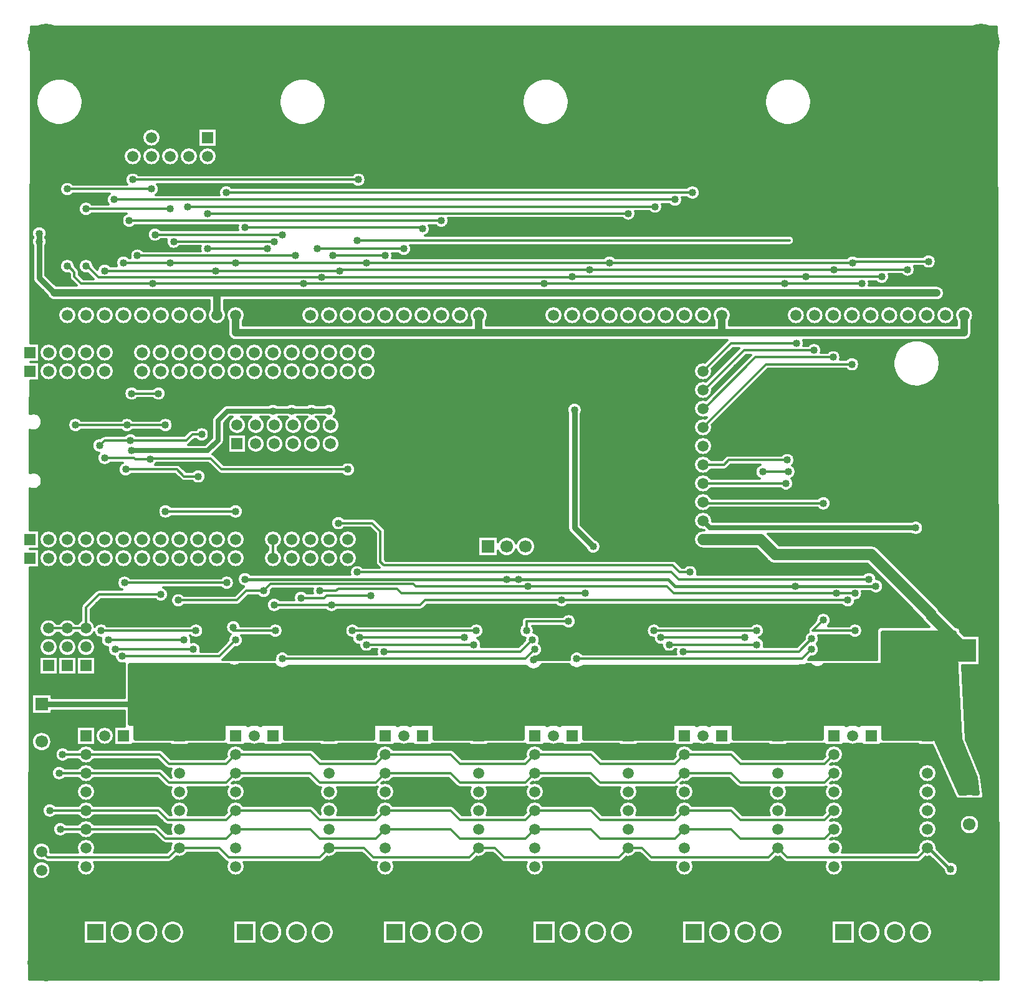
<source format=gbr>
G04 DipTrace 4.0.0.2*
G04 2 - Bottom.gbr*
%MOIN*%
G04 #@! TF.FileFunction,Copper,L2,Bot*
G04 #@! TF.Part,Single*
G04 #@! TA.AperFunction,Conductor*
%ADD14C,0.0256*%
G04 #@! TA.AperFunction,ViaPad*
%ADD15C,0.04*%
%ADD17C,0.03*%
G04 #@! TA.AperFunction,Conductor*
%ADD18C,0.015*%
G04 #@! TA.AperFunction,CopperBalancing*
%ADD19C,0.012*%
%ADD20C,0.025*%
G04 #@! TA.AperFunction,Conductor*
%ADD22C,0.059055*%
%ADD24C,0.013*%
%ADD26C,0.061*%
G04 #@! TA.AperFunction,ComponentPad*
%ADD34R,0.059055X0.059055*%
%ADD35C,0.059055*%
%ADD36R,0.066929X0.066929*%
%ADD37C,0.066929*%
%ADD39C,0.2*%
%ADD45R,0.12X0.12*%
%ADD46C,0.12*%
%ADD47R,0.086614X0.086614*%
%ADD48C,0.086614*%
%FSLAX26Y26*%
G04*
G70*
G90*
G75*
G01*
G04 Bottom*
%LPD*%
X987451Y3268700D2*
D14*
X1393700D1*
X1449949Y3324949D1*
Y3431199D1*
X1499951Y3481200D1*
X1743700D1*
X1843700D1*
X1949949D1*
X2043699D1*
X1443705Y3993700D2*
D15*
Y4112449D1*
X2806200D1*
X4087449D1*
X5293700D1*
X5181200Y2856200D2*
D14*
X4081208D1*
X4043700Y2893708D1*
X493700Y4431200D2*
D17*
Y4193700D1*
X574951Y4112449D1*
D15*
X1443705D1*
D17*
Y3993700D1*
X3356200Y3487451D2*
Y2856200D1*
X3456200Y2756200D1*
X862449Y2256200D2*
D19*
X1268700D1*
X824949Y2306200D2*
X1331200D1*
X843700Y3230314D2*
X1000836D1*
X1006200Y3224949D1*
X1087449D1*
Y3228346D1*
X1409054D1*
X1468700Y3168700D1*
X2143700D1*
X2343705Y4312449D2*
X2062451D1*
X1018700D2*
X1862449D1*
X1743700Y2693700D2*
Y2793700D1*
X956200Y3168700D2*
X1231200D1*
X1268700Y3131200D1*
X1343700D1*
X4362449Y3156200D2*
X4499951D1*
X981200Y3324949D2*
X1281200D1*
X1312451Y3356200D1*
X1362451D1*
X815575Y3296825D2*
X843700Y3324949D1*
X981200D1*
X1193700Y4274949D2*
X1543700D1*
X2243700D1*
X3543700D1*
X4843700D1*
Y4281200D1*
X5249949D1*
X1193700Y4274949D2*
X943705D1*
X4043700Y3393708D2*
X4381192Y3731200D1*
X4840106D1*
X2543705Y4456193D2*
X2537449Y4462449D1*
X1593700D1*
X4043700Y3093708D2*
X4487443D1*
X962451Y3406200D2*
X1168700D1*
Y2943700D2*
X1543700D1*
X687449Y3406200D2*
X962451D1*
X1112449Y4424949D2*
X1793700D1*
X2206200Y2268700D2*
X2768700D1*
X1212449Y4387449D2*
X1749949D1*
X1993700Y2518700D2*
X2081200D1*
X2093700Y2531200D1*
X2406199D1*
X2431199Y2506200D1*
X3412449D1*
X3643705Y4537449D2*
X1393700D1*
X3818700Y2268700D2*
X4268700D1*
X743700Y1243700D2*
X1118700D1*
X1168700Y1193700D1*
X1493700D1*
X1543700Y1243700D1*
X1943700D1*
X1993700Y1193700D1*
X2293700D1*
X2343700Y1243700D1*
X2693700D1*
X2743700Y1193700D1*
X3093700D1*
X3143700Y1243700D1*
X3443700D1*
X3493700Y1193700D1*
X3893700D1*
X3943700Y1243700D1*
X4193700D1*
X4243700Y1193700D1*
X4693700D1*
X4743700Y1243700D1*
X743700D2*
X606200D1*
X4043700Y3193708D2*
X4156208D1*
X4181200Y3218700D1*
X4493701D1*
X2093700Y2881200D2*
X2274951D1*
X2318700Y2837451D1*
Y2674949D1*
X2337449Y2656200D1*
X3881200D1*
X3918700Y2618700D1*
X3974951D1*
X2193700D2*
X3874949D1*
X3912449Y2581200D1*
X4931200D1*
X1749949Y2443700D2*
X2056200D1*
X3287449Y2468700D2*
X2556200D1*
X2531200Y2443700D1*
X2056200D1*
X4818700Y2468700D2*
X3287449D1*
X3099951Y2306200D2*
Y2356200D1*
X3324949D1*
X1531200Y2324949D2*
Y2306200D1*
X1756200D1*
X4687449Y2362449D2*
X4631200Y2306200D1*
X4856200D1*
X1243700Y1143700D2*
D24*
X1456200D1*
X1506200Y1093700D1*
X1993700D1*
X2043700Y1143700D1*
X2231200D1*
X2281200Y1093700D1*
X2793700D1*
X2843700Y1143700D1*
X2931200D1*
X2981200Y1093700D1*
X3593700D1*
X3643700Y1143700D1*
X3718700D1*
X3768700Y1093700D1*
X4393700D1*
X4443700Y1143700D1*
X4493700Y1093700D1*
X5193700D1*
X5243700Y1143700D1*
X1593700Y2581200D2*
D18*
X2993700D1*
X3056200D1*
X3856200D1*
X3893700Y2543700D1*
X4537451D1*
X4968700D1*
X5368700Y1031200D2*
X5362451D1*
X5243700Y1149951D1*
Y1143700D1*
X506199Y1124949D2*
D19*
X537448Y1093700D1*
X1187451D1*
X1237451Y1143700D1*
X1243700D1*
X1143700Y2499949D2*
X812449D1*
X743700Y2431200D1*
Y2318700D1*
X643700D1*
X543700D1*
X949949Y2562449D2*
X1496062D1*
X3787449Y4574949D2*
X1287449D1*
X3781200Y2306200D2*
X4331200D1*
X4043700Y2993708D2*
Y2987449D1*
X4687449D1*
X2443705Y4349949D2*
X1981199D1*
X1393700D2*
X1712449D1*
X2268700Y2493700D2*
X2031200D1*
X2018700Y2481200D1*
X1893700D1*
X843714Y4231200D2*
X1437171D1*
X2099949D1*
Y4237449D1*
X3437449D1*
X4743700D1*
X5137449D1*
X4043700Y3493699D2*
X4049949D1*
X4324951Y3768700D1*
X4740115D1*
X2643705Y4499949D2*
X974951D1*
X3893700Y4612621D2*
X893700D1*
X987449Y3574949D2*
X1131889D1*
X2168700Y2306200D2*
X2831200D1*
X743700Y4256200D2*
Y4262449D1*
X809064Y4197086D1*
X2004574D1*
X3343700D1*
Y4199949D1*
X4593700D1*
X4999949D1*
X4043700Y3593699D2*
X4049949D1*
X4262451Y3806200D1*
X4637449D1*
X1193700Y4562451D2*
X743700D1*
X937449Y2168700D2*
X1456200D1*
X1543700Y2256200D1*
X1793700Y2156200D2*
X3093700D1*
X3143700Y2206200D1*
X643714Y4256200D2*
X649951D1*
X681200Y4224951D1*
Y4199949D1*
X718700Y4162449D1*
X1101495D1*
X1906200D1*
X3193700D1*
X4481200D1*
X4043700Y3693699D2*
X4193701Y3843700D1*
X4543700D1*
X4481200Y4162449D2*
X4893700D1*
X1093700Y4668700D2*
X643714D1*
X1493700Y4649949D2*
X3987449D1*
X2193700Y4393700D2*
X4506200D1*
X993700Y4718700D2*
X2199949D1*
X3368700Y2156200D2*
X4574951D1*
X4624951Y2206200D1*
X1693700Y2518700D2*
X1599951D1*
X1549951Y2468700D1*
X1237451D1*
X4756200Y2506200D2*
X3887451D1*
X3849951Y2543700D1*
X3106200D1*
X2506200D1*
X2493700Y2556200D1*
X1731200D1*
X1693700Y2518700D1*
X4856200Y2506200D2*
X4756200D1*
X2243700Y2231200D2*
X2818700D1*
X899949Y2206200D2*
X1318700D1*
X2337449Y2193700D2*
X3068700D1*
X3131200Y2256200D1*
X3937449Y2193700D2*
X4556201D1*
X4624951Y2262449D1*
X3862449Y2231200D2*
X4331200D1*
X743700Y1643700D2*
X1137449D1*
X1187449Y1593700D1*
X1493700D1*
X1543700Y1643700D1*
X1943700D1*
X1993700Y1593700D1*
X2293700D1*
X2343700Y1643700D1*
X2693700D1*
X2743700Y1593700D1*
X3093700D1*
X3143700Y1643700D1*
X3443700D1*
X3493700Y1593700D1*
X3893700D1*
X3943700Y1643700D1*
X4193700D1*
X4243700Y1593700D1*
X4693700D1*
X4743700Y1643700D1*
X618700D2*
X743700D1*
Y1343700D2*
X1131200D1*
X1181200Y1293700D1*
X1493700D1*
X1543700Y1343700D1*
X1943700D1*
X1993700Y1293700D1*
X2293700D1*
X2343700Y1343700D1*
X2693700D1*
X2743700Y1293700D1*
X3093700D1*
X3143700Y1343700D1*
X3443700D1*
X3493700Y1293700D1*
X3893700D1*
X3943700Y1343700D1*
X4193700D1*
X4243700Y1293700D1*
X4693700D1*
X4743700Y1343700D1*
X549949D2*
X743700D1*
Y1543700D2*
X1137449D1*
X1187449Y1493700D1*
X1493700D1*
X1543700Y1543700D1*
X1943700D1*
X1993700Y1493700D1*
X2293700D1*
X2343700Y1543700D1*
X2693700D1*
X2743700Y1493700D1*
X3093700D1*
X3143700Y1543700D1*
X3443700D1*
X3493700Y1493700D1*
X3893700D1*
X3943700Y1543700D1*
X4193700D1*
X4243700Y1493700D1*
X4693700D1*
X4743700Y1543700D1*
X599949D2*
X743700D1*
X1543705Y3993700D2*
D15*
Y3899949D1*
X2843700D1*
X4143700D1*
X5440106D1*
Y3993700D1*
X506200Y1912449D2*
D17*
X987449D1*
X993700Y1918700D1*
X2843700Y3999949D2*
D15*
Y3899949D1*
X4143700Y3993700D2*
Y3899949D1*
X4043700Y2793708D2*
D22*
X4103728D1*
D26*
X4349941D1*
X4431200Y2712449D1*
X4943700D1*
X5262449Y2393700D1*
Y2387451D1*
X5443699Y2206201D1*
Y2199949D1*
D15*
X987451Y3268700D3*
X1743700Y3481200D3*
X5293700Y4112449D3*
X4087449D3*
X2806200D3*
X5181200Y2856200D3*
X862449Y2256200D3*
X1268700D3*
X824949Y2306200D3*
X1331200D3*
X843700Y3230314D3*
X2143700Y3168700D3*
X1087449Y3224949D3*
X2343705Y4312449D3*
X2062451D3*
X1018700D3*
X1862449D3*
X956200Y3168700D3*
X1343700Y3131200D3*
X4362449Y3156200D3*
X4499951D3*
X981200Y3324949D3*
X1362451Y3356200D3*
X815575Y3296825D3*
X981200Y3324949D3*
X1193700Y4274949D3*
X5249949Y4281200D3*
X2243700Y4274949D3*
X943705D3*
X1193700D3*
X4840106Y3731200D3*
X4843700Y4274949D3*
X3543700D3*
X1543700D3*
X2543705Y4456193D3*
X1593700Y4462449D3*
X4487443Y3093708D3*
X962451Y3406200D3*
X1168700D3*
Y2943700D3*
X1543700D3*
X687449Y3406200D3*
X962451D3*
X1112449Y4424949D3*
X1793700D3*
X2206200Y2268700D3*
X2768700D3*
X1212449Y4387449D3*
X1749949D3*
X1993700Y2518700D3*
X3412449Y2506200D3*
X3643705Y4537449D3*
X1393700D3*
X3818700Y2268700D3*
X4268700D3*
X606200Y1243700D3*
X4493701Y3218700D3*
X2093700Y2881200D3*
X3974951Y2618700D3*
X2193700D3*
X4931200Y2581200D3*
X1749949Y2443700D3*
X2056200D3*
X3287449Y2468700D3*
X4818700D3*
X3287449D3*
X3099951Y2306200D3*
X3324949Y2356200D3*
X1531200Y2324949D3*
X1756200Y2306200D3*
X4687449Y2362449D3*
X4856200Y2306200D3*
X1593700Y2581200D3*
X2993700D3*
X3056200D3*
X4537451Y2543700D3*
X4968700D3*
X5368700Y1031200D3*
X949949Y2562449D3*
X1496062D3*
X3787449Y4574949D3*
X1287449D3*
X3781200Y2306200D3*
X4331200D3*
X4687449Y2987449D3*
X2443705Y4349949D3*
X1981199D3*
X1393700D3*
X1712449D3*
X2268700Y2493700D3*
X1893700Y2481200D3*
X843714Y4231200D3*
X5137449Y4237449D3*
X4740115Y3768700D3*
X2099949Y4231200D3*
X4743700Y4237449D3*
X3437449D3*
X1437171Y4231200D3*
X2643705Y4499949D3*
X974951D3*
X3893700Y4612621D3*
X893700D3*
X987449Y3574949D3*
X1131889D3*
X2168700Y2306200D3*
X2831200D3*
X743700Y4256200D3*
X4999949Y4199949D3*
X2004574Y4197086D3*
X4637449Y3806200D3*
X4593700Y4199949D3*
X3343700D3*
X1193700Y4562451D3*
X743700D3*
X937449Y2168700D3*
X1543700Y2256200D3*
X1793700Y2156200D3*
X3143700Y2206200D3*
X643714Y4256200D3*
X4481200Y4162449D3*
X4543700Y3843700D3*
X3193700Y4162449D3*
X1101495D3*
X1906200D3*
X4893700D3*
X1093700Y4668700D3*
X643714D3*
X1493700Y4649949D3*
X3987449D3*
X2193700Y4393700D3*
X993700Y4718700D3*
X2199949D3*
X3368700Y2156200D3*
X4624951Y2206200D3*
X1693700Y2518700D3*
X1237451Y2468700D3*
X4756200Y2506200D3*
X1693700Y2518700D3*
X3106200Y2543700D3*
X4856200Y2506200D3*
X4756200D3*
X2243700Y2231200D3*
X2818700D3*
X899949Y2206200D3*
X1318700D3*
X2337449Y2193700D3*
X3131200Y2256200D3*
X3937449Y2193700D3*
X4624951Y2262449D3*
X3862449Y2231200D3*
X4331200D3*
X618700Y1643700D3*
X549949Y1343700D3*
X599949Y1543700D3*
X493700Y4387451D3*
Y4431200D3*
X1843700Y3481200D3*
X1949949D3*
D17*
X3524745Y3035842D3*
X3550745D3*
D15*
X2043699Y3481200D3*
X3456200Y2756200D3*
X3356200Y3487451D3*
X993700Y1918700D3*
Y1974949D3*
Y1856200D3*
X1093700Y1974949D3*
Y1918700D3*
Y1862451D3*
X1843700Y1918700D3*
Y1974949D3*
Y1862451D3*
X1943700Y1974949D3*
Y1918700D3*
D17*
X3576745Y3035842D3*
X3524745Y2996842D3*
X3550745D3*
X3576745D3*
X3524745Y2957842D3*
X3550745D3*
X3576745D3*
X3772298Y3387133D3*
Y3348133D3*
D15*
X1943700Y1862451D3*
X2593700Y1918700D3*
Y1974949D3*
Y1862451D3*
X2693700Y1974949D3*
Y1918700D3*
Y1862451D3*
X3443700Y1918700D3*
Y1974949D3*
X1043700Y2387451D3*
X999949D3*
X1087449D3*
X1849951D3*
X1893700D3*
X1937449D3*
X2599949D3*
X2643700D3*
X2687449D3*
X3449951D3*
X3493700D3*
X3537451D3*
X3443700Y1862451D3*
X3543700Y1974949D3*
Y1918700D3*
Y1862451D3*
X4143700Y1918700D3*
Y1974949D3*
Y1862451D3*
X4243700Y1974949D3*
Y1918700D3*
Y1862451D3*
X4974949Y1912451D3*
Y1968700D3*
X4149951Y2387451D3*
X4193700D3*
X4237449D3*
X4981200Y2381200D3*
X5024951D3*
X5068700D3*
X4974949Y1856201D3*
X5074951Y1968700D3*
Y1912451D3*
Y1856201D3*
X4506200Y2918700D3*
X4849949Y3124949D3*
X4587449Y3356200D3*
X2918700Y3337451D3*
X2962449D3*
X2918700Y3274951D3*
X2962449D3*
X2935791Y3045357D3*
X537449Y3531200D3*
X818700D3*
X856200Y2999949D3*
X1606200Y2418700D3*
X4656200Y2162449D3*
X4618700Y2418700D3*
X1537449Y2168700D3*
X3137449Y2149949D3*
X3131200Y2418700D3*
X2243700Y3418700D3*
X831200Y3356200D3*
X5562449Y1937451D3*
X5518701D3*
X5562449Y1893700D3*
Y1849951D3*
X5518701Y1806200D3*
Y1762451D3*
Y1893700D3*
Y1849951D3*
X5562449Y1806200D3*
Y1762451D3*
X3124951Y2693700D3*
X1143700Y2499949D3*
X2874951Y3512449D3*
X5008704Y2268831D2*
D20*
X5386911D1*
X5008704Y2243962D2*
X5388238D1*
X5008704Y2219094D2*
X5389566D1*
X5008704Y2194225D2*
X5390894D1*
X5008704Y2169356D2*
X5392222D1*
X5008704Y2144487D2*
X5393549D1*
X5008704Y2119619D2*
X5394842D1*
X983718Y2094750D2*
X3115586D1*
X3159305D2*
X5396169D1*
X983718Y2069881D2*
X5397497D1*
X983718Y2045012D2*
X5398825D1*
X983718Y2020144D2*
X5400151D1*
X983718Y1995275D2*
X5401480D1*
X983718Y1970406D2*
X5402808D1*
X983718Y1945537D2*
X5404099D1*
X983718Y1920669D2*
X5405427D1*
X983718Y1895800D2*
X5406755D1*
X983718Y1870931D2*
X5408082D1*
X983718Y1846062D2*
X5409410D1*
X983718Y1821193D2*
X5410738D1*
X1014220Y1796325D2*
X1473166D1*
X1814221D2*
X2273169D1*
X2614224D2*
X3073170D1*
X3414226D2*
X3873172D1*
X4214228D2*
X4673174D1*
X5014230D2*
X5412066D1*
X1014220Y1771456D2*
X1473166D1*
X1814221D2*
X2273169D1*
X2614224D2*
X3073170D1*
X3414226D2*
X3873172D1*
X4214228D2*
X4673174D1*
X5014230D2*
X5413393D1*
X1014220Y1746587D2*
X1473166D1*
X1814221D2*
X2273169D1*
X2614224D2*
X3073170D1*
X3414226D2*
X3873172D1*
X4214228D2*
X4673174D1*
X5014230D2*
X5414686D1*
X5296028Y1721718D2*
X5416012D1*
X5307153Y1696850D2*
X5424302D1*
X5318276Y1671981D2*
X5434745D1*
X5329364Y1647112D2*
X5445151D1*
X5340489Y1622243D2*
X5455594D1*
X5351613Y1597375D2*
X5466036D1*
X5362701Y1572506D2*
X5476441D1*
X5373825Y1547637D2*
X5486884D1*
X5384949Y1522768D2*
X5497326D1*
X5396037Y1497899D2*
X5500735D1*
X5407162Y1473031D2*
X5503857D1*
X5418285Y1448162D2*
X5506943D1*
X5447545Y1437448D2*
X5457443Y1439779D1*
X5468700Y1440665D1*
X5479957Y1439779D1*
X5489855Y1437448D1*
X5510781Y1437449D1*
X5500256Y1521712D1*
X5419058Y1715729D1*
X5418229Y1727216D1*
X5388096Y2293708D1*
X5006217Y2293700D1*
X5006046Y2129245D1*
X5005249Y2126417D1*
X5003813Y2123852D1*
X5001818Y2121695D1*
X4999375Y2120062D1*
X4996619Y2119045D1*
X4993696Y2118700D1*
X4695033D1*
X4690586Y2115121D1*
X4682759Y2110326D1*
X4674277Y2106813D1*
X4665351Y2104670D1*
X4656200Y2103949D1*
X4647049Y2104670D1*
X4638123Y2106813D1*
X4629641Y2110326D1*
X4621814Y2115121D1*
X4617403Y2118709D1*
X4598935Y2118700D1*
X4591980Y2115087D1*
X4585339Y2112930D1*
X4578441Y2111836D1*
X4538254Y2111700D1*
X3406645D1*
X3399266Y2106321D1*
X3391087Y2102153D1*
X3382356Y2099317D1*
X3373289Y2097880D1*
X3364111D1*
X3355044Y2099317D1*
X3346313Y2102153D1*
X3338134Y2106321D1*
X3330708Y2111716D1*
X3324216Y2118208D1*
X3323827Y2118700D1*
X3186892D1*
X3181934Y2111957D1*
X3175441Y2105465D1*
X3168015Y2100070D1*
X3159836Y2095902D1*
X3151106Y2093066D1*
X3142039Y2091629D1*
X3132860D1*
X3123793Y2093066D1*
X3115062Y2095902D1*
X3106884Y2100070D1*
X3099457Y2105465D1*
X3093197Y2111707D1*
X1831649Y2111700D1*
X1824266Y2106321D1*
X1816087Y2102153D1*
X1807356Y2099317D1*
X1798289Y2097880D1*
X1789111D1*
X1780044Y2099317D1*
X1771313Y2102153D1*
X1763134Y2106321D1*
X1755708Y2111716D1*
X1749216Y2118208D1*
X1748827Y2118700D1*
X1567797D1*
X1559836Y2114653D1*
X1551106Y2111817D1*
X1542039Y2110380D1*
X1532860D1*
X1523793Y2111817D1*
X1515062Y2114653D1*
X1507087Y2118707D1*
X981235Y2118700D1*
X981200Y1811726D1*
X1011728Y1811728D1*
Y1731167D1*
X1475697Y1731200D1*
X1475672Y1811728D1*
X1611728D1*
Y1803725D1*
X1617667Y1806549D1*
X1627819Y1809848D1*
X1638363Y1811518D1*
X1649037D1*
X1659581Y1809848D1*
X1669733Y1806549D1*
X1675658Y1803712D1*
X1675672Y1811728D1*
X1811728D1*
Y1731167D1*
X2275699Y1731200D1*
X2275672Y1811728D1*
X2411728D1*
Y1803725D1*
X2417667Y1806549D1*
X2427819Y1809848D1*
X2438363Y1811518D1*
X2449037D1*
X2459581Y1809848D1*
X2469733Y1806549D1*
X2475658Y1803712D1*
X2475672Y1811728D1*
X2611728D1*
Y1731167D1*
X3075701Y1731200D1*
X3075672Y1811728D1*
X3211728D1*
Y1803725D1*
X3217667Y1806549D1*
X3227819Y1809848D1*
X3238363Y1811518D1*
X3249037D1*
X3259581Y1809848D1*
X3269733Y1806549D1*
X3275658Y1803712D1*
X3275672Y1811728D1*
X3411728D1*
Y1731167D1*
X3875703Y1731200D1*
X3875672Y1811728D1*
X4011728D1*
Y1803725D1*
X4017667Y1806549D1*
X4027819Y1809848D1*
X4038363Y1811518D1*
X4049037D1*
X4059581Y1809848D1*
X4069733Y1806549D1*
X4075658Y1803712D1*
X4075672Y1811728D1*
X4211728D1*
Y1731167D1*
X4675705Y1731200D1*
X4675672Y1811728D1*
X4811728D1*
Y1803725D1*
X4817667Y1806549D1*
X4827819Y1809848D1*
X4838363Y1811518D1*
X4849037D1*
X4859581Y1809848D1*
X4869733Y1806549D1*
X4875658Y1803712D1*
X4875672Y1811728D1*
X5011728D1*
Y1731167D1*
X5282180Y1731162D1*
X5285062Y1730588D1*
X5287731Y1729357D1*
X5290039Y1727539D1*
X5291857Y1725231D1*
X5314995Y1673704D1*
X5420554Y1437452D1*
X5447410Y1437449D1*
X450852Y5525831D2*
D19*
X5611546D1*
X450829Y5513962D2*
X5611569D1*
X450805Y5502094D2*
X5611592D1*
X450781Y5490225D2*
X5611616D1*
X450758Y5478356D2*
X5611640D1*
X450735Y5466487D2*
X5611663D1*
X450712Y5454619D2*
X5611687D1*
X450688Y5442750D2*
X5611710D1*
X450665Y5430881D2*
X5611756D1*
X450641Y5419012D2*
X5611780D1*
X450617Y5407144D2*
X5611804D1*
X450594Y5395275D2*
X5611827D1*
X450571Y5383406D2*
X5611851D1*
X450548Y5371537D2*
X5611875D1*
X450524Y5359669D2*
X5611897D1*
X450501Y5347800D2*
X5611920D1*
X450477Y5335931D2*
X5611968D1*
X450453Y5324062D2*
X5611991D1*
X450430Y5312193D2*
X5612015D1*
X450384Y5300325D2*
X5612039D1*
X450360Y5288456D2*
X5612061D1*
X450336Y5276587D2*
X5612085D1*
X450313Y5264718D2*
X5612108D1*
X450289Y5252850D2*
X558960D1*
X644188D2*
X1858968D1*
X1944172D2*
X3158976D1*
X3244180D2*
X4455375D1*
X4540579D2*
X5612132D1*
X450266Y5240981D2*
X534327D1*
X668821D2*
X1834335D1*
X1968805D2*
X3134343D1*
X3268813D2*
X4430741D1*
X4565212D2*
X5612155D1*
X450243Y5229112D2*
X518367D1*
X684781D2*
X1818375D1*
X1984789D2*
X3118359D1*
X3284773D2*
X4414756D1*
X4581172D2*
X5612203D1*
X450220Y5217243D2*
X506531D1*
X696617D2*
X1806515D1*
X1996625D2*
X3106523D1*
X3296633D2*
X4402920D1*
X4593032D2*
X5612225D1*
X450196Y5205375D2*
X497367D1*
X705781D2*
X1797375D1*
X2005766D2*
X3097382D1*
X3305773D2*
X4393780D1*
X4602172D2*
X5612249D1*
X450172Y5193506D2*
X490241D1*
X712907D2*
X1790249D1*
X2012915D2*
X3090233D1*
X3312899D2*
X4386655D1*
X4609297D2*
X5612272D1*
X450149Y5181637D2*
X484756D1*
X718392D2*
X1784764D1*
X2018376D2*
X3084772D1*
X3318384D2*
X4381171D1*
X4614781D2*
X5612296D1*
X450125Y5169768D2*
X480703D1*
X722445D2*
X1780710D1*
X2022453D2*
X3080695D1*
X3322438D2*
X4377092D1*
X4618860D2*
X5612319D1*
X450102Y5157899D2*
X477913D1*
X725235D2*
X1777920D1*
X2025243D2*
X3077905D1*
X3325228D2*
X4374304D1*
X4621625D2*
X5612343D1*
X450079Y5146031D2*
X476319D1*
X726829D2*
X1776327D1*
X2026836D2*
X3076312D1*
X3326821D2*
X4372733D1*
X4623220D2*
X5612367D1*
X450056Y5134162D2*
X475875D1*
X727273D2*
X1775882D1*
X2027281D2*
X3075867D1*
X3327266D2*
X4372288D1*
X4623665D2*
X5612389D1*
X450032Y5122293D2*
X476553D1*
X726594D2*
X1776561D1*
X2026579D2*
X3076569D1*
X3326587D2*
X4372968D1*
X4622985D2*
X5612436D1*
X450008Y5110424D2*
X478405D1*
X724743D2*
X1778413D1*
X2024751D2*
X3078397D1*
X3324735D2*
X4374819D1*
X4621133D2*
X5612460D1*
X449985Y5098556D2*
X481452D1*
X721696D2*
X1781460D1*
X2021680D2*
X3081468D1*
X3321688D2*
X4377867D1*
X4618087D2*
X5612483D1*
X449938Y5086687D2*
X485812D1*
X717336D2*
X1785819D1*
X2017344D2*
X3085804D1*
X3317329D2*
X4382203D1*
X4613751D2*
X5612507D1*
X449915Y5074818D2*
X491624D1*
X711524D2*
X1791632D1*
X2011532D2*
X3091616D1*
X3311516D2*
X4388015D1*
X4607938D2*
X5612531D1*
X449892Y5062949D2*
X499148D1*
X704001D2*
X1799155D1*
X2004008D2*
X3099140D1*
X3303993D2*
X4395539D1*
X4600415D2*
X5612553D1*
X449868Y5051081D2*
X508804D1*
X694344D2*
X1808788D1*
X1994352D2*
X3108796D1*
X3294360D2*
X4405195D1*
X4590758D2*
X5612577D1*
X449844Y5039212D2*
X521367D1*
X681781D2*
X1821375D1*
X1981789D2*
X3121359D1*
X3281797D2*
X4417756D1*
X4578196D2*
X5612600D1*
X449821Y5027343D2*
X538592D1*
X664556D2*
X1838577D1*
X1964564D2*
X3138585D1*
X3264571D2*
X4434983D1*
X4560969D2*
X5612624D1*
X449797Y5015474D2*
X567046D1*
X636102D2*
X1867031D1*
X1936109D2*
X3167039D1*
X3236117D2*
X4463436D1*
X4532516D2*
X5612671D1*
X449773Y5003606D2*
X5612695D1*
X449751Y4991737D2*
X1082788D1*
X1104617D2*
X1343483D1*
X1443899D2*
X5612718D1*
X449728Y4979868D2*
X1059420D1*
X1127961D2*
X1343483D1*
X1443899D2*
X5612741D1*
X449704Y4967999D2*
X1049952D1*
X1137453D2*
X1343483D1*
X1443899D2*
X5612764D1*
X449680Y4956130D2*
X1045100D1*
X1142305D2*
X1343483D1*
X1443899D2*
X5612788D1*
X449657Y4944262D2*
X1043507D1*
X1143899D2*
X1343483D1*
X1443899D2*
X5612812D1*
X449633Y4932393D2*
X1044819D1*
X1142587D2*
X1343483D1*
X1443899D2*
X5612835D1*
X449609Y4920524D2*
X1049319D1*
X1138087D2*
X1343483D1*
X1443899D2*
X5612859D1*
X449587Y4908655D2*
X1058249D1*
X1129157D2*
X1343483D1*
X1443899D2*
X5612905D1*
X449564Y4896787D2*
X1078335D1*
X1109071D2*
X1343483D1*
X1443899D2*
X5612928D1*
X449540Y4884918D2*
X965999D1*
X1021415D2*
X1065983D1*
X1121422D2*
X1165991D1*
X1221407D2*
X1265999D1*
X1321415D2*
X1365983D1*
X1421422D2*
X5612952D1*
X449516Y4873049D2*
X953249D1*
X1034141D2*
X1053256D1*
X1134149D2*
X1153241D1*
X1234157D2*
X1253249D1*
X1334141D2*
X1353256D1*
X1434149D2*
X5612976D1*
X449469Y4861180D2*
X946710D1*
X1040680D2*
X1046724D1*
X1140688D2*
X1146725D1*
X1240672D2*
X1246726D1*
X1340680D2*
X1346724D1*
X1440688D2*
X5612999D1*
X449445Y4849312D2*
X943804D1*
X1443594D2*
X5613023D1*
X449422Y4837443D2*
X943897D1*
X1443501D2*
X5613046D1*
X449399Y4825574D2*
X946968D1*
X1040422D2*
X1046978D1*
X1140430D2*
X1146960D1*
X1240438D2*
X1246968D1*
X1340422D2*
X1346978D1*
X1440430D2*
X5613069D1*
X449376Y4813705D2*
X953741D1*
X1033649D2*
X1053749D1*
X1133657D2*
X1153733D1*
X1233665D2*
X1253741D1*
X1333649D2*
X1353749D1*
X1433657D2*
X5613092D1*
X449352Y4801836D2*
X967031D1*
X1020384D2*
X1067015D1*
X1120368D2*
X1167023D1*
X1220376D2*
X1267031D1*
X1320384D2*
X1367015D1*
X1420368D2*
X5613140D1*
X449329Y4789968D2*
X5613163D1*
X449305Y4778099D2*
X5613187D1*
X449281Y4766230D2*
X5613210D1*
X449258Y4754361D2*
X975561D1*
X1011829D2*
X2181819D1*
X2218087D2*
X5613233D1*
X449235Y4742493D2*
X960983D1*
X2232665D2*
X5613256D1*
X449212Y4730624D2*
X954867D1*
X2238781D2*
X5613280D1*
X449188Y4718755D2*
X953015D1*
X2240633D2*
X5613304D1*
X449165Y4706886D2*
X632483D1*
X654945D2*
X954819D1*
X2238829D2*
X5613327D1*
X449141Y4695018D2*
X613077D1*
X674352D2*
X960913D1*
X2232735D2*
X5613375D1*
X449117Y4683149D2*
X605764D1*
X1131641D2*
X1471124D1*
X1516273D2*
X2181585D1*
X2218321D2*
X3964875D1*
X4010024D2*
X5613397D1*
X449094Y4671280D2*
X603116D1*
X1134289D2*
X1459288D1*
X4021860D2*
X5613420D1*
X449071Y4659411D2*
X604148D1*
X1133281D2*
X1454179D1*
X4026969D2*
X5613444D1*
X449048Y4647543D2*
X609187D1*
X1128243D2*
X1453100D1*
X4028048D2*
X5613468D1*
X449001Y4635674D2*
X620882D1*
X666548D2*
X860460D1*
X4025469D2*
X5613491D1*
X448977Y4623805D2*
X854648D1*
X3932773D2*
X3956671D1*
X4018228D2*
X5613515D1*
X448953Y4611936D2*
X853031D1*
X3934368D2*
X3975585D1*
X3999313D2*
X5613539D1*
X448930Y4600067D2*
X730523D1*
X756876D2*
X855069D1*
X3932329D2*
X5613561D1*
X448907Y4588199D2*
X712569D1*
X774829D2*
X861491D1*
X3925930D2*
X5613608D1*
X448884Y4576330D2*
X705539D1*
X3828102D2*
X3876960D1*
X3910438D2*
X5613632D1*
X448860Y4564461D2*
X703077D1*
X3826720D2*
X5613655D1*
X448836Y4552592D2*
X704272D1*
X3821188D2*
X5613679D1*
X448813Y4540724D2*
X709546D1*
X3684243D2*
X3766569D1*
X3808321D2*
X5613703D1*
X448789Y4528855D2*
X721756D1*
X765641D2*
X946851D1*
X3683445D2*
X5613725D1*
X448766Y4516986D2*
X938132D1*
X3678665D2*
X5613749D1*
X448743Y4505117D2*
X934616D1*
X2684048D2*
X3619851D1*
X3667556D2*
X5613772D1*
X448720Y4493249D2*
X934851D1*
X2683813D2*
X5613796D1*
X448696Y4481380D2*
X938905D1*
X2679735D2*
X5613843D1*
X448672Y4469511D2*
X482976D1*
X504430D2*
X948608D1*
X1001305D2*
X1553648D1*
X2582071D2*
X2617359D1*
X2670056D2*
X5613867D1*
X448649Y4457642D2*
X463195D1*
X524212D2*
X1089116D1*
X1135789D2*
X1553319D1*
X2584368D2*
X5613889D1*
X448625Y4445773D2*
X455814D1*
X531594D2*
X1077703D1*
X2582985D2*
X5613913D1*
X534289Y4433905D2*
X1072804D1*
X2577501D2*
X5613936D1*
X533305Y4422036D2*
X1071867D1*
X2564704D2*
X5613960D1*
X448532Y4410167D2*
X458015D1*
X529392D2*
X1074632D1*
X4526844D2*
X5613983D1*
X448508Y4398298D2*
X454554D1*
X532860D2*
X1082132D1*
X1142773D2*
X1173280D1*
X4532469D2*
X5614007D1*
X534360Y4386430D2*
X1102592D1*
X1122313D2*
X1171780D1*
X4531813D2*
X5614031D1*
X448461Y4374561D2*
X455200D1*
X532228D2*
X1173936D1*
X4524220D2*
X5614077D1*
X448438Y4362692D2*
X458015D1*
X529392D2*
X1180499D1*
X2482273D2*
X5614100D1*
X448415Y4350823D2*
X458015D1*
X529392D2*
X1008210D1*
X1029172D2*
X1196507D1*
X1228392D2*
X1353023D1*
X2484384D2*
X5614124D1*
X448392Y4338955D2*
X458015D1*
X529392D2*
X988241D1*
X1049165D2*
X1354592D1*
X2482813D2*
X5614148D1*
X448368Y4327086D2*
X458015D1*
X529392D2*
X980835D1*
X2477094D2*
X5614171D1*
X448344Y4315217D2*
X458015D1*
X529392D2*
X978116D1*
X2384281D2*
X2423741D1*
X2463665D2*
X5228718D1*
X5271196D2*
X5614195D1*
X448321Y4303348D2*
X458015D1*
X529392D2*
X915069D1*
X972336D2*
X979077D1*
X2383321D2*
X3515085D1*
X3572329D2*
X4815069D1*
X5283829D2*
X5614218D1*
X448297Y4291480D2*
X458015D1*
X529392D2*
X624796D1*
X662633D2*
X724780D1*
X762617D2*
X906655D1*
X5289266D2*
X5614241D1*
X448273Y4279611D2*
X458015D1*
X529392D2*
X610733D1*
X676696D2*
X710718D1*
X776680D2*
X903304D1*
X5290602D2*
X5614264D1*
X448251Y4267742D2*
X458015D1*
X529392D2*
X604756D1*
X682672D2*
X704741D1*
X782657D2*
X827577D1*
X859860D2*
X903679D1*
X5288258D2*
X5614312D1*
X448228Y4255873D2*
X458015D1*
X529392D2*
X603046D1*
X687501D2*
X703031D1*
X787508D2*
X811687D1*
X5281438D2*
X5614335D1*
X448204Y4244004D2*
X458015D1*
X529392D2*
X604968D1*
X5177587D2*
X5235515D1*
X5264376D2*
X5614359D1*
X448180Y4232136D2*
X458015D1*
X529392D2*
X611225D1*
X5177773D2*
X5614382D1*
X448157Y4220267D2*
X458015D1*
X529392D2*
X626155D1*
X707892D2*
X726140D1*
X5174188D2*
X5614405D1*
X448133Y4208398D2*
X458015D1*
X529392D2*
X654515D1*
X709977D2*
X760523D1*
X5039704D2*
X5109515D1*
X5165376D2*
X5614428D1*
X448087Y4196529D2*
X458015D1*
X540829D2*
X654749D1*
X721860D2*
X772382D1*
X5040477D2*
X5614452D1*
X448064Y4184661D2*
X459233D1*
X552712D2*
X659624D1*
X5037548D2*
X5614476D1*
X448040Y4172792D2*
X465092D1*
X564571D2*
X671132D1*
X4932993D2*
X4970085D1*
X5029813D2*
X5614499D1*
X448016Y4160923D2*
X476507D1*
X576430D2*
X682991D1*
X4934352D2*
X4992772D1*
X5007125D2*
X5614546D1*
X447993Y4149054D2*
X488389D1*
X5309680D2*
X5614569D1*
X447969Y4137186D2*
X500249D1*
X5325665D2*
X5614592D1*
X447945Y4125317D2*
X512132D1*
X5332228D2*
X5614616D1*
X447922Y4113448D2*
X523991D1*
X5334360D2*
X5614640D1*
X447899Y4101579D2*
X535804D1*
X5332860D2*
X5614663D1*
X447876Y4089710D2*
X541476D1*
X5327165D2*
X5614687D1*
X447852Y4077842D2*
X554741D1*
X5313899D2*
X5614710D1*
X447829Y4065973D2*
X1403015D1*
X1484376D2*
X5614733D1*
X447805Y4054104D2*
X1403015D1*
X1484376D2*
X5614780D1*
X447781Y4042235D2*
X635718D1*
X651712D2*
X735725D1*
X751696D2*
X835733D1*
X851704D2*
X935718D1*
X951688D2*
X1035725D1*
X1051696D2*
X1135710D1*
X1151680D2*
X1235718D1*
X1251688D2*
X1335725D1*
X1351696D2*
X1403015D1*
X1484376D2*
X1535718D1*
X1551688D2*
X1935725D1*
X1951696D2*
X2035733D1*
X2051704D2*
X2135718D1*
X2151712D2*
X2235725D1*
X2251696D2*
X2335710D1*
X2351680D2*
X2435718D1*
X2451688D2*
X2535725D1*
X2551696D2*
X2635710D1*
X2651680D2*
X2735718D1*
X2751688D2*
X2835725D1*
X2851696D2*
X3235733D1*
X3251704D2*
X3335718D1*
X3351712D2*
X3435725D1*
X3451696D2*
X3535710D1*
X3551680D2*
X3635718D1*
X3651688D2*
X3735725D1*
X3751696D2*
X3835710D1*
X3851680D2*
X3935718D1*
X3951688D2*
X4035725D1*
X4051696D2*
X4135710D1*
X4151680D2*
X4532132D1*
X4548102D2*
X4632140D1*
X4648109D2*
X4732124D1*
X4748094D2*
X4832108D1*
X4848102D2*
X4932116D1*
X4948087D2*
X5032124D1*
X5048094D2*
X5132108D1*
X5148102D2*
X5232116D1*
X5248087D2*
X5332124D1*
X5348094D2*
X5432108D1*
X5448102D2*
X5614804D1*
X447758Y4030367D2*
X610007D1*
X677422D2*
X709991D1*
X777430D2*
X809999D1*
X877438D2*
X909983D1*
X977422D2*
X1009991D1*
X1077430D2*
X1109999D1*
X1177415D2*
X1209983D1*
X1277422D2*
X1309991D1*
X1377430D2*
X1403015D1*
X1484376D2*
X1509983D1*
X1577422D2*
X1909991D1*
X1977430D2*
X2009999D1*
X2077438D2*
X2110007D1*
X2177422D2*
X2209991D1*
X2277430D2*
X2309999D1*
X2377415D2*
X2409983D1*
X2477422D2*
X2509991D1*
X2577430D2*
X2609999D1*
X2677415D2*
X2709983D1*
X2777422D2*
X2809991D1*
X2877430D2*
X3209999D1*
X3277438D2*
X3310007D1*
X3377422D2*
X3409991D1*
X3477430D2*
X3509999D1*
X3577415D2*
X3609983D1*
X3677422D2*
X3709991D1*
X3777430D2*
X3809999D1*
X3877415D2*
X3909983D1*
X3977422D2*
X4009991D1*
X4077430D2*
X4109999D1*
X4177415D2*
X4506397D1*
X4573836D2*
X4606405D1*
X4673821D2*
X4706389D1*
X4773829D2*
X4806397D1*
X4873813D2*
X4906382D1*
X4973821D2*
X5006389D1*
X5073829D2*
X5106397D1*
X5173813D2*
X5206382D1*
X5273821D2*
X5306389D1*
X5373829D2*
X5406397D1*
X5473813D2*
X5614827D1*
X447735Y4018498D2*
X600233D1*
X687196D2*
X700241D1*
X787180D2*
X800249D1*
X887188D2*
X900233D1*
X987172D2*
X1000241D1*
X1087180D2*
X1100225D1*
X1187165D2*
X1200233D1*
X1287172D2*
X1300241D1*
X1387180D2*
X1400225D1*
X1487165D2*
X1500233D1*
X1587172D2*
X1900241D1*
X1987180D2*
X2000249D1*
X2087188D2*
X2100233D1*
X2187196D2*
X2200241D1*
X2287180D2*
X2300225D1*
X2387165D2*
X2400233D1*
X2487172D2*
X2500241D1*
X2587180D2*
X2600225D1*
X2687165D2*
X2700233D1*
X2787172D2*
X2800241D1*
X2887180D2*
X3200249D1*
X3287188D2*
X3300233D1*
X3387196D2*
X3400241D1*
X3487180D2*
X3500225D1*
X3587165D2*
X3600233D1*
X3687172D2*
X3700241D1*
X3787180D2*
X3800225D1*
X3887165D2*
X3900233D1*
X3987172D2*
X4000241D1*
X4087180D2*
X4100225D1*
X4187165D2*
X4496648D1*
X4583587D2*
X4596655D1*
X4683594D2*
X4696640D1*
X4783579D2*
X4796624D1*
X4883587D2*
X4896632D1*
X4983571D2*
X4996640D1*
X5083579D2*
X5096624D1*
X5183587D2*
X5196632D1*
X5283571D2*
X5296640D1*
X5383579D2*
X5396624D1*
X5483587D2*
X5614851D1*
X447712Y4006629D2*
X595241D1*
X1592188D2*
X1895249D1*
X2892172D2*
X3195233D1*
X4192180D2*
X4491632D1*
X5488579D2*
X5614875D1*
X447688Y3994760D2*
X593507D1*
X1593899D2*
X1893515D1*
X2893907D2*
X3193523D1*
X4193892D2*
X4489920D1*
X5490313D2*
X5614897D1*
X447665Y3982892D2*
X594703D1*
X1592704D2*
X1894710D1*
X2892712D2*
X3194718D1*
X4192696D2*
X4491116D1*
X5489117D2*
X5614920D1*
X447617Y3971023D2*
X599061D1*
X688368D2*
X699069D1*
X788352D2*
X799077D1*
X888360D2*
X899061D1*
X988344D2*
X999069D1*
X1088352D2*
X1099053D1*
X1188360D2*
X1199061D1*
X1288344D2*
X1299069D1*
X1388352D2*
X1399053D1*
X1488360D2*
X1499061D1*
X1588344D2*
X1899069D1*
X1988352D2*
X1999077D1*
X2088360D2*
X2099061D1*
X2188368D2*
X2199069D1*
X2288352D2*
X2299053D1*
X2388360D2*
X2399061D1*
X2488344D2*
X2499069D1*
X2588352D2*
X2599053D1*
X2688360D2*
X2699061D1*
X2788344D2*
X2799069D1*
X2888352D2*
X3199077D1*
X3288360D2*
X3299061D1*
X3388368D2*
X3399069D1*
X3488352D2*
X3499053D1*
X3588360D2*
X3599061D1*
X3688344D2*
X3699069D1*
X3788352D2*
X3799053D1*
X3888360D2*
X3899061D1*
X3988344D2*
X3999069D1*
X4088352D2*
X4099053D1*
X4188360D2*
X4495476D1*
X4584758D2*
X4595460D1*
X4684766D2*
X4695468D1*
X4784751D2*
X4795452D1*
X4884758D2*
X4895460D1*
X4984743D2*
X4995468D1*
X5084751D2*
X5095452D1*
X5184758D2*
X5195460D1*
X5284743D2*
X5295468D1*
X5384751D2*
X5395452D1*
X5484758D2*
X5614944D1*
X447594Y3959154D2*
X607756D1*
X679672D2*
X707764D1*
X779680D2*
X807749D1*
X879665D2*
X907733D1*
X979672D2*
X1007741D1*
X1079657D2*
X1107749D1*
X1179665D2*
X1207733D1*
X1279672D2*
X1307741D1*
X1379657D2*
X1407749D1*
X1479665D2*
X1503023D1*
X1584384D2*
X1907764D1*
X1979680D2*
X2007749D1*
X2079665D2*
X2107756D1*
X2179672D2*
X2207741D1*
X2279657D2*
X2307749D1*
X2379665D2*
X2407733D1*
X2479672D2*
X2507741D1*
X2579657D2*
X2607749D1*
X2679665D2*
X2707733D1*
X2779672D2*
X2803031D1*
X2884392D2*
X3207749D1*
X3279665D2*
X3307756D1*
X3379672D2*
X3407764D1*
X3479680D2*
X3507749D1*
X3579665D2*
X3607733D1*
X3679672D2*
X3707741D1*
X3779657D2*
X3807749D1*
X3879665D2*
X3907733D1*
X3979672D2*
X4007741D1*
X4079657D2*
X4103015D1*
X4184376D2*
X4504148D1*
X4576087D2*
X4604155D1*
X4676071D2*
X4704163D1*
X4776079D2*
X4804148D1*
X4876064D2*
X4904155D1*
X4976071D2*
X5004140D1*
X5076056D2*
X5104148D1*
X5176064D2*
X5204155D1*
X5276071D2*
X5304140D1*
X5376056D2*
X5399436D1*
X5480773D2*
X5614968D1*
X447571Y3947285D2*
X626788D1*
X660641D2*
X726796D1*
X760649D2*
X826780D1*
X860633D2*
X926764D1*
X960641D2*
X1026772D1*
X1060625D2*
X1126780D1*
X1160633D2*
X1226764D1*
X1260641D2*
X1326772D1*
X1360625D2*
X1426780D1*
X1460633D2*
X1503023D1*
X1584384D2*
X1926796D1*
X1960649D2*
X2026780D1*
X2060633D2*
X2126788D1*
X2160641D2*
X2226772D1*
X2260625D2*
X2326780D1*
X2360633D2*
X2426764D1*
X2460641D2*
X2526772D1*
X2560625D2*
X2626780D1*
X2660633D2*
X2726764D1*
X2760641D2*
X2803031D1*
X2884392D2*
X3226780D1*
X3260633D2*
X3326788D1*
X3360641D2*
X3426796D1*
X3460649D2*
X3526780D1*
X3560633D2*
X3626764D1*
X3660641D2*
X3726772D1*
X3760625D2*
X3826780D1*
X3860633D2*
X3926764D1*
X3960641D2*
X4026772D1*
X4060625D2*
X4103015D1*
X4184376D2*
X4523179D1*
X4557056D2*
X4623187D1*
X4657040D2*
X4723195D1*
X4757048D2*
X4823179D1*
X4857032D2*
X4923187D1*
X4957040D2*
X5023171D1*
X5057024D2*
X5123179D1*
X5157032D2*
X5223187D1*
X5257040D2*
X5323171D1*
X5357024D2*
X5399436D1*
X5480773D2*
X5615015D1*
X447548Y3935417D2*
X1503023D1*
X5480773D2*
X5615039D1*
X447524Y3923548D2*
X1503023D1*
X5480773D2*
X5615061D1*
X447501Y3911679D2*
X1503023D1*
X5480773D2*
X5615085D1*
X447477Y3899810D2*
X1503023D1*
X5480773D2*
X5615108D1*
X447453Y3887941D2*
X1504897D1*
X5478922D2*
X5615132D1*
X447430Y3876073D2*
X1511061D1*
X5472758D2*
X5615155D1*
X447407Y3864204D2*
X1525733D1*
X5458064D2*
X5615179D1*
X447384Y3852335D2*
X4165100D1*
X4583422D2*
X5140312D1*
X5230556D2*
X5615203D1*
X493907Y3840466D2*
X527859D1*
X559556D2*
X627843D1*
X659540D2*
X727851D1*
X759548D2*
X827859D1*
X859556D2*
X1027851D1*
X1059548D2*
X1127859D1*
X1159556D2*
X1227843D1*
X1259540D2*
X1327851D1*
X1359548D2*
X1427859D1*
X1459556D2*
X1527843D1*
X1559540D2*
X1627851D1*
X1659548D2*
X1727859D1*
X1759556D2*
X1827843D1*
X1859540D2*
X1927851D1*
X1959548D2*
X2027859D1*
X2059556D2*
X2127843D1*
X2159540D2*
X2227851D1*
X2259548D2*
X4153241D1*
X4584243D2*
X4616648D1*
X4658258D2*
X5116756D1*
X5254109D2*
X5615249D1*
X493907Y3828598D2*
X508100D1*
X579313D2*
X608085D1*
X679297D2*
X708092D1*
X779305D2*
X808100D1*
X879313D2*
X1008092D1*
X1079305D2*
X1108100D1*
X1179313D2*
X1208085D1*
X1279297D2*
X1308092D1*
X1379305D2*
X1408100D1*
X1479313D2*
X1508085D1*
X1579297D2*
X1608092D1*
X1679305D2*
X1708100D1*
X1779313D2*
X1808085D1*
X1879297D2*
X1908092D1*
X1979305D2*
X2008100D1*
X2079313D2*
X2108085D1*
X2179297D2*
X2208092D1*
X2279305D2*
X4141359D1*
X4671172D2*
X5101195D1*
X5269672D2*
X5615272D1*
X588149Y3816729D2*
X599249D1*
X688157D2*
X699233D1*
X788165D2*
X799241D1*
X888149D2*
X999233D1*
X1088165D2*
X1099241D1*
X1188149D2*
X1199249D1*
X1288157D2*
X1299233D1*
X1388165D2*
X1399241D1*
X1488149D2*
X1499249D1*
X1588157D2*
X1599233D1*
X1688165D2*
X1699241D1*
X1788149D2*
X1799249D1*
X1888157D2*
X1899233D1*
X1988165D2*
X1999241D1*
X2088149D2*
X2099249D1*
X2188157D2*
X2199233D1*
X2288165D2*
X4129499D1*
X4203969D2*
X4235741D1*
X4676704D2*
X5089592D1*
X5281273D2*
X5615296D1*
X892625Y3804860D2*
X994780D1*
X2292617D2*
X4117616D1*
X4192087D2*
X4223882D1*
X4678109D2*
X4723077D1*
X4757165D2*
X5080616D1*
X5290251D2*
X5615319D1*
X893892Y3792991D2*
X993491D1*
X2293907D2*
X4105756D1*
X4180228D2*
X4211999D1*
X4772445D2*
X5073632D1*
X5297235D2*
X5615343D1*
X892273Y3781123D2*
X995132D1*
X2292266D2*
X4093897D1*
X4168368D2*
X4200140D1*
X4778797D2*
X5068264D1*
X5302602D2*
X5615367D1*
X493907Y3769254D2*
X500015D1*
X587376D2*
X600023D1*
X687384D2*
X700031D1*
X787368D2*
X800015D1*
X887376D2*
X1000031D1*
X1087368D2*
X1100015D1*
X1187376D2*
X1200023D1*
X1287384D2*
X1300031D1*
X1387368D2*
X1400015D1*
X1487376D2*
X1500023D1*
X1587384D2*
X1600031D1*
X1687368D2*
X1700015D1*
X1787376D2*
X1800023D1*
X1887384D2*
X1900031D1*
X1987368D2*
X2000015D1*
X2087376D2*
X2100023D1*
X2187384D2*
X2200031D1*
X2287368D2*
X4082015D1*
X4156485D2*
X4188280D1*
X4262728D2*
X4288264D1*
X4780789D2*
X4828382D1*
X4851829D2*
X5064304D1*
X5306564D2*
X5615389D1*
X493907Y3757385D2*
X509600D1*
X577813D2*
X609585D1*
X677797D2*
X709592D1*
X777805D2*
X809600D1*
X877813D2*
X1009592D1*
X1077805D2*
X1109600D1*
X1177813D2*
X1209585D1*
X1277797D2*
X1309592D1*
X1377805D2*
X1409600D1*
X1477813D2*
X1509585D1*
X1577797D2*
X1609592D1*
X1677805D2*
X1709600D1*
X1777813D2*
X1809585D1*
X1877797D2*
X1909592D1*
X1977805D2*
X2009600D1*
X2077813D2*
X2109585D1*
X2177797D2*
X2209592D1*
X2277805D2*
X4070155D1*
X4144625D2*
X4176397D1*
X4250868D2*
X4276405D1*
X4779149D2*
X4809351D1*
X4870860D2*
X5061608D1*
X5309258D2*
X5615413D1*
X493907Y3745516D2*
X533553D1*
X553836D2*
X633561D1*
X653844D2*
X733546D1*
X753852D2*
X833553D1*
X853836D2*
X1033546D1*
X1053852D2*
X1133553D1*
X1153836D2*
X1233561D1*
X1253844D2*
X1333546D1*
X1353852D2*
X1433553D1*
X1453836D2*
X1533561D1*
X1553844D2*
X1633546D1*
X1653852D2*
X1733553D1*
X1753836D2*
X1833561D1*
X1853844D2*
X1933546D1*
X1953852D2*
X2033553D1*
X2053836D2*
X2133561D1*
X2153844D2*
X2233546D1*
X2253852D2*
X4058272D1*
X4132743D2*
X4164539D1*
X4239008D2*
X4264523D1*
X4878102D2*
X5060108D1*
X5310758D2*
X5615436D1*
X493907Y3733648D2*
X514100D1*
X573289D2*
X614108D1*
X673297D2*
X714116D1*
X773281D2*
X814100D1*
X873289D2*
X1014116D1*
X1073281D2*
X1114100D1*
X1173289D2*
X1214108D1*
X1273297D2*
X1314116D1*
X1373281D2*
X1414100D1*
X1473289D2*
X1514108D1*
X1573297D2*
X1614116D1*
X1673281D2*
X1714100D1*
X1773289D2*
X1814108D1*
X1873297D2*
X1914116D1*
X1973281D2*
X2014100D1*
X2073289D2*
X2114108D1*
X2173297D2*
X2214116D1*
X2273281D2*
X4014116D1*
X4120884D2*
X4152655D1*
X4227125D2*
X4252663D1*
X4880704D2*
X5059756D1*
X5311109D2*
X5615483D1*
X493907Y3721779D2*
X502335D1*
X585056D2*
X602343D1*
X685064D2*
X702327D1*
X785071D2*
X802335D1*
X885056D2*
X1002327D1*
X1085071D2*
X1102335D1*
X1185056D2*
X1202343D1*
X1285064D2*
X1302327D1*
X1385071D2*
X1402335D1*
X1485056D2*
X1502343D1*
X1585064D2*
X1602327D1*
X1685071D2*
X1702335D1*
X1785056D2*
X1802343D1*
X1885064D2*
X1902327D1*
X1985071D2*
X2002335D1*
X2085056D2*
X2102343D1*
X2185064D2*
X2202327D1*
X2285071D2*
X4002327D1*
X4109024D2*
X4140796D1*
X4215266D2*
X4240804D1*
X4879649D2*
X5060531D1*
X5310336D2*
X5615507D1*
X891149Y3709910D2*
X996256D1*
X2291141D2*
X3996256D1*
X4097141D2*
X4128936D1*
X4203384D2*
X4228920D1*
X4874564D2*
X5062452D1*
X5308415D2*
X5615531D1*
X893704Y3698041D2*
X993679D1*
X2293720D2*
X3993679D1*
X4093720D2*
X4117053D1*
X4191524D2*
X4217061D1*
X4385258D2*
X4817483D1*
X4862728D2*
X5065616D1*
X5305251D2*
X5615553D1*
X893329Y3686172D2*
X994077D1*
X2293321D2*
X3994077D1*
X4093321D2*
X4105195D1*
X4179665D2*
X4205179D1*
X4373399D2*
X5070069D1*
X5300797D2*
X5615577D1*
X589907Y3674304D2*
X597491D1*
X689915D2*
X697499D1*
X789899D2*
X797485D1*
X889907D2*
X997499D1*
X1089899D2*
X1097485D1*
X1189907D2*
X1197491D1*
X1289915D2*
X1297499D1*
X1389899D2*
X1397485D1*
X1489907D2*
X1497491D1*
X1589915D2*
X1597499D1*
X1689899D2*
X1697485D1*
X1789907D2*
X1797491D1*
X1889915D2*
X1897499D1*
X1989899D2*
X1997485D1*
X2089907D2*
X2097491D1*
X2189915D2*
X2197499D1*
X2289899D2*
X3997499D1*
X4167781D2*
X4193319D1*
X4361540D2*
X5075999D1*
X5294868D2*
X5615600D1*
X493907Y3662435D2*
X504772D1*
X582641D2*
X604756D1*
X682649D2*
X704764D1*
X782633D2*
X804772D1*
X882641D2*
X1004764D1*
X1082633D2*
X1104772D1*
X1182641D2*
X1204756D1*
X1282649D2*
X1304764D1*
X1382633D2*
X1404772D1*
X1482641D2*
X1504756D1*
X1582649D2*
X1604764D1*
X1682633D2*
X1704772D1*
X1782641D2*
X1804756D1*
X1882649D2*
X1904764D1*
X1982633D2*
X2004772D1*
X2082641D2*
X2104756D1*
X2182649D2*
X2204764D1*
X2282633D2*
X4004764D1*
X4155922D2*
X4181460D1*
X4349657D2*
X5083663D1*
X5287204D2*
X5615624D1*
X493907Y3650566D2*
X519233D1*
X568157D2*
X619241D1*
X668165D2*
X719225D1*
X768172D2*
X819233D1*
X868157D2*
X1019225D1*
X1068172D2*
X1119233D1*
X1168157D2*
X1219241D1*
X1268165D2*
X1319225D1*
X1368172D2*
X1419233D1*
X1468157D2*
X1519241D1*
X1568165D2*
X1619225D1*
X1668172D2*
X1719233D1*
X1768157D2*
X1819241D1*
X1868165D2*
X1919225D1*
X1968172D2*
X2019233D1*
X2068157D2*
X2119241D1*
X2168165D2*
X2219225D1*
X2268172D2*
X4019225D1*
X4144040D2*
X4169577D1*
X4337797D2*
X5093507D1*
X5277360D2*
X5615648D1*
X446938Y3638697D2*
X4023092D1*
X4132180D2*
X4157718D1*
X4325915D2*
X5106351D1*
X5264516D2*
X5615671D1*
X446915Y3626829D2*
X4006382D1*
X4120321D2*
X4145835D1*
X4314056D2*
X5124092D1*
X5246773D2*
X5615718D1*
X446892Y3614960D2*
X3998343D1*
X4108438D2*
X4133976D1*
X4302196D2*
X5154397D1*
X5216445D2*
X5615741D1*
X446868Y3603091D2*
X958569D1*
X1016329D2*
X1102991D1*
X1160773D2*
X3994405D1*
X4096579D2*
X4122116D1*
X4290313D2*
X5615764D1*
X446844Y3591222D2*
X950272D1*
X1169071D2*
X3993561D1*
X4093836D2*
X4110233D1*
X4278453D2*
X5615788D1*
X446821Y3579354D2*
X947015D1*
X1172329D2*
X3995648D1*
X4091751D2*
X4098375D1*
X4266571D2*
X5615812D1*
X446797Y3567485D2*
X947483D1*
X1171860D2*
X4001085D1*
X4254712D2*
X5615835D1*
X446773Y3555616D2*
X951819D1*
X1167501D2*
X4011655D1*
X4242852D2*
X5615859D1*
X446751Y3543747D2*
X962061D1*
X1012836D2*
X1106507D1*
X1157281D2*
X4062772D1*
X4230969D2*
X5615882D1*
X446728Y3531878D2*
X4011772D1*
X4219109D2*
X5615905D1*
X446680Y3520010D2*
X1735264D1*
X1752149D2*
X1835249D1*
X1852133D2*
X1941515D1*
X1958399D2*
X2035264D1*
X2052149D2*
X3332671D1*
X3379720D2*
X4001155D1*
X4207228D2*
X5615952D1*
X446657Y3508141D2*
X1480968D1*
X2073758D2*
X3321375D1*
X3391016D2*
X3995671D1*
X4195368D2*
X5615976D1*
X446633Y3496272D2*
X1468171D1*
X2081399D2*
X3316523D1*
X3395892D2*
X3993561D1*
X4183508D2*
X5615999D1*
X446609Y3484403D2*
X1456312D1*
X2084258D2*
X3315632D1*
X3396758D2*
X3994382D1*
X4171625D2*
X5616023D1*
X446587Y3472535D2*
X1444428D1*
X2083415D2*
X3318444D1*
X3393945D2*
X3998296D1*
X4159766D2*
X5616046D1*
X489548Y3460666D2*
X1432569D1*
X2078609D2*
X3320531D1*
X3391884D2*
X4006288D1*
X4147884D2*
X5616069D1*
X501477Y3448797D2*
X1421695D1*
X1514399D2*
X1525569D1*
X1576789D2*
X1625577D1*
X1676773D2*
X1719936D1*
X1776781D2*
X1819944D1*
X1876789D2*
X1925577D1*
X1976773D2*
X2019936D1*
X2076781D2*
X3320531D1*
X3391884D2*
X4022859D1*
X4136024D2*
X5616092D1*
X507336Y3436928D2*
X661452D1*
X713445D2*
X936468D1*
X988438D2*
X1142718D1*
X1194688D2*
X1416983D1*
X1502540D2*
X1511709D1*
X1590641D2*
X1611725D1*
X1690625D2*
X1711733D1*
X1790633D2*
X1811718D1*
X1890641D2*
X1911725D1*
X1990625D2*
X2011733D1*
X2090633D2*
X3320531D1*
X3391884D2*
X4019389D1*
X4124165D2*
X5616116D1*
X509516Y3425060D2*
X651561D1*
X1204579D2*
X1416468D1*
X1490657D2*
X1504710D1*
X1597649D2*
X1604718D1*
X1697657D2*
X1704703D1*
X1797665D2*
X1804690D1*
X1897649D2*
X1904718D1*
X1997657D2*
X2004703D1*
X2097665D2*
X3320531D1*
X3391884D2*
X4004835D1*
X4112281D2*
X5616163D1*
X508532Y3413191D2*
X647389D1*
X1208751D2*
X1416468D1*
X1483438D2*
X1501452D1*
X2100899D2*
X3320531D1*
X3391884D2*
X3997523D1*
X4100422D2*
X5616187D1*
X504196Y3401322D2*
X647061D1*
X1209079D2*
X1416468D1*
X1483438D2*
X1501218D1*
X2101133D2*
X3320531D1*
X3391884D2*
X3994077D1*
X4093321D2*
X5616210D1*
X495102Y3389453D2*
X650507D1*
X1205657D2*
X1339968D1*
X1384930D2*
X1416468D1*
X1483438D2*
X1503960D1*
X2098392D2*
X3320531D1*
X3391884D2*
X3993679D1*
X4093720D2*
X5616233D1*
X446399Y3377585D2*
X454549D1*
X470633D2*
X659039D1*
X715860D2*
X934053D1*
X990852D2*
X1140304D1*
X1197102D2*
X1297405D1*
X1396836D2*
X1416468D1*
X1483438D2*
X1510264D1*
X1592094D2*
X1610272D1*
X1692102D2*
X1710256D1*
X1792087D2*
X1810264D1*
X1892094D2*
X1910272D1*
X1992102D2*
X2010256D1*
X2092087D2*
X3320531D1*
X3391884D2*
X3996210D1*
X4091188D2*
X5616256D1*
X446376Y3365716D2*
X1284725D1*
X1401969D2*
X1416468D1*
X1483438D2*
X1522499D1*
X1579860D2*
X1622507D1*
X1679844D2*
X1722515D1*
X1779852D2*
X1822499D1*
X1879860D2*
X1922507D1*
X1979844D2*
X2022515D1*
X2079852D2*
X3320531D1*
X3391884D2*
X4002280D1*
X4085117D2*
X5616280D1*
X446352Y3353847D2*
X953108D1*
X1009297D2*
X1272867D1*
X1403071D2*
X1416468D1*
X1483438D2*
X1500983D1*
X1601399D2*
X1638116D1*
X1664258D2*
X1738100D1*
X1764243D2*
X1838108D1*
X1864251D2*
X1938116D1*
X1964258D2*
X2038100D1*
X2064243D2*
X3320531D1*
X3391884D2*
X4013999D1*
X4073399D2*
X5616304D1*
X446329Y3341978D2*
X823499D1*
X1400469D2*
X1416468D1*
X1483438D2*
X1500983D1*
X1601399D2*
X1616389D1*
X1685985D2*
X1716375D1*
X1785969D2*
X1816382D1*
X1885977D2*
X1916389D1*
X1985985D2*
X2016375D1*
X2085969D2*
X3320531D1*
X3391884D2*
X4034039D1*
X4053360D2*
X5616327D1*
X446305Y3330109D2*
X793148D1*
X1323594D2*
X1331641D1*
X1393273D2*
X1408264D1*
X1483438D2*
X1500983D1*
X1695220D2*
X1707140D1*
X1795204D2*
X1807148D1*
X1895212D2*
X1907155D1*
X1995220D2*
X2007140D1*
X2095204D2*
X3320531D1*
X3391884D2*
X4009687D1*
X4077712D2*
X5616351D1*
X446281Y3318241D2*
X781218D1*
X1311735D2*
X1350397D1*
X1374501D2*
X1396382D1*
X1482735D2*
X1500983D1*
X2099915D2*
X3320531D1*
X3391884D2*
X4000077D1*
X4087321D2*
X5616397D1*
X446235Y3306372D2*
X776061D1*
X1299829D2*
X1384523D1*
X1477556D2*
X1500983D1*
X2101392D2*
X3320531D1*
X3391884D2*
X3995155D1*
X4092243D2*
X5616420D1*
X446212Y3294503D2*
X774960D1*
X1466352D2*
X1500983D1*
X2099938D2*
X3320531D1*
X3391884D2*
X3993491D1*
X4093907D2*
X5616444D1*
X446188Y3282634D2*
X777539D1*
X1454493D2*
X1500983D1*
X1695289D2*
X1707069D1*
X1795297D2*
X1807053D1*
X1895305D2*
X1907061D1*
X1995289D2*
X2007069D1*
X2095297D2*
X3320531D1*
X3391884D2*
X3994756D1*
X4092641D2*
X5616468D1*
X446165Y3270766D2*
X784710D1*
X1442609D2*
X1500983D1*
X1601399D2*
X1616225D1*
X1686125D2*
X1716233D1*
X1786133D2*
X1816218D1*
X1886141D2*
X1916225D1*
X1986125D2*
X2016233D1*
X2086133D2*
X3320531D1*
X3391884D2*
X3999187D1*
X4088212D2*
X5616491D1*
X446141Y3258897D2*
X803413D1*
X1430751D2*
X1500983D1*
X1601399D2*
X1637531D1*
X1664821D2*
X1737539D1*
X1764829D2*
X1837546D1*
X1864813D2*
X1937531D1*
X1964821D2*
X2037539D1*
X2064829D2*
X3320531D1*
X3391884D2*
X4007999D1*
X4079399D2*
X5616515D1*
X446117Y3247028D2*
X806741D1*
X1427587D2*
X3320531D1*
X3391884D2*
X4027569D1*
X4059829D2*
X4465007D1*
X4522392D2*
X5616539D1*
X446094Y3235159D2*
X803319D1*
X1439469D2*
X3320531D1*
X3391884D2*
X4016367D1*
X4071056D2*
X4160436D1*
X4530781D2*
X5616561D1*
X446071Y3223291D2*
X803648D1*
X1451352D2*
X3320531D1*
X3391884D2*
X4003428D1*
X4083969D2*
X4148553D1*
X4534109D2*
X5616585D1*
X446048Y3211422D2*
X807843D1*
X1463212D2*
X3320531D1*
X3391884D2*
X3996796D1*
X4533712D2*
X5616632D1*
X446024Y3199553D2*
X817756D1*
X869657D2*
X930375D1*
X1118868D2*
X1400624D1*
X1475071D2*
X2117859D1*
X2169524D2*
X3320531D1*
X3391884D2*
X3993843D1*
X4529422D2*
X5616655D1*
X446001Y3187684D2*
X920389D1*
X1249392D2*
X1412483D1*
X2179508D2*
X3320531D1*
X3391884D2*
X3993867D1*
X4187422D2*
X4337436D1*
X4524969D2*
X5616679D1*
X445977Y3175815D2*
X916171D1*
X1261321D2*
X1424343D1*
X2183728D2*
X3320531D1*
X3391884D2*
X3996867D1*
X4175540D2*
X4326983D1*
X4535422D2*
X5616703D1*
X445953Y3163947D2*
X915796D1*
X1273180D2*
X1320444D1*
X1366953D2*
X1436225D1*
X2184102D2*
X3320531D1*
X3391884D2*
X4003569D1*
X4083829D2*
X4322531D1*
X4539852D2*
X5616725D1*
X475649Y3152078D2*
X919195D1*
X1378415D2*
X1448085D1*
X2180704D2*
X3320531D1*
X3391884D2*
X4016648D1*
X4070751D2*
X4321991D1*
X4540415D2*
X5616749D1*
X496180Y3140209D2*
X927679D1*
X984735D2*
X1222452D1*
X1383336D2*
X2115163D1*
X2172220D2*
X3320531D1*
X3391884D2*
X4027031D1*
X4060368D2*
X4325155D1*
X4537251D2*
X5616772D1*
X504735Y3128340D2*
X1234335D1*
X1384273D2*
X3320531D1*
X3391884D2*
X4007835D1*
X4079564D2*
X4333264D1*
X4529117D2*
X5616796D1*
X508743Y3116472D2*
X1246195D1*
X1381532D2*
X3320531D1*
X3391884D2*
X3999092D1*
X4520892D2*
X5616819D1*
X509445Y3104603D2*
X1313319D1*
X1374079D2*
X3320531D1*
X3391884D2*
X3994710D1*
X4526587D2*
X5616867D1*
X506985Y3092734D2*
X1333616D1*
X1353781D2*
X3320531D1*
X3391884D2*
X3993491D1*
X4528109D2*
X5616889D1*
X500751Y3080865D2*
X3320531D1*
X3391884D2*
X3995203D1*
X4525977D2*
X5616913D1*
X487930Y3068997D2*
X3320531D1*
X3391884D2*
X4000171D1*
X4519438D2*
X5616936D1*
X445720Y3057128D2*
X3320531D1*
X3391884D2*
X4009897D1*
X4077524D2*
X4471382D1*
X4503501D2*
X5616960D1*
X445696Y3045259D2*
X3320531D1*
X3391884D2*
X4035116D1*
X4052281D2*
X5616983D1*
X445672Y3033390D2*
X3320531D1*
X3391884D2*
X4013741D1*
X4073657D2*
X5617007D1*
X445649Y3021522D2*
X3320531D1*
X3391884D2*
X4002140D1*
X4085258D2*
X4666312D1*
X4708602D2*
X5617031D1*
X445625Y3009653D2*
X3320531D1*
X3391884D2*
X3996163D1*
X4721305D2*
X5617053D1*
X445602Y2997784D2*
X3320531D1*
X3391884D2*
X3993655D1*
X4726743D2*
X5617100D1*
X445579Y2985915D2*
X3320531D1*
X3391884D2*
X3994124D1*
X4728102D2*
X5617124D1*
X445556Y2974046D2*
X1142249D1*
X1195157D2*
X1517249D1*
X1570157D2*
X3320531D1*
X3391884D2*
X3997616D1*
X4725781D2*
X5617148D1*
X445532Y2962178D2*
X1132616D1*
X1579789D2*
X3320531D1*
X3391884D2*
X4004976D1*
X4718985D2*
X5617171D1*
X445508Y2950309D2*
X1128585D1*
X1583821D2*
X3320531D1*
X3391884D2*
X4019741D1*
X4067657D2*
X4672851D1*
X4702040D2*
X5617195D1*
X445485Y2938440D2*
X1128375D1*
X1584032D2*
X3320531D1*
X3391884D2*
X4022483D1*
X4064915D2*
X5617218D1*
X445461Y2926571D2*
X1131936D1*
X1580469D2*
X3320531D1*
X3391884D2*
X4006148D1*
X4081251D2*
X5617241D1*
X445438Y2914703D2*
X1140703D1*
X1196704D2*
X1515703D1*
X1571704D2*
X2071616D1*
X2115781D2*
X3320531D1*
X3391884D2*
X3998225D1*
X4089172D2*
X5617264D1*
X445415Y2902834D2*
X2059476D1*
X2289617D2*
X3320531D1*
X3391884D2*
X3994359D1*
X4093040D2*
X5617288D1*
X445392Y2890965D2*
X2054249D1*
X2302415D2*
X3320531D1*
X3391884D2*
X3993561D1*
X4093836D2*
X5161288D1*
X5201117D2*
X5617335D1*
X445368Y2879096D2*
X2053077D1*
X2314297D2*
X3320531D1*
X3391884D2*
X3995718D1*
X5214571D2*
X5617359D1*
X445344Y2867228D2*
X2055585D1*
X2326157D2*
X3320531D1*
X3395141D2*
X4001272D1*
X5220313D2*
X5617382D1*
X445297Y2855359D2*
X2062663D1*
X2124758D2*
X2263546D1*
X2338016D2*
X3320531D1*
X3407001D2*
X4011983D1*
X5221860D2*
X5617405D1*
X445273Y2843490D2*
X2080804D1*
X2106594D2*
X2275428D1*
X2344649D2*
X3322944D1*
X3418884D2*
X4047069D1*
X5219773D2*
X5617428D1*
X493907Y2831621D2*
X511452D1*
X575938D2*
X611460D1*
X675945D2*
X711468D1*
X775953D2*
X811452D1*
X875938D2*
X911460D1*
X975945D2*
X1011468D1*
X1075953D2*
X1111452D1*
X1175938D2*
X1211460D1*
X1275945D2*
X1311468D1*
X1375953D2*
X1411452D1*
X1475938D2*
X1511460D1*
X1575945D2*
X1711452D1*
X1775938D2*
X1811460D1*
X1875945D2*
X1911468D1*
X1975953D2*
X2011452D1*
X2075938D2*
X2111460D1*
X2175945D2*
X2287288D1*
X2345376D2*
X3330819D1*
X3430743D2*
X4011444D1*
X5213305D2*
X5617452D1*
X493907Y2819752D2*
X500999D1*
X586415D2*
X600983D1*
X686399D2*
X700991D1*
X786407D2*
X800999D1*
X886415D2*
X900983D1*
X986399D2*
X1000991D1*
X1086407D2*
X1100999D1*
X1186415D2*
X1200983D1*
X1286399D2*
X1300991D1*
X1386407D2*
X1400999D1*
X1486415D2*
X1500983D1*
X1586399D2*
X1700999D1*
X1786415D2*
X1800983D1*
X1886399D2*
X1900991D1*
X1986407D2*
X2000999D1*
X2086415D2*
X2100983D1*
X2186399D2*
X2292023D1*
X2345376D2*
X3342679D1*
X3442602D2*
X4000991D1*
X4395781D2*
X5164827D1*
X5197579D2*
X5617476D1*
X1591813Y2807884D2*
X1695585D1*
X2191813D2*
X2292023D1*
X2345376D2*
X2839546D1*
X2947836D2*
X2981015D1*
X3006384D2*
X3081023D1*
X3106392D2*
X3354561D1*
X3454485D2*
X3995577D1*
X4407641D2*
X5617499D1*
X1593852Y2796015D2*
X1693546D1*
X2193852D2*
X2292023D1*
X2345376D2*
X2839546D1*
X2947836D2*
X2957600D1*
X3029797D2*
X3057608D1*
X3129805D2*
X3366420D1*
X3466344D2*
X3993539D1*
X4419524D2*
X5617523D1*
X1592961Y2784146D2*
X1694436D1*
X2192961D2*
X2292023D1*
X2345376D2*
X2839546D1*
X3039876D2*
X3047525D1*
X3139860D2*
X3378280D1*
X3485281D2*
X3994428D1*
X4431384D2*
X5617569D1*
X588969Y2772277D2*
X598428D1*
X688977D2*
X698413D1*
X788985D2*
X798420D1*
X888969D2*
X898428D1*
X988977D2*
X998413D1*
X1088985D2*
X1098420D1*
X1188969D2*
X1198428D1*
X1288977D2*
X1298413D1*
X1388985D2*
X1398420D1*
X1488969D2*
X1498428D1*
X1588977D2*
X1698420D1*
X1788969D2*
X1798428D1*
X1888977D2*
X1898413D1*
X1988985D2*
X1998420D1*
X2088969D2*
X2098428D1*
X2188977D2*
X2292023D1*
X2345376D2*
X2839546D1*
X3145344D2*
X3390163D1*
X3493461D2*
X3998436D1*
X4443243D2*
X5617592D1*
X493907Y2760409D2*
X506531D1*
X580860D2*
X606539D1*
X680868D2*
X706546D1*
X780876D2*
X806531D1*
X880860D2*
X906539D1*
X980868D2*
X1006546D1*
X1080876D2*
X1106531D1*
X1180860D2*
X1206539D1*
X1280868D2*
X1306546D1*
X1380876D2*
X1406531D1*
X1480860D2*
X1506539D1*
X1580868D2*
X1706531D1*
X1780860D2*
X1806539D1*
X1880868D2*
X1906546D1*
X1980876D2*
X2006531D1*
X2080860D2*
X2106539D1*
X2180868D2*
X2292023D1*
X2345376D2*
X2839546D1*
X3147688D2*
X3402023D1*
X3496649D2*
X4006546D1*
X4958961D2*
X5617616D1*
X493907Y2748540D2*
X523476D1*
X563938D2*
X623460D1*
X663945D2*
X723468D1*
X763930D2*
X823476D1*
X863938D2*
X923460D1*
X963945D2*
X1023468D1*
X1063930D2*
X1123476D1*
X1163938D2*
X1223460D1*
X1263945D2*
X1323468D1*
X1363930D2*
X1423476D1*
X1463938D2*
X1523460D1*
X1563945D2*
X1717031D1*
X1770384D2*
X1823460D1*
X1863945D2*
X1923468D1*
X1963930D2*
X2023476D1*
X2063938D2*
X2123460D1*
X2163945D2*
X2292023D1*
X2345376D2*
X2839546D1*
X3147289D2*
X3413905D1*
X3496133D2*
X4023491D1*
X4979469D2*
X5617640D1*
X493907Y2736671D2*
X518928D1*
X568461D2*
X618936D1*
X668469D2*
X718944D1*
X768453D2*
X818928D1*
X868461D2*
X918936D1*
X968469D2*
X1018944D1*
X1068453D2*
X1118928D1*
X1168461D2*
X1218936D1*
X1268469D2*
X1318944D1*
X1368453D2*
X1418928D1*
X1468461D2*
X1518936D1*
X1568469D2*
X1717031D1*
X1770384D2*
X1818936D1*
X1868469D2*
X1918944D1*
X1968453D2*
X2018928D1*
X2068461D2*
X2118936D1*
X2168469D2*
X2292023D1*
X2345376D2*
X2839546D1*
X3144102D2*
X3420679D1*
X3491704D2*
X4335092D1*
X4991352D2*
X5617663D1*
X493907Y2724802D2*
X504632D1*
X582781D2*
X604616D1*
X682766D2*
X704624D1*
X782773D2*
X804632D1*
X882781D2*
X904616D1*
X982766D2*
X1004624D1*
X1082773D2*
X1104632D1*
X1182781D2*
X1204616D1*
X1282766D2*
X1304624D1*
X1382773D2*
X1404632D1*
X1482781D2*
X1504616D1*
X1582766D2*
X1704632D1*
X1782781D2*
X1804616D1*
X1882766D2*
X1904624D1*
X1982773D2*
X2004632D1*
X2082781D2*
X2104616D1*
X2182766D2*
X2292023D1*
X2345376D2*
X2839546D1*
X3037532D2*
X3049875D1*
X3137540D2*
X3431061D1*
X3481344D2*
X4346976D1*
X5003235D2*
X5617687D1*
X589977Y2712934D2*
X597420D1*
X689985D2*
X697428D1*
X789969D2*
X797407D1*
X889977D2*
X897420D1*
X989985D2*
X997428D1*
X1089969D2*
X1097407D1*
X1189977D2*
X1197420D1*
X1289985D2*
X1297428D1*
X1389969D2*
X1397407D1*
X1489977D2*
X1497420D1*
X1589985D2*
X1697413D1*
X1789977D2*
X1797420D1*
X1889985D2*
X1897428D1*
X1989969D2*
X1997407D1*
X2089977D2*
X2097420D1*
X2189985D2*
X2292023D1*
X2345376D2*
X2839546D1*
X2947836D2*
X2961983D1*
X3025415D2*
X3061991D1*
X3125422D2*
X4358835D1*
X5015094D2*
X5617710D1*
X1593360Y2701065D2*
X1694039D1*
X2193360D2*
X2292023D1*
X2345376D2*
X4370695D1*
X5026977D2*
X5617733D1*
X1593712Y2689196D2*
X1693710D1*
X2193712D2*
X2292023D1*
X2345376D2*
X4382577D1*
X5038836D2*
X5617756D1*
X1591087Y2677327D2*
X1696312D1*
X2191087D2*
X2292023D1*
X3896633D2*
X4394436D1*
X5050696D2*
X5617804D1*
X493907Y2665459D2*
X502452D1*
X584961D2*
X602436D1*
X684945D2*
X702444D1*
X784953D2*
X802452D1*
X884961D2*
X902436D1*
X984945D2*
X1002444D1*
X1084953D2*
X1102452D1*
X1184961D2*
X1202436D1*
X1284945D2*
X1302444D1*
X1384953D2*
X1402452D1*
X1484961D2*
X1502436D1*
X1584945D2*
X1702452D1*
X1784961D2*
X1802436D1*
X1884945D2*
X1902444D1*
X1984953D2*
X2002452D1*
X2084961D2*
X2102436D1*
X2184945D2*
X2293851D1*
X3909172D2*
X4412976D1*
X5062579D2*
X5617827D1*
X493907Y2653590D2*
X514335D1*
X573056D2*
X614343D1*
X673064D2*
X714351D1*
X773048D2*
X814335D1*
X873056D2*
X914343D1*
X973064D2*
X1014351D1*
X1073048D2*
X1114335D1*
X1173056D2*
X1214343D1*
X1273064D2*
X1314351D1*
X1373048D2*
X1414335D1*
X1473056D2*
X1514343D1*
X1573064D2*
X1714335D1*
X1773056D2*
X1814343D1*
X1873064D2*
X1914351D1*
X1973048D2*
X2014335D1*
X2073056D2*
X2114343D1*
X2213376D2*
X2302827D1*
X3921056D2*
X3955264D1*
X3994625D2*
X4930687D1*
X5074438D2*
X5617851D1*
X444876Y2641721D2*
X2160420D1*
X4008220D2*
X4942546D1*
X5086321D2*
X5617875D1*
X444829Y2629852D2*
X2154632D1*
X4014032D2*
X4954405D1*
X5098180D2*
X5617897D1*
X444805Y2617983D2*
X1578163D1*
X1609251D2*
X2153039D1*
X4015625D2*
X4915663D1*
X4946751D2*
X4966288D1*
X5110040D2*
X5617920D1*
X444781Y2606115D2*
X1561875D1*
X4963016D2*
X4978148D1*
X5121922D2*
X5617944D1*
X444758Y2594246D2*
X925359D1*
X974540D2*
X1471452D1*
X1520657D2*
X1555241D1*
X4969672D2*
X4990031D1*
X5133781D2*
X5617968D1*
X444735Y2582377D2*
X914671D1*
X1531344D2*
X1553039D1*
X4977829D2*
X5001889D1*
X5145665D2*
X5617991D1*
X444712Y2570508D2*
X910100D1*
X1535915D2*
X1554491D1*
X4998876D2*
X5013749D1*
X5157524D2*
X5618039D1*
X444688Y2558640D2*
X909444D1*
X1536548D2*
X1560092D1*
X5006445D2*
X5025632D1*
X5169384D2*
X5618061D1*
X444665Y2546771D2*
X912515D1*
X1533501D2*
X1573171D1*
X5009258D2*
X5037491D1*
X5181266D2*
X5618085D1*
X444641Y2534902D2*
X920460D1*
X1163258D2*
X1466577D1*
X1525532D2*
X1578913D1*
X5008392D2*
X5049375D1*
X5193125D2*
X5618108D1*
X444617Y2523033D2*
X800460D1*
X1176922D2*
X1492616D1*
X1499507D2*
X1567053D1*
X1735273D2*
X1953256D1*
X5003540D2*
X5061233D1*
X5205008D2*
X5618132D1*
X444594Y2511165D2*
X786420D1*
X1182758D2*
X1555171D1*
X1733657D2*
X1866796D1*
X1920594D2*
X1953749D1*
X4896571D2*
X4945148D1*
X4992266D2*
X5073092D1*
X5216868D2*
X5618155D1*
X444571Y2499296D2*
X774561D1*
X1184376D2*
X1211296D1*
X1263594D2*
X1543312D1*
X1729273D2*
X1857420D1*
X4896266D2*
X5084976D1*
X5228728D2*
X5618179D1*
X444548Y2487427D2*
X762703D1*
X1182336D2*
X1201499D1*
X1605922D2*
X1668397D1*
X1719008D2*
X1853507D1*
X4892141D2*
X5096835D1*
X5240609D2*
X5618203D1*
X444524Y2475558D2*
X750819D1*
X1175938D2*
X1197375D1*
X1594040D2*
X1725420D1*
X1774461D2*
X1853436D1*
X4882297D2*
X5108718D1*
X5252469D2*
X5618225D1*
X444501Y2463690D2*
X738960D1*
X813430D2*
X1126875D1*
X1160516D2*
X1197092D1*
X1582180D2*
X1714710D1*
X4859071D2*
X5120577D1*
X5264352D2*
X5618272D1*
X444477Y2451821D2*
X727077D1*
X801548D2*
X1200561D1*
X1570297D2*
X1710116D1*
X4855579D2*
X5132436D1*
X5276212D2*
X5618296D1*
X444453Y2439952D2*
X718569D1*
X789688D2*
X1209187D1*
X1265704D2*
X1709436D1*
X2564680D2*
X3259195D1*
X3315712D2*
X4790436D1*
X4846953D2*
X5144319D1*
X5288071D2*
X5618319D1*
X444430Y2428083D2*
X717023D1*
X777829D2*
X1712483D1*
X2552821D2*
X5156179D1*
X5299930D2*
X5618343D1*
X444384Y2416214D2*
X717023D1*
X770376D2*
X1720405D1*
X1779501D2*
X2026663D1*
X2085735D2*
X5168061D1*
X5308273D2*
X5618367D1*
X444360Y2404346D2*
X717023D1*
X770376D2*
X1745600D1*
X1754305D2*
X2051859D1*
X2060540D2*
X5179920D1*
X5317438D2*
X5618389D1*
X444336Y2392477D2*
X717023D1*
X770376D2*
X3308179D1*
X3341728D2*
X4660616D1*
X4714273D2*
X5191780D1*
X5329297D2*
X5618413D1*
X444313Y2380608D2*
X717023D1*
X770376D2*
X3091428D1*
X3357172D2*
X4651195D1*
X4723696D2*
X5203663D1*
X5341180D2*
X5618436D1*
X444289Y2368739D2*
X717023D1*
X770376D2*
X3076569D1*
X3363594D2*
X4647280D1*
X4727633D2*
X5214913D1*
X5353040D2*
X5618460D1*
X444266Y2356871D2*
X511756D1*
X575633D2*
X611764D1*
X675641D2*
X711772D1*
X775625D2*
X1506772D1*
X1555625D2*
X3073288D1*
X3365633D2*
X4644632D1*
X4727728D2*
X5221710D1*
X5364922D2*
X5618507D1*
X444243Y2345002D2*
X501140D1*
X586251D2*
X601148D1*
X686258D2*
X701155D1*
X786243D2*
X816468D1*
X833445D2*
X1322718D1*
X1339696D2*
X1495991D1*
X1566407D2*
X1747710D1*
X1764688D2*
X2160210D1*
X2177188D2*
X2822718D1*
X2839696D2*
X3073264D1*
X3364016D2*
X3772710D1*
X3789688D2*
X4322718D1*
X4339696D2*
X4632772D1*
X4724071D2*
X4847718D1*
X4864696D2*
X5233007D1*
X5376781D2*
X5618531D1*
X444220Y2333133D2*
X495655D1*
X855008D2*
X1301132D1*
X1361258D2*
X1491375D1*
X1571024D2*
X1726124D1*
X1786273D2*
X2138624D1*
X2198773D2*
X2801132D1*
X2861258D2*
X3069889D1*
X3358180D2*
X3751124D1*
X3811273D2*
X4301132D1*
X4361258D2*
X4620889D1*
X4715094D2*
X4826132D1*
X4886258D2*
X5244889D1*
X5388641D2*
X5618553D1*
X444196Y2321264D2*
X493569D1*
X1368899D2*
X1490695D1*
X1793892D2*
X2131007D1*
X2868899D2*
X3062249D1*
X3137633D2*
X3305367D1*
X3344540D2*
X3743507D1*
X4368899D2*
X4609452D1*
X4893899D2*
X4980140D1*
X5413508D2*
X5618577D1*
X444172Y2309396D2*
X494389D1*
X1371758D2*
X1493718D1*
X1796751D2*
X2128148D1*
X2871758D2*
X3059389D1*
X3140493D2*
X3740648D1*
X4371758D2*
X4604718D1*
X4896758D2*
X4973272D1*
X5420376D2*
X5618600D1*
X444149Y2297527D2*
X498304D1*
X1370915D2*
X1501592D1*
X1795907D2*
X2128991D1*
X2870915D2*
X3060233D1*
X3139672D2*
X3741491D1*
X4370915D2*
X4605632D1*
X4895915D2*
X4973015D1*
X5424266D2*
X5618624D1*
X444125Y2285658D2*
X506296D1*
X581094D2*
X606304D1*
X681102D2*
X706312D1*
X781087D2*
X790031D1*
X1366109D2*
X1514928D1*
X1791125D2*
X2133796D1*
X2866109D2*
X3065039D1*
X3158680D2*
X3746296D1*
X4366109D2*
X4591804D1*
X4891109D2*
X4973015D1*
X5436125D2*
X5618648D1*
X444102Y2273789D2*
X522889D1*
X564524D2*
X622875D1*
X664508D2*
X722882D1*
X764516D2*
X801210D1*
X1354953D2*
X1507148D1*
X1580235D2*
X1732452D1*
X1779945D2*
X2144952D1*
X2854953D2*
X3076218D1*
X3167751D2*
X3757452D1*
X4354953D2*
X4585944D1*
X4663977D2*
X4832460D1*
X4879953D2*
X4973015D1*
X5524368D2*
X5618671D1*
X444079Y2261920D2*
X519397D1*
X567993D2*
X619405D1*
X668001D2*
X719389D1*
X768008D2*
X822187D1*
X1308969D2*
X1503444D1*
X1583961D2*
X2166116D1*
X2844688D2*
X3090936D1*
X3171453D2*
X3778616D1*
X4357204D2*
X4584280D1*
X4665617D2*
X4973015D1*
X5524368D2*
X5618695D1*
X444056Y2250052D2*
X504843D1*
X582571D2*
X604827D1*
X682579D2*
X704835D1*
X782564D2*
X822256D1*
X1308899D2*
X1500327D1*
X1583892D2*
X2170195D1*
X2854579D2*
X3087819D1*
X3171407D2*
X3782695D1*
X4367094D2*
X4575327D1*
X4663625D2*
X4973015D1*
X5524368D2*
X5618741D1*
X444032Y2238183D2*
X497531D1*
X589860D2*
X597539D1*
X689868D2*
X697523D1*
X789876D2*
X826124D1*
X1343048D2*
X1488444D1*
X1580024D2*
X2179944D1*
X2858751D2*
X3075960D1*
X3168056D2*
X3792444D1*
X4371266D2*
X4563444D1*
X4657297D2*
X4973015D1*
X5524368D2*
X5618764D1*
X444008Y2226314D2*
X494085D1*
X793321D2*
X835452D1*
X1353876D2*
X1476585D1*
X1570696D2*
X2203335D1*
X2859079D2*
X3064077D1*
X3178884D2*
X3822069D1*
X4371571D2*
X4551585D1*
X4660133D2*
X4973015D1*
X5524368D2*
X5618788D1*
X443985Y2214445D2*
X493687D1*
X793720D2*
X860132D1*
X1358516D2*
X1464703D1*
X1539172D2*
X2206756D1*
X3183501D2*
X3825491D1*
X4664751D2*
X4973015D1*
X5524368D2*
X5618812D1*
X443961Y2202577D2*
X496218D1*
X791188D2*
X859428D1*
X1359220D2*
X1452843D1*
X1527313D2*
X2215312D1*
X2272087D2*
X2297788D1*
X3184204D2*
X3834069D1*
X3890844D2*
X3897794D1*
X4665453D2*
X4973015D1*
X5524368D2*
X5618835D1*
X443915Y2190708D2*
X502264D1*
X585125D2*
X602272D1*
X685133D2*
X702280D1*
X785117D2*
X862428D1*
X1515453D2*
X1773327D1*
X1814071D2*
X2296875D1*
X3181204D2*
X3348327D1*
X3389071D2*
X3896882D1*
X4662453D2*
X4973015D1*
X5524368D2*
X5618859D1*
X443892Y2178839D2*
X513983D1*
X573407D2*
X613991D1*
X673415D2*
X713999D1*
X773399D2*
X870280D1*
X1503571D2*
X1760155D1*
X3173352D2*
X3335155D1*
X4654602D2*
X4973015D1*
X5524368D2*
X5618882D1*
X443868Y2166970D2*
X493499D1*
X793907D2*
X894304D1*
X1491712D2*
X1754507D1*
X3149329D2*
X3329507D1*
X4630579D2*
X4973015D1*
X5524368D2*
X5618905D1*
X443844Y2155102D2*
X493499D1*
X793907D2*
X899179D1*
X1479829D2*
X1753031D1*
X3129829D2*
X3328031D1*
X4611079D2*
X4973015D1*
X5524368D2*
X5618928D1*
X443821Y2143233D2*
X493499D1*
X793907D2*
X906092D1*
X5524368D2*
X5618976D1*
X443797Y2131364D2*
X493499D1*
X793907D2*
X923413D1*
X5524368D2*
X5618999D1*
X443773Y2119495D2*
X493499D1*
X793907D2*
X948023D1*
X5430594D2*
X5619023D1*
X443751Y2107627D2*
X493499D1*
X793907D2*
X948023D1*
X5431228D2*
X5619046D1*
X443728Y2095758D2*
X493499D1*
X793907D2*
X948023D1*
X5431860D2*
X5619069D1*
X443704Y2083889D2*
X493499D1*
X793907D2*
X948023D1*
X5432493D2*
X5619092D1*
X443680Y2072020D2*
X493499D1*
X793907D2*
X948023D1*
X5433102D2*
X5619116D1*
X443657Y2060151D2*
X948023D1*
X5433735D2*
X5619140D1*
X443633Y2048283D2*
X948023D1*
X5434368D2*
X5619163D1*
X443609Y2036414D2*
X948023D1*
X5435001D2*
X5619210D1*
X443587Y2024545D2*
X948023D1*
X5435633D2*
X5619233D1*
X443564Y2012676D2*
X948023D1*
X5436266D2*
X5619256D1*
X443540Y2000808D2*
X948023D1*
X5436899D2*
X5619280D1*
X443516Y1988939D2*
X948023D1*
X5437532D2*
X5619304D1*
X443493Y1977070D2*
X948023D1*
X5438165D2*
X5619327D1*
X443445Y1965201D2*
X452061D1*
X560352D2*
X948023D1*
X5438797D2*
X5619351D1*
X443422Y1953333D2*
X452061D1*
X560352D2*
X948023D1*
X5439430D2*
X5619375D1*
X443399Y1941464D2*
X452061D1*
X5440064D2*
X5619397D1*
X443376Y1929595D2*
X452061D1*
X5440696D2*
X5619444D1*
X443352Y1917726D2*
X452061D1*
X5441329D2*
X5619468D1*
X443329Y1905857D2*
X452061D1*
X5441961D2*
X5619491D1*
X443305Y1893989D2*
X452061D1*
X5442594D2*
X5619515D1*
X443281Y1882120D2*
X452061D1*
X5443204D2*
X5619539D1*
X443258Y1870251D2*
X452061D1*
X560352D2*
X948023D1*
X5443836D2*
X5619561D1*
X443235Y1858382D2*
X948023D1*
X5444469D2*
X5619585D1*
X443212Y1846514D2*
X948023D1*
X5445102D2*
X5619608D1*
X443188Y1834645D2*
X948023D1*
X5445735D2*
X5619632D1*
X443165Y1822776D2*
X948023D1*
X5446368D2*
X5619679D1*
X443141Y1810907D2*
X948023D1*
X5447001D2*
X5619703D1*
X443117Y1799039D2*
X948023D1*
X5447633D2*
X5619725D1*
X443094Y1787170D2*
X693491D1*
X793907D2*
X819867D1*
X867524D2*
X893483D1*
X5448266D2*
X5619749D1*
X443071Y1775301D2*
X693491D1*
X793907D2*
X805031D1*
X882360D2*
X893483D1*
X5448899D2*
X5619772D1*
X443048Y1763432D2*
X490733D1*
X521680D2*
X693491D1*
X5449532D2*
X5619796D1*
X443024Y1751564D2*
X469312D1*
X543079D2*
X693491D1*
X5450165D2*
X5619819D1*
X442977Y1739695D2*
X459608D1*
X552805D2*
X693491D1*
X5450797D2*
X5619843D1*
X442953Y1727826D2*
X454335D1*
X558056D2*
X693491D1*
X5451430D2*
X5619867D1*
X442930Y1715957D2*
X452179D1*
X560235D2*
X693491D1*
X793907D2*
X802100D1*
X885289D2*
X893506D1*
X5454665D2*
X5619913D1*
X442907Y1704088D2*
X452718D1*
X559672D2*
X693491D1*
X793907D2*
X813655D1*
X873758D2*
X893483D1*
X5459657D2*
X5619936D1*
X442884Y1692220D2*
X456069D1*
X556321D2*
X735608D1*
X751789D2*
X1535600D1*
X1551805D2*
X2335592D1*
X2351797D2*
X3135608D1*
X3151789D2*
X3935600D1*
X3951805D2*
X4735592D1*
X4751797D2*
X5270507D1*
X5464625D2*
X5619960D1*
X442860Y1680351D2*
X462889D1*
X549501D2*
X602835D1*
X634579D2*
X709968D1*
X777430D2*
X1509960D1*
X1577422D2*
X2309976D1*
X2377438D2*
X3109968D1*
X3177430D2*
X3909960D1*
X3977422D2*
X4709976D1*
X4777438D2*
X5275804D1*
X5469594D2*
X5619983D1*
X442836Y1668482D2*
X475499D1*
X536892D2*
X586756D1*
X1144579D2*
X1500210D1*
X1950829D2*
X2300225D1*
X2700829D2*
X3100218D1*
X3450829D2*
X3900210D1*
X4200829D2*
X4700225D1*
X4787188D2*
X5281100D1*
X5474587D2*
X5620007D1*
X442813Y1656613D2*
X580195D1*
X1161781D2*
X1495218D1*
X1968032D2*
X2295233D1*
X2718032D2*
X3095225D1*
X3468032D2*
X3895218D1*
X4218032D2*
X4695233D1*
X4792180D2*
X5286397D1*
X5479556D2*
X5620031D1*
X442789Y1644745D2*
X578039D1*
X1173641D2*
X1493507D1*
X1979892D2*
X2293499D1*
X2729892D2*
X3093515D1*
X3479892D2*
X3893507D1*
X4229892D2*
X4693499D1*
X4793892D2*
X5291718D1*
X5484548D2*
X5620053D1*
X442766Y1632876D2*
X579539D1*
X1185501D2*
X1494703D1*
X1991751D2*
X2294695D1*
X2741751D2*
X3094710D1*
X3491751D2*
X3894703D1*
X4241751D2*
X4694695D1*
X4792696D2*
X5297015D1*
X5489516D2*
X5620077D1*
X442743Y1621007D2*
X585187D1*
X1197384D2*
X1483780D1*
X2003633D2*
X2283772D1*
X2753633D2*
X3083764D1*
X3503633D2*
X3883780D1*
X4253633D2*
X4683772D1*
X4788336D2*
X5302312D1*
X5494485D2*
X5620100D1*
X442720Y1609138D2*
X598428D1*
X638985D2*
X707764D1*
X779657D2*
X1134772D1*
X4779641D2*
X5307608D1*
X5499477D2*
X5620148D1*
X442696Y1597270D2*
X726819D1*
X760579D2*
X1146655D1*
X4760587D2*
X5312928D1*
X5504445D2*
X5620171D1*
X442672Y1585401D2*
X716764D1*
X770633D2*
X1158515D1*
X4770641D2*
X5216764D1*
X5270633D2*
X5318225D1*
X5509415D2*
X5620195D1*
X442649Y1573532D2*
X572882D1*
X627008D2*
X703616D1*
X783781D2*
X1170679D1*
X4783789D2*
X5203616D1*
X5283781D2*
X5323523D1*
X5514407D2*
X5620218D1*
X442625Y1561663D2*
X563600D1*
X1156720D2*
X1196905D1*
X4790493D2*
X5196913D1*
X5290508D2*
X5328819D1*
X5519376D2*
X5620241D1*
X442602Y1549794D2*
X559733D1*
X1168579D2*
X1193882D1*
X4793516D2*
X5193867D1*
X5293532D2*
X5334140D1*
X5524344D2*
X5620264D1*
X442579Y1537926D2*
X559687D1*
X1180461D2*
X1193835D1*
X4793564D2*
X5193843D1*
X5293556D2*
X5339436D1*
X5529336D2*
X5620288D1*
X442556Y1526057D2*
X563436D1*
X4790609D2*
X5196772D1*
X5290625D2*
X5344733D1*
X5533133D2*
X5620312D1*
X442508Y1514188D2*
X572531D1*
X627384D2*
X703382D1*
X784016D2*
X1129733D1*
X1584032D2*
X1935983D1*
X2384024D2*
X2685983D1*
X3184016D2*
X3435983D1*
X3984032D2*
X4185983D1*
X4784024D2*
X5203382D1*
X5284016D2*
X5350031D1*
X5534633D2*
X5620359D1*
X442485Y1502319D2*
X716249D1*
X771149D2*
X1141592D1*
X1571165D2*
X1947843D1*
X2371157D2*
X2697843D1*
X3171149D2*
X3447843D1*
X3971165D2*
X4197843D1*
X4771157D2*
X5216249D1*
X5271149D2*
X5355351D1*
X5536109D2*
X5620382D1*
X442461Y1490451D2*
X727804D1*
X759594D2*
X1153476D1*
X1559609D2*
X1959725D1*
X2359602D2*
X2709725D1*
X3159594D2*
X3459725D1*
X3959609D2*
X4209725D1*
X4759602D2*
X5227804D1*
X5259594D2*
X5360648D1*
X5537587D2*
X5620405D1*
X442438Y1478582D2*
X708069D1*
X779329D2*
X1165335D1*
X1579321D2*
X1971585D1*
X2379313D2*
X2721585D1*
X3179329D2*
X3471585D1*
X3979321D2*
X4221585D1*
X4779313D2*
X5208069D1*
X5279329D2*
X5365944D1*
X5539087D2*
X5620428D1*
X442415Y1466713D2*
X699233D1*
X788165D2*
X1199225D1*
X1288157D2*
X1499225D1*
X1588157D2*
X1999241D1*
X2088172D2*
X2299241D1*
X2388172D2*
X2799233D1*
X2888165D2*
X3099233D1*
X3188165D2*
X3599225D1*
X3688157D2*
X3899225D1*
X3988157D2*
X4399241D1*
X4488172D2*
X4699241D1*
X4788172D2*
X5199233D1*
X5288165D2*
X5371264D1*
X5540564D2*
X5620452D1*
X442392Y1454844D2*
X694780D1*
X792617D2*
X1194772D1*
X1292633D2*
X1494772D1*
X1592633D2*
X1994788D1*
X2092625D2*
X2294788D1*
X2392625D2*
X2794780D1*
X2892617D2*
X3094780D1*
X3192617D2*
X3594772D1*
X3692633D2*
X3894772D1*
X3992633D2*
X4394788D1*
X4492625D2*
X4694788D1*
X4792625D2*
X5194780D1*
X5292617D2*
X5376561D1*
X5542040D2*
X5620476D1*
X442368Y1442976D2*
X693491D1*
X793907D2*
X1193507D1*
X1293899D2*
X1493507D1*
X1593899D2*
X1993499D1*
X2093892D2*
X2293499D1*
X2393892D2*
X2793491D1*
X2893907D2*
X3093491D1*
X3193907D2*
X3593507D1*
X3693899D2*
X3893507D1*
X3993899D2*
X4393499D1*
X4493892D2*
X4693499D1*
X4793892D2*
X5193491D1*
X5293907D2*
X5381859D1*
X5543516D2*
X5620499D1*
X442344Y1431107D2*
X695132D1*
X792266D2*
X1195148D1*
X1292258D2*
X1495148D1*
X1592258D2*
X1995140D1*
X2092251D2*
X2295140D1*
X2392251D2*
X2795132D1*
X2892266D2*
X3095132D1*
X3192266D2*
X3595148D1*
X3692258D2*
X3895148D1*
X3992258D2*
X4395140D1*
X4492251D2*
X4695140D1*
X4792251D2*
X5195132D1*
X5292266D2*
X5387155D1*
X5545016D2*
X5620523D1*
X442321Y1419238D2*
X700031D1*
X787368D2*
X1200023D1*
X1287360D2*
X1500023D1*
X1587360D2*
X2000039D1*
X2087376D2*
X2300039D1*
X2387376D2*
X2800031D1*
X2887368D2*
X3100031D1*
X3187368D2*
X3600023D1*
X3687360D2*
X3900023D1*
X3987360D2*
X4400039D1*
X4487376D2*
X4700039D1*
X4787376D2*
X5200031D1*
X5287368D2*
X5392476D1*
X5544781D2*
X5620546D1*
X442297Y1407369D2*
X709616D1*
X777781D2*
X1209608D1*
X1277797D2*
X1509608D1*
X1577797D2*
X2009600D1*
X2077789D2*
X2309600D1*
X2377789D2*
X2809616D1*
X2877781D2*
X3109616D1*
X3177781D2*
X3609608D1*
X3677797D2*
X3909608D1*
X3977797D2*
X4409600D1*
X4477789D2*
X4709600D1*
X4777789D2*
X5209616D1*
X5277781D2*
X5402859D1*
X5534540D2*
X5620592D1*
X442273Y1395501D2*
X733640D1*
X753758D2*
X1233632D1*
X1253773D2*
X1533632D1*
X1553773D2*
X2033648D1*
X2053766D2*
X2333648D1*
X2353766D2*
X2833640D1*
X2853758D2*
X3133640D1*
X3153758D2*
X3633632D1*
X3653773D2*
X3933632D1*
X3953773D2*
X4433648D1*
X4453766D2*
X4733648D1*
X4753766D2*
X5233640D1*
X5253758D2*
X5620616D1*
X442251Y1383632D2*
X714092D1*
X773305D2*
X1214085D1*
X1273321D2*
X1514085D1*
X1573321D2*
X2014077D1*
X2073313D2*
X2314077D1*
X2373313D2*
X2814092D1*
X2873305D2*
X3114092D1*
X3173305D2*
X3614085D1*
X3673321D2*
X3914085D1*
X3973321D2*
X4414077D1*
X4473313D2*
X4714077D1*
X4773313D2*
X5214092D1*
X5273305D2*
X5620640D1*
X442228Y1371763D2*
X520991D1*
X578915D2*
X702327D1*
X785071D2*
X1202319D1*
X1285087D2*
X1502319D1*
X1585087D2*
X2002312D1*
X2085079D2*
X2302312D1*
X2385079D2*
X2802327D1*
X2885071D2*
X3102327D1*
X3185071D2*
X3602319D1*
X3685087D2*
X3902319D1*
X3985087D2*
X4402312D1*
X4485079D2*
X4702312D1*
X4785079D2*
X5202327D1*
X5285071D2*
X5620663D1*
X442204Y1359894D2*
X512741D1*
X1152243D2*
X1196249D1*
X1291157D2*
X1496249D1*
X1964751D2*
X1996241D1*
X2091149D2*
X2296241D1*
X2714751D2*
X2796256D1*
X2891165D2*
X3096256D1*
X3464751D2*
X3596249D1*
X3691157D2*
X3896249D1*
X4214751D2*
X4396241D1*
X4491149D2*
X4696241D1*
X4791149D2*
X5196256D1*
X5291165D2*
X5620687D1*
X442180Y1348025D2*
X509507D1*
X1164102D2*
X1193695D1*
X1293712D2*
X1493695D1*
X1976609D2*
X1993687D1*
X2093728D2*
X2293687D1*
X2726609D2*
X2793679D1*
X2893720D2*
X3093679D1*
X3476609D2*
X3593695D1*
X3693712D2*
X3893695D1*
X4226609D2*
X4393687D1*
X4493728D2*
X4693687D1*
X4793728D2*
X5193679D1*
X5293720D2*
X5620710D1*
X442157Y1336157D2*
X509999D1*
X1175985D2*
X1194069D1*
X1293313D2*
X1494069D1*
X2093329D2*
X2294085D1*
X2738469D2*
X2794077D1*
X2893321D2*
X3094077D1*
X3488469D2*
X3594069D1*
X3693313D2*
X3894069D1*
X4238469D2*
X4394085D1*
X4493329D2*
X4694085D1*
X4793329D2*
X5194077D1*
X5293321D2*
X5620733D1*
X442133Y1324288D2*
X514382D1*
X1187844D2*
X1197491D1*
X1289892D2*
X1487061D1*
X2089907D2*
X2287053D1*
X2750352D2*
X2797499D1*
X2889899D2*
X3087046D1*
X3500352D2*
X3597491D1*
X3689892D2*
X3887061D1*
X4250352D2*
X4397507D1*
X4489907D2*
X4687053D1*
X4789907D2*
X5197499D1*
X5289899D2*
X5620756D1*
X442109Y1312419D2*
X524671D1*
X575235D2*
X704764D1*
X782633D2*
X1125256D1*
X4782617D2*
X5204764D1*
X5282633D2*
X5437640D1*
X5499758D2*
X5620780D1*
X442064Y1300550D2*
X719272D1*
X768125D2*
X1137116D1*
X4768133D2*
X5219272D1*
X5268125D2*
X5425218D1*
X5512204D2*
X5620827D1*
X442040Y1288682D2*
X723046D1*
X764352D2*
X1148976D1*
X4764360D2*
X5223046D1*
X5264352D2*
X5418468D1*
X5518930D2*
X5620851D1*
X442016Y1276813D2*
X583499D1*
X628907D2*
X706382D1*
X781040D2*
X1160859D1*
X4781024D2*
X5206382D1*
X5281040D2*
X5415187D1*
X5522212D2*
X5620875D1*
X441993Y1264944D2*
X571733D1*
X1133961D2*
X1198335D1*
X4789064D2*
X5198343D1*
X5289056D2*
X5414695D1*
X5522704D2*
X5620897D1*
X441969Y1253075D2*
X566648D1*
X1146548D2*
X1194397D1*
X4793001D2*
X5194405D1*
X5292993D2*
X5416920D1*
X5520477D2*
X5620920D1*
X441945Y1241207D2*
X565592D1*
X1158430D2*
X1193553D1*
X4793844D2*
X5193561D1*
X5293836D2*
X5422264D1*
X5515157D2*
X5620944D1*
X441922Y1229338D2*
X568218D1*
X1170289D2*
X1195640D1*
X4791758D2*
X5195648D1*
X5291751D2*
X5432085D1*
X5505313D2*
X5620968D1*
X441899Y1217469D2*
X575483D1*
X636899D2*
X701108D1*
X786289D2*
X1107703D1*
X4786297D2*
X5201108D1*
X5286289D2*
X5454140D1*
X5483258D2*
X5620991D1*
X441876Y1205600D2*
X594655D1*
X617751D2*
X711679D1*
X775720D2*
X1119561D1*
X4775728D2*
X5211679D1*
X5275720D2*
X5621015D1*
X441852Y1193731D2*
X1131444D1*
X4730961D2*
X5621061D1*
X441829Y1181863D2*
X711749D1*
X775649D2*
X1143304D1*
X4775657D2*
X5211749D1*
X5275649D2*
X5621085D1*
X441805Y1169994D2*
X485695D1*
X526696D2*
X701132D1*
X786266D2*
X1158163D1*
X4786251D2*
X5201132D1*
X5286266D2*
X5621108D1*
X441781Y1158125D2*
X468936D1*
X543477D2*
X695671D1*
X791728D2*
X1195663D1*
X4791735D2*
X5195671D1*
X5291728D2*
X5621132D1*
X441758Y1146256D2*
X460875D1*
X551540D2*
X693561D1*
X793836D2*
X1193553D1*
X4793844D2*
X5193561D1*
X5293836D2*
X5621155D1*
X441735Y1134388D2*
X456913D1*
X555477D2*
X694382D1*
X793016D2*
X1190905D1*
X4793024D2*
X5194382D1*
X5298617D2*
X5621179D1*
X441712Y1122519D2*
X456046D1*
X556344D2*
X698296D1*
X789102D2*
X1179046D1*
X4789087D2*
X5184585D1*
X5310477D2*
X5621203D1*
X441688Y1110650D2*
X458132D1*
X1281079D2*
X1451319D1*
X2081094D2*
X2226304D1*
X2881087D2*
X2926312D1*
X3681079D2*
X3713812D1*
X5322360D2*
X5621225D1*
X441665Y1098781D2*
X463569D1*
X1264508D2*
X1463179D1*
X2064501D2*
X2238187D1*
X2864493D2*
X2938171D1*
X3664508D2*
X3725671D1*
X5334220D2*
X5621249D1*
X441641Y1086913D2*
X474092D1*
X1217892D2*
X1475039D1*
X2024844D2*
X2250046D1*
X2824860D2*
X2950053D1*
X3624852D2*
X3737553D1*
X4424844D2*
X4462546D1*
X5224860D2*
X5267389D1*
X5346102D2*
X5621296D1*
X441594Y1075044D2*
X518882D1*
X1206008D2*
X1486920D1*
X2012985D2*
X2261928D1*
X2812977D2*
X2961913D1*
X3612969D2*
X3749413D1*
X4412985D2*
X4474428D1*
X5212977D2*
X5279249D1*
X5357961D2*
X5621319D1*
X441571Y1063175D2*
X474327D1*
X538064D2*
X697523D1*
X789876D2*
X1497539D1*
X1589868D2*
X2297531D1*
X2389884D2*
X3097523D1*
X3189876D2*
X3897539D1*
X3989868D2*
X4697531D1*
X4789884D2*
X5291108D1*
X5393048D2*
X5621343D1*
X441548Y1051306D2*
X463687D1*
X548728D2*
X694077D1*
X793321D2*
X1494092D1*
X1593313D2*
X2294085D1*
X2393305D2*
X3094077D1*
X3193321D2*
X3894092D1*
X3993313D2*
X4694085D1*
X4793305D2*
X5302991D1*
X5403876D2*
X5621367D1*
X441524Y1039438D2*
X458179D1*
X554212D2*
X693679D1*
X793720D2*
X1493671D1*
X1593712D2*
X2293687D1*
X2393728D2*
X3093679D1*
X3193720D2*
X3893671D1*
X3993712D2*
X4693687D1*
X4793728D2*
X5314851D1*
X5408516D2*
X5621389D1*
X441501Y1027569D2*
X456069D1*
X556344D2*
X696233D1*
X791188D2*
X1496225D1*
X1591180D2*
X2296218D1*
X2391172D2*
X3096233D1*
X3191188D2*
X3896225D1*
X3991180D2*
X4696218D1*
X4791172D2*
X5326733D1*
X5409220D2*
X5621413D1*
X441477Y1015700D2*
X456867D1*
X555524D2*
X702280D1*
X785117D2*
X1502272D1*
X1585109D2*
X2302288D1*
X2385125D2*
X3102280D1*
X3185117D2*
X3902272D1*
X3985109D2*
X4702288D1*
X4785125D2*
X5331187D1*
X5406220D2*
X5621436D1*
X441453Y1003831D2*
X460780D1*
X551633D2*
X713999D1*
X773399D2*
X1513991D1*
X1573392D2*
X2314007D1*
X2373407D2*
X3113999D1*
X3173399D2*
X3913991D1*
X3973392D2*
X4714007D1*
X4773407D2*
X5339039D1*
X5398344D2*
X5621460D1*
X441430Y991962D2*
X468749D1*
X543641D2*
X5363132D1*
X5374273D2*
X5621483D1*
X441407Y980094D2*
X485249D1*
X527141D2*
X5621531D1*
X441384Y968225D2*
X5621553D1*
X441360Y956356D2*
X5621577D1*
X441336Y944487D2*
X5621600D1*
X441313Y932619D2*
X5621624D1*
X441289Y920750D2*
X5621648D1*
X441266Y908881D2*
X5621671D1*
X441243Y897012D2*
X5621695D1*
X441220Y885144D2*
X5621718D1*
X441196Y873275D2*
X5621764D1*
X441172Y861406D2*
X5621788D1*
X441125Y849537D2*
X5621812D1*
X441102Y837669D2*
X5621835D1*
X441079Y825800D2*
X5621859D1*
X441056Y813931D2*
X5621882D1*
X441032Y802062D2*
X5621905D1*
X441008Y790193D2*
X5621928D1*
X440985Y778325D2*
X5621952D1*
X440961Y766456D2*
X5621999D1*
X440938Y754587D2*
X729703D1*
X857680D2*
X914976D1*
X948032D2*
X1052764D1*
X1085821D2*
X1190553D1*
X1223609D2*
X1529718D1*
X1657696D2*
X1714968D1*
X1748024D2*
X1852756D1*
X1885813D2*
X1990546D1*
X2023625D2*
X2329710D1*
X2457688D2*
X2514960D1*
X2548016D2*
X2652772D1*
X2685829D2*
X2790561D1*
X2823617D2*
X3129703D1*
X3257680D2*
X3314976D1*
X3348032D2*
X3452764D1*
X3485821D2*
X3590553D1*
X3623609D2*
X3929718D1*
X4057696D2*
X4114968D1*
X4148024D2*
X4252756D1*
X4285813D2*
X4390546D1*
X4423625D2*
X4729710D1*
X4857688D2*
X4914960D1*
X4948016D2*
X5052772D1*
X5085829D2*
X5190561D1*
X5223617D2*
X5622023D1*
X440915Y742718D2*
X729703D1*
X857680D2*
X891069D1*
X971938D2*
X1028859D1*
X1109728D2*
X1166648D1*
X1247516D2*
X1529718D1*
X1657696D2*
X1691061D1*
X1771930D2*
X1828851D1*
X1909720D2*
X1966640D1*
X2047532D2*
X2329710D1*
X2457688D2*
X2491053D1*
X2571922D2*
X2628867D1*
X2709735D2*
X2766655D1*
X2847524D2*
X3129703D1*
X3257680D2*
X3291069D1*
X3371938D2*
X3428859D1*
X3509728D2*
X3566648D1*
X3647516D2*
X3929718D1*
X4057696D2*
X4091061D1*
X4171930D2*
X4228851D1*
X4309720D2*
X4366640D1*
X4447532D2*
X4729710D1*
X4857688D2*
X4891053D1*
X4971922D2*
X5028867D1*
X5109735D2*
X5166655D1*
X5247524D2*
X5622046D1*
X440892Y730850D2*
X729703D1*
X857680D2*
X879679D1*
X983305D2*
X1017468D1*
X1121117D2*
X1155256D1*
X1258907D2*
X1529718D1*
X1657696D2*
X1679671D1*
X1783321D2*
X1817483D1*
X1921109D2*
X1955272D1*
X2058899D2*
X2329710D1*
X2457688D2*
X2479687D1*
X2583313D2*
X2617476D1*
X2721102D2*
X2755264D1*
X2858915D2*
X3129703D1*
X3257680D2*
X3279679D1*
X3383305D2*
X3417468D1*
X3521117D2*
X3555256D1*
X3658907D2*
X3929718D1*
X4057696D2*
X4079671D1*
X4183321D2*
X4217483D1*
X4321109D2*
X4355272D1*
X4458899D2*
X4729710D1*
X4857688D2*
X4879687D1*
X4983313D2*
X5017476D1*
X5121102D2*
X5155264D1*
X5258915D2*
X5622069D1*
X440868Y718981D2*
X729703D1*
X857680D2*
X872812D1*
X990172D2*
X1010624D1*
X1127961D2*
X1148413D1*
X1265751D2*
X1529718D1*
X1657696D2*
X1672827D1*
X1790165D2*
X1810616D1*
X1927953D2*
X1948405D1*
X2065766D2*
X2329710D1*
X2457688D2*
X2472819D1*
X2590157D2*
X2610608D1*
X2727969D2*
X2748420D1*
X2865758D2*
X3129703D1*
X3257680D2*
X3272812D1*
X3390172D2*
X3410624D1*
X3527961D2*
X3548413D1*
X3665751D2*
X3929718D1*
X4057696D2*
X4072827D1*
X4190165D2*
X4210616D1*
X4327953D2*
X4348405D1*
X4465766D2*
X4729710D1*
X4857688D2*
X4872819D1*
X4990157D2*
X5010608D1*
X5127969D2*
X5148420D1*
X5265758D2*
X5622092D1*
X440844Y707112D2*
X729703D1*
X857680D2*
X868968D1*
X994040D2*
X1006756D1*
X1131829D2*
X1144546D1*
X1269617D2*
X1529718D1*
X1657696D2*
X1668960D1*
X1794032D2*
X1806749D1*
X1931821D2*
X1944539D1*
X2069633D2*
X2329710D1*
X2457688D2*
X2468952D1*
X2594024D2*
X2606741D1*
X2731836D2*
X2744553D1*
X2869625D2*
X3129703D1*
X3257680D2*
X3268968D1*
X3394040D2*
X3406756D1*
X3531829D2*
X3544546D1*
X3669617D2*
X3929718D1*
X4057696D2*
X4068960D1*
X4194032D2*
X4206749D1*
X4331821D2*
X4344539D1*
X4469633D2*
X4729710D1*
X4857688D2*
X4868952D1*
X4994024D2*
X5006741D1*
X5131836D2*
X5144553D1*
X5269625D2*
X5622116D1*
X440821Y695243D2*
X729703D1*
X857680D2*
X867539D1*
X995469D2*
X1005327D1*
X1133258D2*
X1143116D1*
X1271048D2*
X1529718D1*
X1657696D2*
X1667531D1*
X1795461D2*
X1805319D1*
X1933251D2*
X1943108D1*
X2071064D2*
X2329710D1*
X2457688D2*
X2467523D1*
X2595453D2*
X2605312D1*
X2733266D2*
X2743124D1*
X2871056D2*
X3129703D1*
X3257680D2*
X3267539D1*
X3395469D2*
X3405327D1*
X3533258D2*
X3543116D1*
X3671048D2*
X3929718D1*
X4057696D2*
X4067531D1*
X4195461D2*
X4205319D1*
X4333251D2*
X4343108D1*
X4471064D2*
X4729710D1*
X4857688D2*
X4867523D1*
X4995453D2*
X5005312D1*
X5133266D2*
X5143124D1*
X5271056D2*
X5622140D1*
X440797Y683375D2*
X729703D1*
X857680D2*
X868359D1*
X994625D2*
X1006148D1*
X1132415D2*
X1143960D1*
X1270228D2*
X1529718D1*
X1657696D2*
X1668375D1*
X1794617D2*
X1806163D1*
X1932430D2*
X1943952D1*
X2070220D2*
X2329710D1*
X2457688D2*
X2468367D1*
X2594633D2*
X2606155D1*
X2732422D2*
X2743944D1*
X2870212D2*
X3129703D1*
X3257680D2*
X3268359D1*
X3394625D2*
X3406148D1*
X3532415D2*
X3543960D1*
X3670228D2*
X3929718D1*
X4057696D2*
X4068375D1*
X4194617D2*
X4206163D1*
X4332430D2*
X4343952D1*
X4470220D2*
X4729710D1*
X4857688D2*
X4868367D1*
X4994633D2*
X5006155D1*
X5132422D2*
X5143944D1*
X5270212D2*
X5622163D1*
X440773Y671506D2*
X729703D1*
X857680D2*
X871569D1*
X991438D2*
X1009359D1*
X1129228D2*
X1147148D1*
X1267016D2*
X1529718D1*
X1657696D2*
X1671561D1*
X1791430D2*
X1809351D1*
X1929220D2*
X1947163D1*
X2067008D2*
X2329710D1*
X2457688D2*
X2471553D1*
X2591422D2*
X2609367D1*
X2729235D2*
X2747155D1*
X2867024D2*
X3129703D1*
X3257680D2*
X3271569D1*
X3391438D2*
X3409359D1*
X3529228D2*
X3547148D1*
X3667016D2*
X3929718D1*
X4057696D2*
X4071561D1*
X4191430D2*
X4209351D1*
X4329220D2*
X4347163D1*
X4467008D2*
X4729710D1*
X4857688D2*
X4871553D1*
X4991422D2*
X5009367D1*
X5129235D2*
X5147155D1*
X5267024D2*
X5622187D1*
X440751Y659637D2*
X729703D1*
X857680D2*
X877546D1*
X985438D2*
X1015335D1*
X1123228D2*
X1153148D1*
X1261040D2*
X1529718D1*
X1657696D2*
X1677561D1*
X1785430D2*
X1815351D1*
X1923243D2*
X1953140D1*
X2061032D2*
X2329710D1*
X2457688D2*
X2477553D1*
X2585445D2*
X2615343D1*
X2723235D2*
X2753132D1*
X2861024D2*
X3129703D1*
X3257680D2*
X3277546D1*
X3385438D2*
X3415335D1*
X3523228D2*
X3553148D1*
X3661040D2*
X3929718D1*
X4057696D2*
X4077561D1*
X4185430D2*
X4215351D1*
X4323243D2*
X4353140D1*
X4461032D2*
X4729710D1*
X4857688D2*
X4877553D1*
X4985445D2*
X5015343D1*
X5123235D2*
X5153132D1*
X5261024D2*
X5622233D1*
X440728Y647768D2*
X729703D1*
X857680D2*
X887483D1*
X975501D2*
X1025272D1*
X1113289D2*
X1163085D1*
X1251102D2*
X1529718D1*
X1657696D2*
X1687499D1*
X1775493D2*
X1825288D1*
X1913305D2*
X1963077D1*
X2051094D2*
X2329710D1*
X2457688D2*
X2487491D1*
X2575508D2*
X2625280D1*
X2713297D2*
X2763069D1*
X2851087D2*
X3129703D1*
X3257680D2*
X3287483D1*
X3375501D2*
X3425272D1*
X3513289D2*
X3563085D1*
X3651102D2*
X3929718D1*
X4057696D2*
X4087499D1*
X4175493D2*
X4225288D1*
X4313305D2*
X4363077D1*
X4451094D2*
X4729710D1*
X4857688D2*
X4887491D1*
X4975508D2*
X5025280D1*
X5113297D2*
X5163069D1*
X5251087D2*
X5622256D1*
X440704Y635899D2*
X729703D1*
X857680D2*
X905764D1*
X957220D2*
X1043577D1*
X1095008D2*
X1181367D1*
X1232797D2*
X1529718D1*
X1657696D2*
X1705780D1*
X1757212D2*
X1843569D1*
X1895024D2*
X1981359D1*
X2032813D2*
X2329710D1*
X2457688D2*
X2505772D1*
X2557228D2*
X2643561D1*
X2695016D2*
X2781375D1*
X2832805D2*
X3129703D1*
X3257680D2*
X3305764D1*
X3357220D2*
X3443577D1*
X3495008D2*
X3581367D1*
X3632797D2*
X3929718D1*
X4057696D2*
X4105780D1*
X4157212D2*
X4243569D1*
X4295024D2*
X4381359D1*
X4432813D2*
X4729710D1*
X4857688D2*
X4905772D1*
X4957228D2*
X5043561D1*
X5095016D2*
X5181375D1*
X5232805D2*
X5622280D1*
X440657Y624031D2*
X5622304D1*
X440633Y612162D2*
X5622327D1*
X440609Y600293D2*
X5622351D1*
X440587Y588424D2*
X5622375D1*
X440564Y576556D2*
X5622397D1*
X440540Y564687D2*
X5622420D1*
X440516Y552818D2*
X5622468D1*
X440493Y540949D2*
X5622491D1*
X440469Y529081D2*
X5622515D1*
X440445Y517212D2*
X5622539D1*
X440422Y505343D2*
X5622561D1*
X440399Y493474D2*
X5622585D1*
X440376Y481606D2*
X5622608D1*
X440352Y469737D2*
X5622632D1*
X440329Y457868D2*
X5622655D1*
X440305Y445999D2*
X5622703D1*
X446184Y3842708D2*
X492708D1*
Y3744692D1*
X445949D1*
X445955Y3742686D1*
X492708Y3742708D1*
Y3644692D1*
X445762D1*
X445377Y3465233D1*
X451914Y3467333D1*
X459007Y3468457D1*
X466188D1*
X473281Y3467333D1*
X480111Y3465115D1*
X486510Y3461854D1*
X492319Y3457633D1*
X497397Y3452556D1*
X501617Y3446746D1*
X504878Y3440347D1*
X507096Y3433518D1*
X508221Y3426424D1*
Y3419243D1*
X507096Y3412150D1*
X504878Y3405321D1*
X501617Y3398922D1*
X497397Y3393112D1*
X492319Y3388035D1*
X486510Y3383814D1*
X480111Y3380553D1*
X473281Y3378335D1*
X466188Y3377210D1*
X459007D1*
X451914Y3378335D1*
X445203Y3380510D1*
X444721Y3149999D1*
X448456Y3151397D1*
X455439Y3153074D1*
X462598Y3153637D1*
X469756Y3153074D1*
X476739Y3151397D1*
X483375Y3148649D1*
X489497Y3144897D1*
X494957Y3140233D1*
X499621Y3134772D1*
X503373Y3128650D1*
X506121Y3122015D1*
X507798Y3115032D1*
X508361Y3107873D1*
X507798Y3100714D1*
X506121Y3093731D1*
X503373Y3087096D1*
X499621Y3080974D1*
X494957Y3075514D1*
X489497Y3070850D1*
X483375Y3067098D1*
X476739Y3064350D1*
X469756Y3062672D1*
X462598Y3062109D1*
X455439Y3062672D1*
X448456Y3064350D1*
X444536Y3065846D1*
X444082Y2842687D1*
X492708Y2842708D1*
Y2744692D1*
X443888D1*
X448692Y2742708D1*
X492708D1*
Y2644692D1*
X443653D1*
X439083Y439083D1*
X5623892Y439070D1*
X5612710Y5537700D1*
X449688Y5537690D1*
X446162Y3842716D1*
X592557Y3789855D2*
X592104Y3786033D1*
X591354Y3782259D1*
X590309Y3778556D1*
X588977Y3774945D1*
X587367Y3771451D1*
X585486Y3768094D1*
X583348Y3764894D1*
X580965Y3761872D1*
X578354Y3759046D1*
X575528Y3756435D1*
X572506Y3754052D1*
X569306Y3751914D1*
X565949Y3750033D1*
X562455Y3748423D1*
X558844Y3747091D1*
X555141Y3746046D1*
X551367Y3745296D1*
X547545Y3744843D1*
X543700Y3744692D1*
X539855Y3744843D1*
X536033Y3745296D1*
X532259Y3746046D1*
X528556Y3747091D1*
X524945Y3748423D1*
X521451Y3750033D1*
X518094Y3751914D1*
X514894Y3754052D1*
X511872Y3756435D1*
X509046Y3759046D1*
X506435Y3761872D1*
X504052Y3764894D1*
X501914Y3768094D1*
X500033Y3771451D1*
X498423Y3774945D1*
X497091Y3778556D1*
X496046Y3782259D1*
X495296Y3786033D1*
X494843Y3789855D1*
X494692Y3793700D1*
X494843Y3797545D1*
X495296Y3801367D1*
X496046Y3805141D1*
X497091Y3808844D1*
X498423Y3812455D1*
X500033Y3815949D1*
X501914Y3819306D1*
X504052Y3822506D1*
X506435Y3825528D1*
X509046Y3828354D1*
X511872Y3830965D1*
X514894Y3833348D1*
X518094Y3835486D1*
X521451Y3837367D1*
X524945Y3838977D1*
X528556Y3840309D1*
X532259Y3841354D1*
X536033Y3842104D1*
X539855Y3842557D1*
X543700Y3842708D1*
X547545Y3842557D1*
X551367Y3842104D1*
X555141Y3841354D1*
X558844Y3840309D1*
X562455Y3838977D1*
X565949Y3837367D1*
X569306Y3835486D1*
X572506Y3833348D1*
X575528Y3830965D1*
X578354Y3828354D1*
X580965Y3825528D1*
X583348Y3822506D1*
X585486Y3819306D1*
X587367Y3815949D1*
X588977Y3812455D1*
X590309Y3808844D1*
X591354Y3805141D1*
X592104Y3801367D1*
X592557Y3797545D1*
X592708Y3793700D1*
X592557Y3789855D1*
X692557D2*
X692104Y3786033D1*
X691354Y3782259D1*
X690309Y3778556D1*
X688977Y3774945D1*
X687367Y3771451D1*
X685486Y3768094D1*
X683348Y3764894D1*
X680965Y3761872D1*
X678354Y3759046D1*
X675528Y3756435D1*
X672506Y3754052D1*
X669306Y3751914D1*
X665949Y3750033D1*
X662455Y3748423D1*
X658844Y3747091D1*
X655141Y3746046D1*
X651367Y3745296D1*
X647545Y3744843D1*
X643700Y3744692D1*
X639855Y3744843D1*
X636033Y3745296D1*
X632259Y3746046D1*
X628556Y3747091D1*
X624945Y3748423D1*
X621451Y3750033D1*
X618094Y3751914D1*
X614894Y3754052D1*
X611872Y3756435D1*
X609046Y3759046D1*
X606435Y3761872D1*
X604052Y3764894D1*
X601914Y3768094D1*
X600033Y3771451D1*
X598423Y3774945D1*
X597091Y3778556D1*
X596046Y3782259D1*
X595296Y3786033D1*
X594843Y3789855D1*
X594692Y3793700D1*
X594843Y3797545D1*
X595296Y3801367D1*
X596046Y3805141D1*
X597091Y3808844D1*
X598423Y3812455D1*
X600033Y3815949D1*
X601914Y3819306D1*
X604052Y3822506D1*
X606435Y3825528D1*
X609046Y3828354D1*
X611872Y3830965D1*
X614894Y3833348D1*
X618094Y3835486D1*
X621451Y3837367D1*
X624945Y3838977D1*
X628556Y3840309D1*
X632259Y3841354D1*
X636033Y3842104D1*
X639855Y3842557D1*
X643700Y3842708D1*
X647545Y3842557D1*
X651367Y3842104D1*
X655141Y3841354D1*
X658844Y3840309D1*
X662455Y3838977D1*
X665949Y3837367D1*
X669306Y3835486D1*
X672506Y3833348D1*
X675528Y3830965D1*
X678354Y3828354D1*
X680965Y3825528D1*
X683348Y3822506D1*
X685486Y3819306D1*
X687367Y3815949D1*
X688977Y3812455D1*
X690309Y3808844D1*
X691354Y3805141D1*
X692104Y3801367D1*
X692557Y3797545D1*
X692708Y3793700D1*
X692557Y3789855D1*
X792557D2*
X792104Y3786033D1*
X791354Y3782259D1*
X790309Y3778556D1*
X788977Y3774945D1*
X787367Y3771451D1*
X785486Y3768094D1*
X783348Y3764894D1*
X780965Y3761872D1*
X778354Y3759046D1*
X775528Y3756435D1*
X772506Y3754052D1*
X769306Y3751914D1*
X765949Y3750033D1*
X762455Y3748423D1*
X758844Y3747091D1*
X755141Y3746046D1*
X751367Y3745296D1*
X747545Y3744843D1*
X743700Y3744692D1*
X739855Y3744843D1*
X736033Y3745296D1*
X732259Y3746046D1*
X728556Y3747091D1*
X724945Y3748423D1*
X721451Y3750033D1*
X718094Y3751914D1*
X714894Y3754052D1*
X711872Y3756435D1*
X709046Y3759046D1*
X706435Y3761872D1*
X704052Y3764894D1*
X701914Y3768094D1*
X700033Y3771451D1*
X698423Y3774945D1*
X697091Y3778556D1*
X696046Y3782259D1*
X695296Y3786033D1*
X694843Y3789855D1*
X694692Y3793700D1*
X694843Y3797545D1*
X695296Y3801367D1*
X696046Y3805141D1*
X697091Y3808844D1*
X698423Y3812455D1*
X700033Y3815949D1*
X701914Y3819306D1*
X704052Y3822506D1*
X706435Y3825528D1*
X709046Y3828354D1*
X711872Y3830965D1*
X714894Y3833348D1*
X718094Y3835486D1*
X721451Y3837367D1*
X724945Y3838977D1*
X728556Y3840309D1*
X732259Y3841354D1*
X736033Y3842104D1*
X739855Y3842557D1*
X743700Y3842708D1*
X747545Y3842557D1*
X751367Y3842104D1*
X755141Y3841354D1*
X758844Y3840309D1*
X762455Y3838977D1*
X765949Y3837367D1*
X769306Y3835486D1*
X772506Y3833348D1*
X775528Y3830965D1*
X778354Y3828354D1*
X780965Y3825528D1*
X783348Y3822506D1*
X785486Y3819306D1*
X787367Y3815949D1*
X788977Y3812455D1*
X790309Y3808844D1*
X791354Y3805141D1*
X792104Y3801367D1*
X792557Y3797545D1*
X792708Y3793700D1*
X792557Y3789855D1*
X892557D2*
X892104Y3786033D1*
X891354Y3782259D1*
X890309Y3778556D1*
X888977Y3774945D1*
X887367Y3771451D1*
X885486Y3768094D1*
X883348Y3764894D1*
X880965Y3761872D1*
X878354Y3759046D1*
X875528Y3756435D1*
X872506Y3754052D1*
X869306Y3751914D1*
X865949Y3750033D1*
X862455Y3748423D1*
X858844Y3747091D1*
X855141Y3746046D1*
X851367Y3745296D1*
X847545Y3744843D1*
X843700Y3744692D1*
X839855Y3744843D1*
X836033Y3745296D1*
X832259Y3746046D1*
X828556Y3747091D1*
X824945Y3748423D1*
X821451Y3750033D1*
X818094Y3751914D1*
X814894Y3754052D1*
X811872Y3756435D1*
X809046Y3759046D1*
X806435Y3761872D1*
X804052Y3764894D1*
X801914Y3768094D1*
X800033Y3771451D1*
X798423Y3774945D1*
X797091Y3778556D1*
X796046Y3782259D1*
X795296Y3786033D1*
X794843Y3789855D1*
X794692Y3793700D1*
X794843Y3797545D1*
X795296Y3801367D1*
X796046Y3805141D1*
X797091Y3808844D1*
X798423Y3812455D1*
X800033Y3815949D1*
X801914Y3819306D1*
X804052Y3822506D1*
X806435Y3825528D1*
X809046Y3828354D1*
X811872Y3830965D1*
X814894Y3833348D1*
X818094Y3835486D1*
X821451Y3837367D1*
X824945Y3838977D1*
X828556Y3840309D1*
X832259Y3841354D1*
X836033Y3842104D1*
X839855Y3842557D1*
X843700Y3842708D1*
X847545Y3842557D1*
X851367Y3842104D1*
X855141Y3841354D1*
X858844Y3840309D1*
X862455Y3838977D1*
X865949Y3837367D1*
X869306Y3835486D1*
X872506Y3833348D1*
X875528Y3830965D1*
X878354Y3828354D1*
X880965Y3825528D1*
X883348Y3822506D1*
X885486Y3819306D1*
X887367Y3815949D1*
X888977Y3812455D1*
X890309Y3808844D1*
X891354Y3805141D1*
X892104Y3801367D1*
X892557Y3797545D1*
X892708Y3793700D1*
X892557Y3789855D1*
X1092557D2*
X1092104Y3786033D1*
X1091354Y3782259D1*
X1090309Y3778556D1*
X1088977Y3774945D1*
X1087367Y3771451D1*
X1085486Y3768094D1*
X1083348Y3764894D1*
X1080965Y3761872D1*
X1078354Y3759046D1*
X1075528Y3756435D1*
X1072506Y3754052D1*
X1069306Y3751914D1*
X1065949Y3750033D1*
X1062455Y3748423D1*
X1058844Y3747091D1*
X1055141Y3746046D1*
X1051367Y3745296D1*
X1047545Y3744843D1*
X1043700Y3744692D1*
X1039855Y3744843D1*
X1036033Y3745296D1*
X1032259Y3746046D1*
X1028556Y3747091D1*
X1024945Y3748423D1*
X1021451Y3750033D1*
X1018094Y3751914D1*
X1014894Y3754052D1*
X1011872Y3756435D1*
X1009046Y3759046D1*
X1006435Y3761872D1*
X1004052Y3764894D1*
X1001914Y3768094D1*
X1000033Y3771451D1*
X998423Y3774945D1*
X997091Y3778556D1*
X996046Y3782259D1*
X995296Y3786033D1*
X994843Y3789855D1*
X994692Y3793700D1*
X994843Y3797545D1*
X995296Y3801367D1*
X996046Y3805141D1*
X997091Y3808844D1*
X998423Y3812455D1*
X1000033Y3815949D1*
X1001914Y3819306D1*
X1004052Y3822506D1*
X1006435Y3825528D1*
X1009046Y3828354D1*
X1011872Y3830965D1*
X1014894Y3833348D1*
X1018094Y3835486D1*
X1021451Y3837367D1*
X1024945Y3838977D1*
X1028556Y3840309D1*
X1032259Y3841354D1*
X1036033Y3842104D1*
X1039855Y3842557D1*
X1043700Y3842708D1*
X1047545Y3842557D1*
X1051367Y3842104D1*
X1055141Y3841354D1*
X1058844Y3840309D1*
X1062455Y3838977D1*
X1065949Y3837367D1*
X1069306Y3835486D1*
X1072506Y3833348D1*
X1075528Y3830965D1*
X1078354Y3828354D1*
X1080965Y3825528D1*
X1083348Y3822506D1*
X1085486Y3819306D1*
X1087367Y3815949D1*
X1088977Y3812455D1*
X1090309Y3808844D1*
X1091354Y3805141D1*
X1092104Y3801367D1*
X1092557Y3797545D1*
X1092708Y3793700D1*
X1092557Y3789855D1*
X1192557D2*
X1192104Y3786033D1*
X1191354Y3782259D1*
X1190309Y3778556D1*
X1188977Y3774945D1*
X1187367Y3771451D1*
X1185486Y3768094D1*
X1183348Y3764894D1*
X1180965Y3761872D1*
X1178354Y3759046D1*
X1175528Y3756435D1*
X1172506Y3754052D1*
X1169306Y3751914D1*
X1165949Y3750033D1*
X1162455Y3748423D1*
X1158844Y3747091D1*
X1155141Y3746046D1*
X1151367Y3745296D1*
X1147545Y3744843D1*
X1143700Y3744692D1*
X1139855Y3744843D1*
X1136033Y3745296D1*
X1132259Y3746046D1*
X1128556Y3747091D1*
X1124945Y3748423D1*
X1121451Y3750033D1*
X1118094Y3751914D1*
X1114894Y3754052D1*
X1111872Y3756435D1*
X1109046Y3759046D1*
X1106435Y3761872D1*
X1104052Y3764894D1*
X1101914Y3768094D1*
X1100033Y3771451D1*
X1098423Y3774945D1*
X1097091Y3778556D1*
X1096046Y3782259D1*
X1095296Y3786033D1*
X1094843Y3789855D1*
X1094692Y3793700D1*
X1094843Y3797545D1*
X1095296Y3801367D1*
X1096046Y3805141D1*
X1097091Y3808844D1*
X1098423Y3812455D1*
X1100033Y3815949D1*
X1101914Y3819306D1*
X1104052Y3822506D1*
X1106435Y3825528D1*
X1109046Y3828354D1*
X1111872Y3830965D1*
X1114894Y3833348D1*
X1118094Y3835486D1*
X1121451Y3837367D1*
X1124945Y3838977D1*
X1128556Y3840309D1*
X1132259Y3841354D1*
X1136033Y3842104D1*
X1139855Y3842557D1*
X1143700Y3842708D1*
X1147545Y3842557D1*
X1151367Y3842104D1*
X1155141Y3841354D1*
X1158844Y3840309D1*
X1162455Y3838977D1*
X1165949Y3837367D1*
X1169306Y3835486D1*
X1172506Y3833348D1*
X1175528Y3830965D1*
X1178354Y3828354D1*
X1180965Y3825528D1*
X1183348Y3822506D1*
X1185486Y3819306D1*
X1187367Y3815949D1*
X1188977Y3812455D1*
X1190309Y3808844D1*
X1191354Y3805141D1*
X1192104Y3801367D1*
X1192557Y3797545D1*
X1192708Y3793700D1*
X1192557Y3789855D1*
X1292557D2*
X1292104Y3786033D1*
X1291354Y3782259D1*
X1290309Y3778556D1*
X1288977Y3774945D1*
X1287367Y3771451D1*
X1285486Y3768094D1*
X1283348Y3764894D1*
X1280965Y3761872D1*
X1278354Y3759046D1*
X1275528Y3756435D1*
X1272506Y3754052D1*
X1269306Y3751914D1*
X1265949Y3750033D1*
X1262455Y3748423D1*
X1258844Y3747091D1*
X1255141Y3746046D1*
X1251367Y3745296D1*
X1247545Y3744843D1*
X1243700Y3744692D1*
X1239855Y3744843D1*
X1236033Y3745296D1*
X1232259Y3746046D1*
X1228556Y3747091D1*
X1224945Y3748423D1*
X1221451Y3750033D1*
X1218094Y3751914D1*
X1214894Y3754052D1*
X1211872Y3756435D1*
X1209046Y3759046D1*
X1206435Y3761872D1*
X1204052Y3764894D1*
X1201914Y3768094D1*
X1200033Y3771451D1*
X1198423Y3774945D1*
X1197091Y3778556D1*
X1196046Y3782259D1*
X1195296Y3786033D1*
X1194843Y3789855D1*
X1194692Y3793700D1*
X1194843Y3797545D1*
X1195296Y3801367D1*
X1196046Y3805141D1*
X1197091Y3808844D1*
X1198423Y3812455D1*
X1200033Y3815949D1*
X1201914Y3819306D1*
X1204052Y3822506D1*
X1206435Y3825528D1*
X1209046Y3828354D1*
X1211872Y3830965D1*
X1214894Y3833348D1*
X1218094Y3835486D1*
X1221451Y3837367D1*
X1224945Y3838977D1*
X1228556Y3840309D1*
X1232259Y3841354D1*
X1236033Y3842104D1*
X1239855Y3842557D1*
X1243700Y3842708D1*
X1247545Y3842557D1*
X1251367Y3842104D1*
X1255141Y3841354D1*
X1258844Y3840309D1*
X1262455Y3838977D1*
X1265949Y3837367D1*
X1269306Y3835486D1*
X1272506Y3833348D1*
X1275528Y3830965D1*
X1278354Y3828354D1*
X1280965Y3825528D1*
X1283348Y3822506D1*
X1285486Y3819306D1*
X1287367Y3815949D1*
X1288977Y3812455D1*
X1290309Y3808844D1*
X1291354Y3805141D1*
X1292104Y3801367D1*
X1292557Y3797545D1*
X1292708Y3793700D1*
X1292557Y3789855D1*
X1392557D2*
X1392104Y3786033D1*
X1391354Y3782259D1*
X1390309Y3778556D1*
X1388977Y3774945D1*
X1387367Y3771451D1*
X1385486Y3768094D1*
X1383348Y3764894D1*
X1380965Y3761872D1*
X1378354Y3759046D1*
X1375528Y3756435D1*
X1372506Y3754052D1*
X1369306Y3751914D1*
X1365949Y3750033D1*
X1362455Y3748423D1*
X1358844Y3747091D1*
X1355141Y3746046D1*
X1351367Y3745296D1*
X1347545Y3744843D1*
X1343700Y3744692D1*
X1339855Y3744843D1*
X1336033Y3745296D1*
X1332259Y3746046D1*
X1328556Y3747091D1*
X1324945Y3748423D1*
X1321451Y3750033D1*
X1318094Y3751914D1*
X1314894Y3754052D1*
X1311872Y3756435D1*
X1309046Y3759046D1*
X1306435Y3761872D1*
X1304052Y3764894D1*
X1301914Y3768094D1*
X1300033Y3771451D1*
X1298423Y3774945D1*
X1297091Y3778556D1*
X1296046Y3782259D1*
X1295296Y3786033D1*
X1294843Y3789855D1*
X1294692Y3793700D1*
X1294843Y3797545D1*
X1295296Y3801367D1*
X1296046Y3805141D1*
X1297091Y3808844D1*
X1298423Y3812455D1*
X1300033Y3815949D1*
X1301914Y3819306D1*
X1304052Y3822506D1*
X1306435Y3825528D1*
X1309046Y3828354D1*
X1311872Y3830965D1*
X1314894Y3833348D1*
X1318094Y3835486D1*
X1321451Y3837367D1*
X1324945Y3838977D1*
X1328556Y3840309D1*
X1332259Y3841354D1*
X1336033Y3842104D1*
X1339855Y3842557D1*
X1343700Y3842708D1*
X1347545Y3842557D1*
X1351367Y3842104D1*
X1355141Y3841354D1*
X1358844Y3840309D1*
X1362455Y3838977D1*
X1365949Y3837367D1*
X1369306Y3835486D1*
X1372506Y3833348D1*
X1375528Y3830965D1*
X1378354Y3828354D1*
X1380965Y3825528D1*
X1383348Y3822506D1*
X1385486Y3819306D1*
X1387367Y3815949D1*
X1388977Y3812455D1*
X1390309Y3808844D1*
X1391354Y3805141D1*
X1392104Y3801367D1*
X1392557Y3797545D1*
X1392708Y3793700D1*
X1392557Y3789855D1*
X1492557D2*
X1492104Y3786033D1*
X1491354Y3782259D1*
X1490309Y3778556D1*
X1488977Y3774945D1*
X1487367Y3771451D1*
X1485486Y3768094D1*
X1483348Y3764894D1*
X1480965Y3761872D1*
X1478354Y3759046D1*
X1475528Y3756435D1*
X1472506Y3754052D1*
X1469306Y3751914D1*
X1465949Y3750033D1*
X1462455Y3748423D1*
X1458844Y3747091D1*
X1455141Y3746046D1*
X1451367Y3745296D1*
X1447545Y3744843D1*
X1443700Y3744692D1*
X1439855Y3744843D1*
X1436033Y3745296D1*
X1432259Y3746046D1*
X1428556Y3747091D1*
X1424945Y3748423D1*
X1421451Y3750033D1*
X1418094Y3751914D1*
X1414894Y3754052D1*
X1411872Y3756435D1*
X1409046Y3759046D1*
X1406435Y3761872D1*
X1404052Y3764894D1*
X1401914Y3768094D1*
X1400033Y3771451D1*
X1398423Y3774945D1*
X1397091Y3778556D1*
X1396046Y3782259D1*
X1395296Y3786033D1*
X1394843Y3789855D1*
X1394692Y3793700D1*
X1394843Y3797545D1*
X1395296Y3801367D1*
X1396046Y3805141D1*
X1397091Y3808844D1*
X1398423Y3812455D1*
X1400033Y3815949D1*
X1401914Y3819306D1*
X1404052Y3822506D1*
X1406435Y3825528D1*
X1409046Y3828354D1*
X1411872Y3830965D1*
X1414894Y3833348D1*
X1418094Y3835486D1*
X1421451Y3837367D1*
X1424945Y3838977D1*
X1428556Y3840309D1*
X1432259Y3841354D1*
X1436033Y3842104D1*
X1439855Y3842557D1*
X1443700Y3842708D1*
X1447545Y3842557D1*
X1451367Y3842104D1*
X1455141Y3841354D1*
X1458844Y3840309D1*
X1462455Y3838977D1*
X1465949Y3837367D1*
X1469306Y3835486D1*
X1472506Y3833348D1*
X1475528Y3830965D1*
X1478354Y3828354D1*
X1480965Y3825528D1*
X1483348Y3822506D1*
X1485486Y3819306D1*
X1487367Y3815949D1*
X1488977Y3812455D1*
X1490309Y3808844D1*
X1491354Y3805141D1*
X1492104Y3801367D1*
X1492557Y3797545D1*
X1492708Y3793700D1*
X1492557Y3789855D1*
X1592557D2*
X1592104Y3786033D1*
X1591354Y3782259D1*
X1590309Y3778556D1*
X1588977Y3774945D1*
X1587367Y3771451D1*
X1585486Y3768094D1*
X1583348Y3764894D1*
X1580965Y3761872D1*
X1578354Y3759046D1*
X1575528Y3756435D1*
X1572506Y3754052D1*
X1569306Y3751914D1*
X1565949Y3750033D1*
X1562455Y3748423D1*
X1558844Y3747091D1*
X1555141Y3746046D1*
X1551367Y3745296D1*
X1547545Y3744843D1*
X1543700Y3744692D1*
X1539855Y3744843D1*
X1536033Y3745296D1*
X1532259Y3746046D1*
X1528556Y3747091D1*
X1524945Y3748423D1*
X1521451Y3750033D1*
X1518094Y3751914D1*
X1514894Y3754052D1*
X1511872Y3756435D1*
X1509046Y3759046D1*
X1506435Y3761872D1*
X1504052Y3764894D1*
X1501914Y3768094D1*
X1500033Y3771451D1*
X1498423Y3774945D1*
X1497091Y3778556D1*
X1496046Y3782259D1*
X1495296Y3786033D1*
X1494843Y3789855D1*
X1494692Y3793700D1*
X1494843Y3797545D1*
X1495296Y3801367D1*
X1496046Y3805141D1*
X1497091Y3808844D1*
X1498423Y3812455D1*
X1500033Y3815949D1*
X1501914Y3819306D1*
X1504052Y3822506D1*
X1506435Y3825528D1*
X1509046Y3828354D1*
X1511872Y3830965D1*
X1514894Y3833348D1*
X1518094Y3835486D1*
X1521451Y3837367D1*
X1524945Y3838977D1*
X1528556Y3840309D1*
X1532259Y3841354D1*
X1536033Y3842104D1*
X1539855Y3842557D1*
X1543700Y3842708D1*
X1547545Y3842557D1*
X1551367Y3842104D1*
X1555141Y3841354D1*
X1558844Y3840309D1*
X1562455Y3838977D1*
X1565949Y3837367D1*
X1569306Y3835486D1*
X1572506Y3833348D1*
X1575528Y3830965D1*
X1578354Y3828354D1*
X1580965Y3825528D1*
X1583348Y3822506D1*
X1585486Y3819306D1*
X1587367Y3815949D1*
X1588977Y3812455D1*
X1590309Y3808844D1*
X1591354Y3805141D1*
X1592104Y3801367D1*
X1592557Y3797545D1*
X1592708Y3793700D1*
X1592557Y3789855D1*
X1692557D2*
X1692104Y3786033D1*
X1691354Y3782259D1*
X1690309Y3778556D1*
X1688977Y3774945D1*
X1687367Y3771451D1*
X1685486Y3768094D1*
X1683348Y3764894D1*
X1680965Y3761872D1*
X1678354Y3759046D1*
X1675528Y3756435D1*
X1672506Y3754052D1*
X1669306Y3751914D1*
X1665949Y3750033D1*
X1662455Y3748423D1*
X1658844Y3747091D1*
X1655141Y3746046D1*
X1651367Y3745296D1*
X1647545Y3744843D1*
X1643700Y3744692D1*
X1639855Y3744843D1*
X1636033Y3745296D1*
X1632259Y3746046D1*
X1628556Y3747091D1*
X1624945Y3748423D1*
X1621451Y3750033D1*
X1618094Y3751914D1*
X1614894Y3754052D1*
X1611872Y3756435D1*
X1609046Y3759046D1*
X1606435Y3761872D1*
X1604052Y3764894D1*
X1601914Y3768094D1*
X1600033Y3771451D1*
X1598423Y3774945D1*
X1597091Y3778556D1*
X1596046Y3782259D1*
X1595296Y3786033D1*
X1594843Y3789855D1*
X1594692Y3793700D1*
X1594843Y3797545D1*
X1595296Y3801367D1*
X1596046Y3805141D1*
X1597091Y3808844D1*
X1598423Y3812455D1*
X1600033Y3815949D1*
X1601914Y3819306D1*
X1604052Y3822506D1*
X1606435Y3825528D1*
X1609046Y3828354D1*
X1611872Y3830965D1*
X1614894Y3833348D1*
X1618094Y3835486D1*
X1621451Y3837367D1*
X1624945Y3838977D1*
X1628556Y3840309D1*
X1632259Y3841354D1*
X1636033Y3842104D1*
X1639855Y3842557D1*
X1643700Y3842708D1*
X1647545Y3842557D1*
X1651367Y3842104D1*
X1655141Y3841354D1*
X1658844Y3840309D1*
X1662455Y3838977D1*
X1665949Y3837367D1*
X1669306Y3835486D1*
X1672506Y3833348D1*
X1675528Y3830965D1*
X1678354Y3828354D1*
X1680965Y3825528D1*
X1683348Y3822506D1*
X1685486Y3819306D1*
X1687367Y3815949D1*
X1688977Y3812455D1*
X1690309Y3808844D1*
X1691354Y3805141D1*
X1692104Y3801367D1*
X1692557Y3797545D1*
X1692708Y3793700D1*
X1692557Y3789855D1*
X1792557D2*
X1792104Y3786033D1*
X1791354Y3782259D1*
X1790309Y3778556D1*
X1788977Y3774945D1*
X1787367Y3771451D1*
X1785486Y3768094D1*
X1783348Y3764894D1*
X1780965Y3761872D1*
X1778354Y3759046D1*
X1775528Y3756435D1*
X1772506Y3754052D1*
X1769306Y3751914D1*
X1765949Y3750033D1*
X1762455Y3748423D1*
X1758844Y3747091D1*
X1755141Y3746046D1*
X1751367Y3745296D1*
X1747545Y3744843D1*
X1743700Y3744692D1*
X1739855Y3744843D1*
X1736033Y3745296D1*
X1732259Y3746046D1*
X1728556Y3747091D1*
X1724945Y3748423D1*
X1721451Y3750033D1*
X1718094Y3751914D1*
X1714894Y3754052D1*
X1711872Y3756435D1*
X1709046Y3759046D1*
X1706435Y3761872D1*
X1704052Y3764894D1*
X1701914Y3768094D1*
X1700033Y3771451D1*
X1698423Y3774945D1*
X1697091Y3778556D1*
X1696046Y3782259D1*
X1695296Y3786033D1*
X1694843Y3789855D1*
X1694692Y3793700D1*
X1694843Y3797545D1*
X1695296Y3801367D1*
X1696046Y3805141D1*
X1697091Y3808844D1*
X1698423Y3812455D1*
X1700033Y3815949D1*
X1701914Y3819306D1*
X1704052Y3822506D1*
X1706435Y3825528D1*
X1709046Y3828354D1*
X1711872Y3830965D1*
X1714894Y3833348D1*
X1718094Y3835486D1*
X1721451Y3837367D1*
X1724945Y3838977D1*
X1728556Y3840309D1*
X1732259Y3841354D1*
X1736033Y3842104D1*
X1739855Y3842557D1*
X1743700Y3842708D1*
X1747545Y3842557D1*
X1751367Y3842104D1*
X1755141Y3841354D1*
X1758844Y3840309D1*
X1762455Y3838977D1*
X1765949Y3837367D1*
X1769306Y3835486D1*
X1772506Y3833348D1*
X1775528Y3830965D1*
X1778354Y3828354D1*
X1780965Y3825528D1*
X1783348Y3822506D1*
X1785486Y3819306D1*
X1787367Y3815949D1*
X1788977Y3812455D1*
X1790309Y3808844D1*
X1791354Y3805141D1*
X1792104Y3801367D1*
X1792557Y3797545D1*
X1792708Y3793700D1*
X1792557Y3789855D1*
X1892557D2*
X1892104Y3786033D1*
X1891354Y3782259D1*
X1890309Y3778556D1*
X1888977Y3774945D1*
X1887367Y3771451D1*
X1885486Y3768094D1*
X1883348Y3764894D1*
X1880965Y3761872D1*
X1878354Y3759046D1*
X1875528Y3756435D1*
X1872506Y3754052D1*
X1869306Y3751914D1*
X1865949Y3750033D1*
X1862455Y3748423D1*
X1858844Y3747091D1*
X1855141Y3746046D1*
X1851367Y3745296D1*
X1847545Y3744843D1*
X1843700Y3744692D1*
X1839855Y3744843D1*
X1836033Y3745296D1*
X1832259Y3746046D1*
X1828556Y3747091D1*
X1824945Y3748423D1*
X1821451Y3750033D1*
X1818094Y3751914D1*
X1814894Y3754052D1*
X1811872Y3756435D1*
X1809046Y3759046D1*
X1806435Y3761872D1*
X1804052Y3764894D1*
X1801914Y3768094D1*
X1800033Y3771451D1*
X1798423Y3774945D1*
X1797091Y3778556D1*
X1796046Y3782259D1*
X1795296Y3786033D1*
X1794843Y3789855D1*
X1794692Y3793700D1*
X1794843Y3797545D1*
X1795296Y3801367D1*
X1796046Y3805141D1*
X1797091Y3808844D1*
X1798423Y3812455D1*
X1800033Y3815949D1*
X1801914Y3819306D1*
X1804052Y3822506D1*
X1806435Y3825528D1*
X1809046Y3828354D1*
X1811872Y3830965D1*
X1814894Y3833348D1*
X1818094Y3835486D1*
X1821451Y3837367D1*
X1824945Y3838977D1*
X1828556Y3840309D1*
X1832259Y3841354D1*
X1836033Y3842104D1*
X1839855Y3842557D1*
X1843700Y3842708D1*
X1847545Y3842557D1*
X1851367Y3842104D1*
X1855141Y3841354D1*
X1858844Y3840309D1*
X1862455Y3838977D1*
X1865949Y3837367D1*
X1869306Y3835486D1*
X1872506Y3833348D1*
X1875528Y3830965D1*
X1878354Y3828354D1*
X1880965Y3825528D1*
X1883348Y3822506D1*
X1885486Y3819306D1*
X1887367Y3815949D1*
X1888977Y3812455D1*
X1890309Y3808844D1*
X1891354Y3805141D1*
X1892104Y3801367D1*
X1892557Y3797545D1*
X1892708Y3793700D1*
X1892557Y3789855D1*
X1992557D2*
X1992104Y3786033D1*
X1991354Y3782259D1*
X1990309Y3778556D1*
X1988977Y3774945D1*
X1987367Y3771451D1*
X1985486Y3768094D1*
X1983348Y3764894D1*
X1980965Y3761872D1*
X1978354Y3759046D1*
X1975528Y3756435D1*
X1972506Y3754052D1*
X1969306Y3751914D1*
X1965949Y3750033D1*
X1962455Y3748423D1*
X1958844Y3747091D1*
X1955141Y3746046D1*
X1951367Y3745296D1*
X1947545Y3744843D1*
X1943700Y3744692D1*
X1939855Y3744843D1*
X1936033Y3745296D1*
X1932259Y3746046D1*
X1928556Y3747091D1*
X1924945Y3748423D1*
X1921451Y3750033D1*
X1918094Y3751914D1*
X1914894Y3754052D1*
X1911872Y3756435D1*
X1909046Y3759046D1*
X1906435Y3761872D1*
X1904052Y3764894D1*
X1901914Y3768094D1*
X1900033Y3771451D1*
X1898423Y3774945D1*
X1897091Y3778556D1*
X1896046Y3782259D1*
X1895296Y3786033D1*
X1894843Y3789855D1*
X1894692Y3793700D1*
X1894843Y3797545D1*
X1895296Y3801367D1*
X1896046Y3805141D1*
X1897091Y3808844D1*
X1898423Y3812455D1*
X1900033Y3815949D1*
X1901914Y3819306D1*
X1904052Y3822506D1*
X1906435Y3825528D1*
X1909046Y3828354D1*
X1911872Y3830965D1*
X1914894Y3833348D1*
X1918094Y3835486D1*
X1921451Y3837367D1*
X1924945Y3838977D1*
X1928556Y3840309D1*
X1932259Y3841354D1*
X1936033Y3842104D1*
X1939855Y3842557D1*
X1943700Y3842708D1*
X1947545Y3842557D1*
X1951367Y3842104D1*
X1955141Y3841354D1*
X1958844Y3840309D1*
X1962455Y3838977D1*
X1965949Y3837367D1*
X1969306Y3835486D1*
X1972506Y3833348D1*
X1975528Y3830965D1*
X1978354Y3828354D1*
X1980965Y3825528D1*
X1983348Y3822506D1*
X1985486Y3819306D1*
X1987367Y3815949D1*
X1988977Y3812455D1*
X1990309Y3808844D1*
X1991354Y3805141D1*
X1992104Y3801367D1*
X1992557Y3797545D1*
X1992708Y3793700D1*
X1992557Y3789855D1*
X2092557D2*
X2092104Y3786033D1*
X2091354Y3782259D1*
X2090309Y3778556D1*
X2088977Y3774945D1*
X2087367Y3771451D1*
X2085486Y3768094D1*
X2083348Y3764894D1*
X2080965Y3761872D1*
X2078354Y3759046D1*
X2075528Y3756435D1*
X2072506Y3754052D1*
X2069306Y3751914D1*
X2065949Y3750033D1*
X2062455Y3748423D1*
X2058844Y3747091D1*
X2055141Y3746046D1*
X2051367Y3745296D1*
X2047545Y3744843D1*
X2043700Y3744692D1*
X2039855Y3744843D1*
X2036033Y3745296D1*
X2032259Y3746046D1*
X2028556Y3747091D1*
X2024945Y3748423D1*
X2021451Y3750033D1*
X2018094Y3751914D1*
X2014894Y3754052D1*
X2011872Y3756435D1*
X2009046Y3759046D1*
X2006435Y3761872D1*
X2004052Y3764894D1*
X2001914Y3768094D1*
X2000033Y3771451D1*
X1998423Y3774945D1*
X1997091Y3778556D1*
X1996046Y3782259D1*
X1995296Y3786033D1*
X1994843Y3789855D1*
X1994692Y3793700D1*
X1994843Y3797545D1*
X1995296Y3801367D1*
X1996046Y3805141D1*
X1997091Y3808844D1*
X1998423Y3812455D1*
X2000033Y3815949D1*
X2001914Y3819306D1*
X2004052Y3822506D1*
X2006435Y3825528D1*
X2009046Y3828354D1*
X2011872Y3830965D1*
X2014894Y3833348D1*
X2018094Y3835486D1*
X2021451Y3837367D1*
X2024945Y3838977D1*
X2028556Y3840309D1*
X2032259Y3841354D1*
X2036033Y3842104D1*
X2039855Y3842557D1*
X2043700Y3842708D1*
X2047545Y3842557D1*
X2051367Y3842104D1*
X2055141Y3841354D1*
X2058844Y3840309D1*
X2062455Y3838977D1*
X2065949Y3837367D1*
X2069306Y3835486D1*
X2072506Y3833348D1*
X2075528Y3830965D1*
X2078354Y3828354D1*
X2080965Y3825528D1*
X2083348Y3822506D1*
X2085486Y3819306D1*
X2087367Y3815949D1*
X2088977Y3812455D1*
X2090309Y3808844D1*
X2091354Y3805141D1*
X2092104Y3801367D1*
X2092557Y3797545D1*
X2092708Y3793700D1*
X2092557Y3789855D1*
X2192557D2*
X2192104Y3786033D1*
X2191354Y3782259D1*
X2190309Y3778556D1*
X2188977Y3774945D1*
X2187367Y3771451D1*
X2185486Y3768094D1*
X2183348Y3764894D1*
X2180965Y3761872D1*
X2178354Y3759046D1*
X2175528Y3756435D1*
X2172506Y3754052D1*
X2169306Y3751914D1*
X2165949Y3750033D1*
X2162455Y3748423D1*
X2158844Y3747091D1*
X2155141Y3746046D1*
X2151367Y3745296D1*
X2147545Y3744843D1*
X2143700Y3744692D1*
X2139855Y3744843D1*
X2136033Y3745296D1*
X2132259Y3746046D1*
X2128556Y3747091D1*
X2124945Y3748423D1*
X2121451Y3750033D1*
X2118094Y3751914D1*
X2114894Y3754052D1*
X2111872Y3756435D1*
X2109046Y3759046D1*
X2106435Y3761872D1*
X2104052Y3764894D1*
X2101914Y3768094D1*
X2100033Y3771451D1*
X2098423Y3774945D1*
X2097091Y3778556D1*
X2096046Y3782259D1*
X2095296Y3786033D1*
X2094843Y3789855D1*
X2094692Y3793700D1*
X2094843Y3797545D1*
X2095296Y3801367D1*
X2096046Y3805141D1*
X2097091Y3808844D1*
X2098423Y3812455D1*
X2100033Y3815949D1*
X2101914Y3819306D1*
X2104052Y3822506D1*
X2106435Y3825528D1*
X2109046Y3828354D1*
X2111872Y3830965D1*
X2114894Y3833348D1*
X2118094Y3835486D1*
X2121451Y3837367D1*
X2124945Y3838977D1*
X2128556Y3840309D1*
X2132259Y3841354D1*
X2136033Y3842104D1*
X2139855Y3842557D1*
X2143700Y3842708D1*
X2147545Y3842557D1*
X2151367Y3842104D1*
X2155141Y3841354D1*
X2158844Y3840309D1*
X2162455Y3838977D1*
X2165949Y3837367D1*
X2169306Y3835486D1*
X2172506Y3833348D1*
X2175528Y3830965D1*
X2178354Y3828354D1*
X2180965Y3825528D1*
X2183348Y3822506D1*
X2185486Y3819306D1*
X2187367Y3815949D1*
X2188977Y3812455D1*
X2190309Y3808844D1*
X2191354Y3805141D1*
X2192104Y3801367D1*
X2192557Y3797545D1*
X2192708Y3793700D1*
X2192557Y3789855D1*
X2292557D2*
X2292104Y3786033D1*
X2291354Y3782259D1*
X2290309Y3778556D1*
X2288977Y3774945D1*
X2287367Y3771451D1*
X2285486Y3768094D1*
X2283348Y3764894D1*
X2280965Y3761872D1*
X2278354Y3759046D1*
X2275528Y3756435D1*
X2272506Y3754052D1*
X2269306Y3751914D1*
X2265949Y3750033D1*
X2262455Y3748423D1*
X2258844Y3747091D1*
X2255141Y3746046D1*
X2251367Y3745296D1*
X2247545Y3744843D1*
X2243700Y3744692D1*
X2239855Y3744843D1*
X2236033Y3745296D1*
X2232259Y3746046D1*
X2228556Y3747091D1*
X2224945Y3748423D1*
X2221451Y3750033D1*
X2218094Y3751914D1*
X2214894Y3754052D1*
X2211872Y3756435D1*
X2209046Y3759046D1*
X2206435Y3761872D1*
X2204052Y3764894D1*
X2201914Y3768094D1*
X2200033Y3771451D1*
X2198423Y3774945D1*
X2197091Y3778556D1*
X2196046Y3782259D1*
X2195296Y3786033D1*
X2194843Y3789855D1*
X2194692Y3793700D1*
X2194843Y3797545D1*
X2195296Y3801367D1*
X2196046Y3805141D1*
X2197091Y3808844D1*
X2198423Y3812455D1*
X2200033Y3815949D1*
X2201914Y3819306D1*
X2204052Y3822506D1*
X2206435Y3825528D1*
X2209046Y3828354D1*
X2211872Y3830965D1*
X2214894Y3833348D1*
X2218094Y3835486D1*
X2221451Y3837367D1*
X2224945Y3838977D1*
X2228556Y3840309D1*
X2232259Y3841354D1*
X2236033Y3842104D1*
X2239855Y3842557D1*
X2243700Y3842708D1*
X2247545Y3842557D1*
X2251367Y3842104D1*
X2255141Y3841354D1*
X2258844Y3840309D1*
X2262455Y3838977D1*
X2265949Y3837367D1*
X2269306Y3835486D1*
X2272506Y3833348D1*
X2275528Y3830965D1*
X2278354Y3828354D1*
X2280965Y3825528D1*
X2283348Y3822506D1*
X2285486Y3819306D1*
X2287367Y3815949D1*
X2288977Y3812455D1*
X2290309Y3808844D1*
X2291354Y3805141D1*
X2292104Y3801367D1*
X2292557Y3797545D1*
X2292708Y3793700D1*
X2292557Y3789855D1*
X592557Y3689855D2*
X592104Y3686033D1*
X591354Y3682259D1*
X590309Y3678556D1*
X588977Y3674945D1*
X587367Y3671451D1*
X585486Y3668094D1*
X583348Y3664894D1*
X580965Y3661872D1*
X578354Y3659046D1*
X575528Y3656435D1*
X572506Y3654052D1*
X569306Y3651914D1*
X565949Y3650033D1*
X562455Y3648423D1*
X558844Y3647091D1*
X555141Y3646046D1*
X551367Y3645296D1*
X547545Y3644843D1*
X543700Y3644692D1*
X539855Y3644843D1*
X536033Y3645296D1*
X532259Y3646046D1*
X528556Y3647091D1*
X524945Y3648423D1*
X521451Y3650033D1*
X518094Y3651914D1*
X514894Y3654052D1*
X511872Y3656435D1*
X509046Y3659046D1*
X506435Y3661872D1*
X504052Y3664894D1*
X501914Y3668094D1*
X500033Y3671451D1*
X498423Y3674945D1*
X497091Y3678556D1*
X496046Y3682259D1*
X495296Y3686033D1*
X494843Y3689855D1*
X494692Y3693700D1*
X494843Y3697545D1*
X495296Y3701367D1*
X496046Y3705141D1*
X497091Y3708844D1*
X498423Y3712455D1*
X500033Y3715949D1*
X501914Y3719306D1*
X504052Y3722506D1*
X506435Y3725528D1*
X509046Y3728354D1*
X511872Y3730965D1*
X514894Y3733348D1*
X518094Y3735486D1*
X521451Y3737367D1*
X524945Y3738977D1*
X528556Y3740309D1*
X532259Y3741354D1*
X536033Y3742104D1*
X539855Y3742557D1*
X543700Y3742708D1*
X547545Y3742557D1*
X551367Y3742104D1*
X555141Y3741354D1*
X558844Y3740309D1*
X562455Y3738977D1*
X565949Y3737367D1*
X569306Y3735486D1*
X572506Y3733348D1*
X575528Y3730965D1*
X578354Y3728354D1*
X580965Y3725528D1*
X583348Y3722506D1*
X585486Y3719306D1*
X587367Y3715949D1*
X588977Y3712455D1*
X590309Y3708844D1*
X591354Y3705141D1*
X592104Y3701367D1*
X592557Y3697545D1*
X592708Y3693700D1*
X592557Y3689855D1*
X692557D2*
X692104Y3686033D1*
X691354Y3682259D1*
X690309Y3678556D1*
X688977Y3674945D1*
X687367Y3671451D1*
X685486Y3668094D1*
X683348Y3664894D1*
X680965Y3661872D1*
X678354Y3659046D1*
X675528Y3656435D1*
X672506Y3654052D1*
X669306Y3651914D1*
X665949Y3650033D1*
X662455Y3648423D1*
X658844Y3647091D1*
X655141Y3646046D1*
X651367Y3645296D1*
X647545Y3644843D1*
X643700Y3644692D1*
X639855Y3644843D1*
X636033Y3645296D1*
X632259Y3646046D1*
X628556Y3647091D1*
X624945Y3648423D1*
X621451Y3650033D1*
X618094Y3651914D1*
X614894Y3654052D1*
X611872Y3656435D1*
X609046Y3659046D1*
X606435Y3661872D1*
X604052Y3664894D1*
X601914Y3668094D1*
X600033Y3671451D1*
X598423Y3674945D1*
X597091Y3678556D1*
X596046Y3682259D1*
X595296Y3686033D1*
X594843Y3689855D1*
X594692Y3693700D1*
X594843Y3697545D1*
X595296Y3701367D1*
X596046Y3705141D1*
X597091Y3708844D1*
X598423Y3712455D1*
X600033Y3715949D1*
X601914Y3719306D1*
X604052Y3722506D1*
X606435Y3725528D1*
X609046Y3728354D1*
X611872Y3730965D1*
X614894Y3733348D1*
X618094Y3735486D1*
X621451Y3737367D1*
X624945Y3738977D1*
X628556Y3740309D1*
X632259Y3741354D1*
X636033Y3742104D1*
X639855Y3742557D1*
X643700Y3742708D1*
X647545Y3742557D1*
X651367Y3742104D1*
X655141Y3741354D1*
X658844Y3740309D1*
X662455Y3738977D1*
X665949Y3737367D1*
X669306Y3735486D1*
X672506Y3733348D1*
X675528Y3730965D1*
X678354Y3728354D1*
X680965Y3725528D1*
X683348Y3722506D1*
X685486Y3719306D1*
X687367Y3715949D1*
X688977Y3712455D1*
X690309Y3708844D1*
X691354Y3705141D1*
X692104Y3701367D1*
X692557Y3697545D1*
X692708Y3693700D1*
X692557Y3689855D1*
X792557D2*
X792104Y3686033D1*
X791354Y3682259D1*
X790309Y3678556D1*
X788977Y3674945D1*
X787367Y3671451D1*
X785486Y3668094D1*
X783348Y3664894D1*
X780965Y3661872D1*
X778354Y3659046D1*
X775528Y3656435D1*
X772506Y3654052D1*
X769306Y3651914D1*
X765949Y3650033D1*
X762455Y3648423D1*
X758844Y3647091D1*
X755141Y3646046D1*
X751367Y3645296D1*
X747545Y3644843D1*
X743700Y3644692D1*
X739855Y3644843D1*
X736033Y3645296D1*
X732259Y3646046D1*
X728556Y3647091D1*
X724945Y3648423D1*
X721451Y3650033D1*
X718094Y3651914D1*
X714894Y3654052D1*
X711872Y3656435D1*
X709046Y3659046D1*
X706435Y3661872D1*
X704052Y3664894D1*
X701914Y3668094D1*
X700033Y3671451D1*
X698423Y3674945D1*
X697091Y3678556D1*
X696046Y3682259D1*
X695296Y3686033D1*
X694843Y3689855D1*
X694692Y3693700D1*
X694843Y3697545D1*
X695296Y3701367D1*
X696046Y3705141D1*
X697091Y3708844D1*
X698423Y3712455D1*
X700033Y3715949D1*
X701914Y3719306D1*
X704052Y3722506D1*
X706435Y3725528D1*
X709046Y3728354D1*
X711872Y3730965D1*
X714894Y3733348D1*
X718094Y3735486D1*
X721451Y3737367D1*
X724945Y3738977D1*
X728556Y3740309D1*
X732259Y3741354D1*
X736033Y3742104D1*
X739855Y3742557D1*
X743700Y3742708D1*
X747545Y3742557D1*
X751367Y3742104D1*
X755141Y3741354D1*
X758844Y3740309D1*
X762455Y3738977D1*
X765949Y3737367D1*
X769306Y3735486D1*
X772506Y3733348D1*
X775528Y3730965D1*
X778354Y3728354D1*
X780965Y3725528D1*
X783348Y3722506D1*
X785486Y3719306D1*
X787367Y3715949D1*
X788977Y3712455D1*
X790309Y3708844D1*
X791354Y3705141D1*
X792104Y3701367D1*
X792557Y3697545D1*
X792708Y3693700D1*
X792557Y3689855D1*
X892557D2*
X892104Y3686033D1*
X891354Y3682259D1*
X890309Y3678556D1*
X888977Y3674945D1*
X887367Y3671451D1*
X885486Y3668094D1*
X883348Y3664894D1*
X880965Y3661872D1*
X878354Y3659046D1*
X875528Y3656435D1*
X872506Y3654052D1*
X869306Y3651914D1*
X865949Y3650033D1*
X862455Y3648423D1*
X858844Y3647091D1*
X855141Y3646046D1*
X851367Y3645296D1*
X847545Y3644843D1*
X843700Y3644692D1*
X839855Y3644843D1*
X836033Y3645296D1*
X832259Y3646046D1*
X828556Y3647091D1*
X824945Y3648423D1*
X821451Y3650033D1*
X818094Y3651914D1*
X814894Y3654052D1*
X811872Y3656435D1*
X809046Y3659046D1*
X806435Y3661872D1*
X804052Y3664894D1*
X801914Y3668094D1*
X800033Y3671451D1*
X798423Y3674945D1*
X797091Y3678556D1*
X796046Y3682259D1*
X795296Y3686033D1*
X794843Y3689855D1*
X794692Y3693700D1*
X794843Y3697545D1*
X795296Y3701367D1*
X796046Y3705141D1*
X797091Y3708844D1*
X798423Y3712455D1*
X800033Y3715949D1*
X801914Y3719306D1*
X804052Y3722506D1*
X806435Y3725528D1*
X809046Y3728354D1*
X811872Y3730965D1*
X814894Y3733348D1*
X818094Y3735486D1*
X821451Y3737367D1*
X824945Y3738977D1*
X828556Y3740309D1*
X832259Y3741354D1*
X836033Y3742104D1*
X839855Y3742557D1*
X843700Y3742708D1*
X847545Y3742557D1*
X851367Y3742104D1*
X855141Y3741354D1*
X858844Y3740309D1*
X862455Y3738977D1*
X865949Y3737367D1*
X869306Y3735486D1*
X872506Y3733348D1*
X875528Y3730965D1*
X878354Y3728354D1*
X880965Y3725528D1*
X883348Y3722506D1*
X885486Y3719306D1*
X887367Y3715949D1*
X888977Y3712455D1*
X890309Y3708844D1*
X891354Y3705141D1*
X892104Y3701367D1*
X892557Y3697545D1*
X892708Y3693700D1*
X892557Y3689855D1*
X1092557D2*
X1092104Y3686033D1*
X1091354Y3682259D1*
X1090309Y3678556D1*
X1088977Y3674945D1*
X1087367Y3671451D1*
X1085486Y3668094D1*
X1083348Y3664894D1*
X1080965Y3661872D1*
X1078354Y3659046D1*
X1075528Y3656435D1*
X1072506Y3654052D1*
X1069306Y3651914D1*
X1065949Y3650033D1*
X1062455Y3648423D1*
X1058844Y3647091D1*
X1055141Y3646046D1*
X1051367Y3645296D1*
X1047545Y3644843D1*
X1043700Y3644692D1*
X1039855Y3644843D1*
X1036033Y3645296D1*
X1032259Y3646046D1*
X1028556Y3647091D1*
X1024945Y3648423D1*
X1021451Y3650033D1*
X1018094Y3651914D1*
X1014894Y3654052D1*
X1011872Y3656435D1*
X1009046Y3659046D1*
X1006435Y3661872D1*
X1004052Y3664894D1*
X1001914Y3668094D1*
X1000033Y3671451D1*
X998423Y3674945D1*
X997091Y3678556D1*
X996046Y3682259D1*
X995296Y3686033D1*
X994843Y3689855D1*
X994692Y3693700D1*
X994843Y3697545D1*
X995296Y3701367D1*
X996046Y3705141D1*
X997091Y3708844D1*
X998423Y3712455D1*
X1000033Y3715949D1*
X1001914Y3719306D1*
X1004052Y3722506D1*
X1006435Y3725528D1*
X1009046Y3728354D1*
X1011872Y3730965D1*
X1014894Y3733348D1*
X1018094Y3735486D1*
X1021451Y3737367D1*
X1024945Y3738977D1*
X1028556Y3740309D1*
X1032259Y3741354D1*
X1036033Y3742104D1*
X1039855Y3742557D1*
X1043700Y3742708D1*
X1047545Y3742557D1*
X1051367Y3742104D1*
X1055141Y3741354D1*
X1058844Y3740309D1*
X1062455Y3738977D1*
X1065949Y3737367D1*
X1069306Y3735486D1*
X1072506Y3733348D1*
X1075528Y3730965D1*
X1078354Y3728354D1*
X1080965Y3725528D1*
X1083348Y3722506D1*
X1085486Y3719306D1*
X1087367Y3715949D1*
X1088977Y3712455D1*
X1090309Y3708844D1*
X1091354Y3705141D1*
X1092104Y3701367D1*
X1092557Y3697545D1*
X1092708Y3693700D1*
X1092557Y3689855D1*
X1192557D2*
X1192104Y3686033D1*
X1191354Y3682259D1*
X1190309Y3678556D1*
X1188977Y3674945D1*
X1187367Y3671451D1*
X1185486Y3668094D1*
X1183348Y3664894D1*
X1180965Y3661872D1*
X1178354Y3659046D1*
X1175528Y3656435D1*
X1172506Y3654052D1*
X1169306Y3651914D1*
X1165949Y3650033D1*
X1162455Y3648423D1*
X1158844Y3647091D1*
X1155141Y3646046D1*
X1151367Y3645296D1*
X1147545Y3644843D1*
X1143700Y3644692D1*
X1139855Y3644843D1*
X1136033Y3645296D1*
X1132259Y3646046D1*
X1128556Y3647091D1*
X1124945Y3648423D1*
X1121451Y3650033D1*
X1118094Y3651914D1*
X1114894Y3654052D1*
X1111872Y3656435D1*
X1109046Y3659046D1*
X1106435Y3661872D1*
X1104052Y3664894D1*
X1101914Y3668094D1*
X1100033Y3671451D1*
X1098423Y3674945D1*
X1097091Y3678556D1*
X1096046Y3682259D1*
X1095296Y3686033D1*
X1094843Y3689855D1*
X1094692Y3693700D1*
X1094843Y3697545D1*
X1095296Y3701367D1*
X1096046Y3705141D1*
X1097091Y3708844D1*
X1098423Y3712455D1*
X1100033Y3715949D1*
X1101914Y3719306D1*
X1104052Y3722506D1*
X1106435Y3725528D1*
X1109046Y3728354D1*
X1111872Y3730965D1*
X1114894Y3733348D1*
X1118094Y3735486D1*
X1121451Y3737367D1*
X1124945Y3738977D1*
X1128556Y3740309D1*
X1132259Y3741354D1*
X1136033Y3742104D1*
X1139855Y3742557D1*
X1143700Y3742708D1*
X1147545Y3742557D1*
X1151367Y3742104D1*
X1155141Y3741354D1*
X1158844Y3740309D1*
X1162455Y3738977D1*
X1165949Y3737367D1*
X1169306Y3735486D1*
X1172506Y3733348D1*
X1175528Y3730965D1*
X1178354Y3728354D1*
X1180965Y3725528D1*
X1183348Y3722506D1*
X1185486Y3719306D1*
X1187367Y3715949D1*
X1188977Y3712455D1*
X1190309Y3708844D1*
X1191354Y3705141D1*
X1192104Y3701367D1*
X1192557Y3697545D1*
X1192708Y3693700D1*
X1192557Y3689855D1*
X1292557D2*
X1292104Y3686033D1*
X1291354Y3682259D1*
X1290309Y3678556D1*
X1288977Y3674945D1*
X1287367Y3671451D1*
X1285486Y3668094D1*
X1283348Y3664894D1*
X1280965Y3661872D1*
X1278354Y3659046D1*
X1275528Y3656435D1*
X1272506Y3654052D1*
X1269306Y3651914D1*
X1265949Y3650033D1*
X1262455Y3648423D1*
X1258844Y3647091D1*
X1255141Y3646046D1*
X1251367Y3645296D1*
X1247545Y3644843D1*
X1243700Y3644692D1*
X1239855Y3644843D1*
X1236033Y3645296D1*
X1232259Y3646046D1*
X1228556Y3647091D1*
X1224945Y3648423D1*
X1221451Y3650033D1*
X1218094Y3651914D1*
X1214894Y3654052D1*
X1211872Y3656435D1*
X1209046Y3659046D1*
X1206435Y3661872D1*
X1204052Y3664894D1*
X1201914Y3668094D1*
X1200033Y3671451D1*
X1198423Y3674945D1*
X1197091Y3678556D1*
X1196046Y3682259D1*
X1195296Y3686033D1*
X1194843Y3689855D1*
X1194692Y3693700D1*
X1194843Y3697545D1*
X1195296Y3701367D1*
X1196046Y3705141D1*
X1197091Y3708844D1*
X1198423Y3712455D1*
X1200033Y3715949D1*
X1201914Y3719306D1*
X1204052Y3722506D1*
X1206435Y3725528D1*
X1209046Y3728354D1*
X1211872Y3730965D1*
X1214894Y3733348D1*
X1218094Y3735486D1*
X1221451Y3737367D1*
X1224945Y3738977D1*
X1228556Y3740309D1*
X1232259Y3741354D1*
X1236033Y3742104D1*
X1239855Y3742557D1*
X1243700Y3742708D1*
X1247545Y3742557D1*
X1251367Y3742104D1*
X1255141Y3741354D1*
X1258844Y3740309D1*
X1262455Y3738977D1*
X1265949Y3737367D1*
X1269306Y3735486D1*
X1272506Y3733348D1*
X1275528Y3730965D1*
X1278354Y3728354D1*
X1280965Y3725528D1*
X1283348Y3722506D1*
X1285486Y3719306D1*
X1287367Y3715949D1*
X1288977Y3712455D1*
X1290309Y3708844D1*
X1291354Y3705141D1*
X1292104Y3701367D1*
X1292557Y3697545D1*
X1292708Y3693700D1*
X1292557Y3689855D1*
X1392557D2*
X1392104Y3686033D1*
X1391354Y3682259D1*
X1390309Y3678556D1*
X1388977Y3674945D1*
X1387367Y3671451D1*
X1385486Y3668094D1*
X1383348Y3664894D1*
X1380965Y3661872D1*
X1378354Y3659046D1*
X1375528Y3656435D1*
X1372506Y3654052D1*
X1369306Y3651914D1*
X1365949Y3650033D1*
X1362455Y3648423D1*
X1358844Y3647091D1*
X1355141Y3646046D1*
X1351367Y3645296D1*
X1347545Y3644843D1*
X1343700Y3644692D1*
X1339855Y3644843D1*
X1336033Y3645296D1*
X1332259Y3646046D1*
X1328556Y3647091D1*
X1324945Y3648423D1*
X1321451Y3650033D1*
X1318094Y3651914D1*
X1314894Y3654052D1*
X1311872Y3656435D1*
X1309046Y3659046D1*
X1306435Y3661872D1*
X1304052Y3664894D1*
X1301914Y3668094D1*
X1300033Y3671451D1*
X1298423Y3674945D1*
X1297091Y3678556D1*
X1296046Y3682259D1*
X1295296Y3686033D1*
X1294843Y3689855D1*
X1294692Y3693700D1*
X1294843Y3697545D1*
X1295296Y3701367D1*
X1296046Y3705141D1*
X1297091Y3708844D1*
X1298423Y3712455D1*
X1300033Y3715949D1*
X1301914Y3719306D1*
X1304052Y3722506D1*
X1306435Y3725528D1*
X1309046Y3728354D1*
X1311872Y3730965D1*
X1314894Y3733348D1*
X1318094Y3735486D1*
X1321451Y3737367D1*
X1324945Y3738977D1*
X1328556Y3740309D1*
X1332259Y3741354D1*
X1336033Y3742104D1*
X1339855Y3742557D1*
X1343700Y3742708D1*
X1347545Y3742557D1*
X1351367Y3742104D1*
X1355141Y3741354D1*
X1358844Y3740309D1*
X1362455Y3738977D1*
X1365949Y3737367D1*
X1369306Y3735486D1*
X1372506Y3733348D1*
X1375528Y3730965D1*
X1378354Y3728354D1*
X1380965Y3725528D1*
X1383348Y3722506D1*
X1385486Y3719306D1*
X1387367Y3715949D1*
X1388977Y3712455D1*
X1390309Y3708844D1*
X1391354Y3705141D1*
X1392104Y3701367D1*
X1392557Y3697545D1*
X1392708Y3693700D1*
X1392557Y3689855D1*
X1492557D2*
X1492104Y3686033D1*
X1491354Y3682259D1*
X1490309Y3678556D1*
X1488977Y3674945D1*
X1487367Y3671451D1*
X1485486Y3668094D1*
X1483348Y3664894D1*
X1480965Y3661872D1*
X1478354Y3659046D1*
X1475528Y3656435D1*
X1472506Y3654052D1*
X1469306Y3651914D1*
X1465949Y3650033D1*
X1462455Y3648423D1*
X1458844Y3647091D1*
X1455141Y3646046D1*
X1451367Y3645296D1*
X1447545Y3644843D1*
X1443700Y3644692D1*
X1439855Y3644843D1*
X1436033Y3645296D1*
X1432259Y3646046D1*
X1428556Y3647091D1*
X1424945Y3648423D1*
X1421451Y3650033D1*
X1418094Y3651914D1*
X1414894Y3654052D1*
X1411872Y3656435D1*
X1409046Y3659046D1*
X1406435Y3661872D1*
X1404052Y3664894D1*
X1401914Y3668094D1*
X1400033Y3671451D1*
X1398423Y3674945D1*
X1397091Y3678556D1*
X1396046Y3682259D1*
X1395296Y3686033D1*
X1394843Y3689855D1*
X1394692Y3693700D1*
X1394843Y3697545D1*
X1395296Y3701367D1*
X1396046Y3705141D1*
X1397091Y3708844D1*
X1398423Y3712455D1*
X1400033Y3715949D1*
X1401914Y3719306D1*
X1404052Y3722506D1*
X1406435Y3725528D1*
X1409046Y3728354D1*
X1411872Y3730965D1*
X1414894Y3733348D1*
X1418094Y3735486D1*
X1421451Y3737367D1*
X1424945Y3738977D1*
X1428556Y3740309D1*
X1432259Y3741354D1*
X1436033Y3742104D1*
X1439855Y3742557D1*
X1443700Y3742708D1*
X1447545Y3742557D1*
X1451367Y3742104D1*
X1455141Y3741354D1*
X1458844Y3740309D1*
X1462455Y3738977D1*
X1465949Y3737367D1*
X1469306Y3735486D1*
X1472506Y3733348D1*
X1475528Y3730965D1*
X1478354Y3728354D1*
X1480965Y3725528D1*
X1483348Y3722506D1*
X1485486Y3719306D1*
X1487367Y3715949D1*
X1488977Y3712455D1*
X1490309Y3708844D1*
X1491354Y3705141D1*
X1492104Y3701367D1*
X1492557Y3697545D1*
X1492708Y3693700D1*
X1492557Y3689855D1*
X1592557D2*
X1592104Y3686033D1*
X1591354Y3682259D1*
X1590309Y3678556D1*
X1588977Y3674945D1*
X1587367Y3671451D1*
X1585486Y3668094D1*
X1583348Y3664894D1*
X1580965Y3661872D1*
X1578354Y3659046D1*
X1575528Y3656435D1*
X1572506Y3654052D1*
X1569306Y3651914D1*
X1565949Y3650033D1*
X1562455Y3648423D1*
X1558844Y3647091D1*
X1555141Y3646046D1*
X1551367Y3645296D1*
X1547545Y3644843D1*
X1543700Y3644692D1*
X1539855Y3644843D1*
X1536033Y3645296D1*
X1532259Y3646046D1*
X1528556Y3647091D1*
X1524945Y3648423D1*
X1521451Y3650033D1*
X1518094Y3651914D1*
X1514894Y3654052D1*
X1511872Y3656435D1*
X1509046Y3659046D1*
X1506435Y3661872D1*
X1504052Y3664894D1*
X1501914Y3668094D1*
X1500033Y3671451D1*
X1498423Y3674945D1*
X1497091Y3678556D1*
X1496046Y3682259D1*
X1495296Y3686033D1*
X1494843Y3689855D1*
X1494692Y3693700D1*
X1494843Y3697545D1*
X1495296Y3701367D1*
X1496046Y3705141D1*
X1497091Y3708844D1*
X1498423Y3712455D1*
X1500033Y3715949D1*
X1501914Y3719306D1*
X1504052Y3722506D1*
X1506435Y3725528D1*
X1509046Y3728354D1*
X1511872Y3730965D1*
X1514894Y3733348D1*
X1518094Y3735486D1*
X1521451Y3737367D1*
X1524945Y3738977D1*
X1528556Y3740309D1*
X1532259Y3741354D1*
X1536033Y3742104D1*
X1539855Y3742557D1*
X1543700Y3742708D1*
X1547545Y3742557D1*
X1551367Y3742104D1*
X1555141Y3741354D1*
X1558844Y3740309D1*
X1562455Y3738977D1*
X1565949Y3737367D1*
X1569306Y3735486D1*
X1572506Y3733348D1*
X1575528Y3730965D1*
X1578354Y3728354D1*
X1580965Y3725528D1*
X1583348Y3722506D1*
X1585486Y3719306D1*
X1587367Y3715949D1*
X1588977Y3712455D1*
X1590309Y3708844D1*
X1591354Y3705141D1*
X1592104Y3701367D1*
X1592557Y3697545D1*
X1592708Y3693700D1*
X1592557Y3689855D1*
X1692557D2*
X1692104Y3686033D1*
X1691354Y3682259D1*
X1690309Y3678556D1*
X1688977Y3674945D1*
X1687367Y3671451D1*
X1685486Y3668094D1*
X1683348Y3664894D1*
X1680965Y3661872D1*
X1678354Y3659046D1*
X1675528Y3656435D1*
X1672506Y3654052D1*
X1669306Y3651914D1*
X1665949Y3650033D1*
X1662455Y3648423D1*
X1658844Y3647091D1*
X1655141Y3646046D1*
X1651367Y3645296D1*
X1647545Y3644843D1*
X1643700Y3644692D1*
X1639855Y3644843D1*
X1636033Y3645296D1*
X1632259Y3646046D1*
X1628556Y3647091D1*
X1624945Y3648423D1*
X1621451Y3650033D1*
X1618094Y3651914D1*
X1614894Y3654052D1*
X1611872Y3656435D1*
X1609046Y3659046D1*
X1606435Y3661872D1*
X1604052Y3664894D1*
X1601914Y3668094D1*
X1600033Y3671451D1*
X1598423Y3674945D1*
X1597091Y3678556D1*
X1596046Y3682259D1*
X1595296Y3686033D1*
X1594843Y3689855D1*
X1594692Y3693700D1*
X1594843Y3697545D1*
X1595296Y3701367D1*
X1596046Y3705141D1*
X1597091Y3708844D1*
X1598423Y3712455D1*
X1600033Y3715949D1*
X1601914Y3719306D1*
X1604052Y3722506D1*
X1606435Y3725528D1*
X1609046Y3728354D1*
X1611872Y3730965D1*
X1614894Y3733348D1*
X1618094Y3735486D1*
X1621451Y3737367D1*
X1624945Y3738977D1*
X1628556Y3740309D1*
X1632259Y3741354D1*
X1636033Y3742104D1*
X1639855Y3742557D1*
X1643700Y3742708D1*
X1647545Y3742557D1*
X1651367Y3742104D1*
X1655141Y3741354D1*
X1658844Y3740309D1*
X1662455Y3738977D1*
X1665949Y3737367D1*
X1669306Y3735486D1*
X1672506Y3733348D1*
X1675528Y3730965D1*
X1678354Y3728354D1*
X1680965Y3725528D1*
X1683348Y3722506D1*
X1685486Y3719306D1*
X1687367Y3715949D1*
X1688977Y3712455D1*
X1690309Y3708844D1*
X1691354Y3705141D1*
X1692104Y3701367D1*
X1692557Y3697545D1*
X1692708Y3693700D1*
X1692557Y3689855D1*
X1792557D2*
X1792104Y3686033D1*
X1791354Y3682259D1*
X1790309Y3678556D1*
X1788977Y3674945D1*
X1787367Y3671451D1*
X1785486Y3668094D1*
X1783348Y3664894D1*
X1780965Y3661872D1*
X1778354Y3659046D1*
X1775528Y3656435D1*
X1772506Y3654052D1*
X1769306Y3651914D1*
X1765949Y3650033D1*
X1762455Y3648423D1*
X1758844Y3647091D1*
X1755141Y3646046D1*
X1751367Y3645296D1*
X1747545Y3644843D1*
X1743700Y3644692D1*
X1739855Y3644843D1*
X1736033Y3645296D1*
X1732259Y3646046D1*
X1728556Y3647091D1*
X1724945Y3648423D1*
X1721451Y3650033D1*
X1718094Y3651914D1*
X1714894Y3654052D1*
X1711872Y3656435D1*
X1709046Y3659046D1*
X1706435Y3661872D1*
X1704052Y3664894D1*
X1701914Y3668094D1*
X1700033Y3671451D1*
X1698423Y3674945D1*
X1697091Y3678556D1*
X1696046Y3682259D1*
X1695296Y3686033D1*
X1694843Y3689855D1*
X1694692Y3693700D1*
X1694843Y3697545D1*
X1695296Y3701367D1*
X1696046Y3705141D1*
X1697091Y3708844D1*
X1698423Y3712455D1*
X1700033Y3715949D1*
X1701914Y3719306D1*
X1704052Y3722506D1*
X1706435Y3725528D1*
X1709046Y3728354D1*
X1711872Y3730965D1*
X1714894Y3733348D1*
X1718094Y3735486D1*
X1721451Y3737367D1*
X1724945Y3738977D1*
X1728556Y3740309D1*
X1732259Y3741354D1*
X1736033Y3742104D1*
X1739855Y3742557D1*
X1743700Y3742708D1*
X1747545Y3742557D1*
X1751367Y3742104D1*
X1755141Y3741354D1*
X1758844Y3740309D1*
X1762455Y3738977D1*
X1765949Y3737367D1*
X1769306Y3735486D1*
X1772506Y3733348D1*
X1775528Y3730965D1*
X1778354Y3728354D1*
X1780965Y3725528D1*
X1783348Y3722506D1*
X1785486Y3719306D1*
X1787367Y3715949D1*
X1788977Y3712455D1*
X1790309Y3708844D1*
X1791354Y3705141D1*
X1792104Y3701367D1*
X1792557Y3697545D1*
X1792708Y3693700D1*
X1792557Y3689855D1*
X1892557D2*
X1892104Y3686033D1*
X1891354Y3682259D1*
X1890309Y3678556D1*
X1888977Y3674945D1*
X1887367Y3671451D1*
X1885486Y3668094D1*
X1883348Y3664894D1*
X1880965Y3661872D1*
X1878354Y3659046D1*
X1875528Y3656435D1*
X1872506Y3654052D1*
X1869306Y3651914D1*
X1865949Y3650033D1*
X1862455Y3648423D1*
X1858844Y3647091D1*
X1855141Y3646046D1*
X1851367Y3645296D1*
X1847545Y3644843D1*
X1843700Y3644692D1*
X1839855Y3644843D1*
X1836033Y3645296D1*
X1832259Y3646046D1*
X1828556Y3647091D1*
X1824945Y3648423D1*
X1821451Y3650033D1*
X1818094Y3651914D1*
X1814894Y3654052D1*
X1811872Y3656435D1*
X1809046Y3659046D1*
X1806435Y3661872D1*
X1804052Y3664894D1*
X1801914Y3668094D1*
X1800033Y3671451D1*
X1798423Y3674945D1*
X1797091Y3678556D1*
X1796046Y3682259D1*
X1795296Y3686033D1*
X1794843Y3689855D1*
X1794692Y3693700D1*
X1794843Y3697545D1*
X1795296Y3701367D1*
X1796046Y3705141D1*
X1797091Y3708844D1*
X1798423Y3712455D1*
X1800033Y3715949D1*
X1801914Y3719306D1*
X1804052Y3722506D1*
X1806435Y3725528D1*
X1809046Y3728354D1*
X1811872Y3730965D1*
X1814894Y3733348D1*
X1818094Y3735486D1*
X1821451Y3737367D1*
X1824945Y3738977D1*
X1828556Y3740309D1*
X1832259Y3741354D1*
X1836033Y3742104D1*
X1839855Y3742557D1*
X1843700Y3742708D1*
X1847545Y3742557D1*
X1851367Y3742104D1*
X1855141Y3741354D1*
X1858844Y3740309D1*
X1862455Y3738977D1*
X1865949Y3737367D1*
X1869306Y3735486D1*
X1872506Y3733348D1*
X1875528Y3730965D1*
X1878354Y3728354D1*
X1880965Y3725528D1*
X1883348Y3722506D1*
X1885486Y3719306D1*
X1887367Y3715949D1*
X1888977Y3712455D1*
X1890309Y3708844D1*
X1891354Y3705141D1*
X1892104Y3701367D1*
X1892557Y3697545D1*
X1892708Y3693700D1*
X1892557Y3689855D1*
X1992557D2*
X1992104Y3686033D1*
X1991354Y3682259D1*
X1990309Y3678556D1*
X1988977Y3674945D1*
X1987367Y3671451D1*
X1985486Y3668094D1*
X1983348Y3664894D1*
X1980965Y3661872D1*
X1978354Y3659046D1*
X1975528Y3656435D1*
X1972506Y3654052D1*
X1969306Y3651914D1*
X1965949Y3650033D1*
X1962455Y3648423D1*
X1958844Y3647091D1*
X1955141Y3646046D1*
X1951367Y3645296D1*
X1947545Y3644843D1*
X1943700Y3644692D1*
X1939855Y3644843D1*
X1936033Y3645296D1*
X1932259Y3646046D1*
X1928556Y3647091D1*
X1924945Y3648423D1*
X1921451Y3650033D1*
X1918094Y3651914D1*
X1914894Y3654052D1*
X1911872Y3656435D1*
X1909046Y3659046D1*
X1906435Y3661872D1*
X1904052Y3664894D1*
X1901914Y3668094D1*
X1900033Y3671451D1*
X1898423Y3674945D1*
X1897091Y3678556D1*
X1896046Y3682259D1*
X1895296Y3686033D1*
X1894843Y3689855D1*
X1894692Y3693700D1*
X1894843Y3697545D1*
X1895296Y3701367D1*
X1896046Y3705141D1*
X1897091Y3708844D1*
X1898423Y3712455D1*
X1900033Y3715949D1*
X1901914Y3719306D1*
X1904052Y3722506D1*
X1906435Y3725528D1*
X1909046Y3728354D1*
X1911872Y3730965D1*
X1914894Y3733348D1*
X1918094Y3735486D1*
X1921451Y3737367D1*
X1924945Y3738977D1*
X1928556Y3740309D1*
X1932259Y3741354D1*
X1936033Y3742104D1*
X1939855Y3742557D1*
X1943700Y3742708D1*
X1947545Y3742557D1*
X1951367Y3742104D1*
X1955141Y3741354D1*
X1958844Y3740309D1*
X1962455Y3738977D1*
X1965949Y3737367D1*
X1969306Y3735486D1*
X1972506Y3733348D1*
X1975528Y3730965D1*
X1978354Y3728354D1*
X1980965Y3725528D1*
X1983348Y3722506D1*
X1985486Y3719306D1*
X1987367Y3715949D1*
X1988977Y3712455D1*
X1990309Y3708844D1*
X1991354Y3705141D1*
X1992104Y3701367D1*
X1992557Y3697545D1*
X1992708Y3693700D1*
X1992557Y3689855D1*
X2092557D2*
X2092104Y3686033D1*
X2091354Y3682259D1*
X2090309Y3678556D1*
X2088977Y3674945D1*
X2087367Y3671451D1*
X2085486Y3668094D1*
X2083348Y3664894D1*
X2080965Y3661872D1*
X2078354Y3659046D1*
X2075528Y3656435D1*
X2072506Y3654052D1*
X2069306Y3651914D1*
X2065949Y3650033D1*
X2062455Y3648423D1*
X2058844Y3647091D1*
X2055141Y3646046D1*
X2051367Y3645296D1*
X2047545Y3644843D1*
X2043700Y3644692D1*
X2039855Y3644843D1*
X2036033Y3645296D1*
X2032259Y3646046D1*
X2028556Y3647091D1*
X2024945Y3648423D1*
X2021451Y3650033D1*
X2018094Y3651914D1*
X2014894Y3654052D1*
X2011872Y3656435D1*
X2009046Y3659046D1*
X2006435Y3661872D1*
X2004052Y3664894D1*
X2001914Y3668094D1*
X2000033Y3671451D1*
X1998423Y3674945D1*
X1997091Y3678556D1*
X1996046Y3682259D1*
X1995296Y3686033D1*
X1994843Y3689855D1*
X1994692Y3693700D1*
X1994843Y3697545D1*
X1995296Y3701367D1*
X1996046Y3705141D1*
X1997091Y3708844D1*
X1998423Y3712455D1*
X2000033Y3715949D1*
X2001914Y3719306D1*
X2004052Y3722506D1*
X2006435Y3725528D1*
X2009046Y3728354D1*
X2011872Y3730965D1*
X2014894Y3733348D1*
X2018094Y3735486D1*
X2021451Y3737367D1*
X2024945Y3738977D1*
X2028556Y3740309D1*
X2032259Y3741354D1*
X2036033Y3742104D1*
X2039855Y3742557D1*
X2043700Y3742708D1*
X2047545Y3742557D1*
X2051367Y3742104D1*
X2055141Y3741354D1*
X2058844Y3740309D1*
X2062455Y3738977D1*
X2065949Y3737367D1*
X2069306Y3735486D1*
X2072506Y3733348D1*
X2075528Y3730965D1*
X2078354Y3728354D1*
X2080965Y3725528D1*
X2083348Y3722506D1*
X2085486Y3719306D1*
X2087367Y3715949D1*
X2088977Y3712455D1*
X2090309Y3708844D1*
X2091354Y3705141D1*
X2092104Y3701367D1*
X2092557Y3697545D1*
X2092708Y3693700D1*
X2092557Y3689855D1*
X2192557D2*
X2192104Y3686033D1*
X2191354Y3682259D1*
X2190309Y3678556D1*
X2188977Y3674945D1*
X2187367Y3671451D1*
X2185486Y3668094D1*
X2183348Y3664894D1*
X2180965Y3661872D1*
X2178354Y3659046D1*
X2175528Y3656435D1*
X2172506Y3654052D1*
X2169306Y3651914D1*
X2165949Y3650033D1*
X2162455Y3648423D1*
X2158844Y3647091D1*
X2155141Y3646046D1*
X2151367Y3645296D1*
X2147545Y3644843D1*
X2143700Y3644692D1*
X2139855Y3644843D1*
X2136033Y3645296D1*
X2132259Y3646046D1*
X2128556Y3647091D1*
X2124945Y3648423D1*
X2121451Y3650033D1*
X2118094Y3651914D1*
X2114894Y3654052D1*
X2111872Y3656435D1*
X2109046Y3659046D1*
X2106435Y3661872D1*
X2104052Y3664894D1*
X2101914Y3668094D1*
X2100033Y3671451D1*
X2098423Y3674945D1*
X2097091Y3678556D1*
X2096046Y3682259D1*
X2095296Y3686033D1*
X2094843Y3689855D1*
X2094692Y3693700D1*
X2094843Y3697545D1*
X2095296Y3701367D1*
X2096046Y3705141D1*
X2097091Y3708844D1*
X2098423Y3712455D1*
X2100033Y3715949D1*
X2101914Y3719306D1*
X2104052Y3722506D1*
X2106435Y3725528D1*
X2109046Y3728354D1*
X2111872Y3730965D1*
X2114894Y3733348D1*
X2118094Y3735486D1*
X2121451Y3737367D1*
X2124945Y3738977D1*
X2128556Y3740309D1*
X2132259Y3741354D1*
X2136033Y3742104D1*
X2139855Y3742557D1*
X2143700Y3742708D1*
X2147545Y3742557D1*
X2151367Y3742104D1*
X2155141Y3741354D1*
X2158844Y3740309D1*
X2162455Y3738977D1*
X2165949Y3737367D1*
X2169306Y3735486D1*
X2172506Y3733348D1*
X2175528Y3730965D1*
X2178354Y3728354D1*
X2180965Y3725528D1*
X2183348Y3722506D1*
X2185486Y3719306D1*
X2187367Y3715949D1*
X2188977Y3712455D1*
X2190309Y3708844D1*
X2191354Y3705141D1*
X2192104Y3701367D1*
X2192557Y3697545D1*
X2192708Y3693700D1*
X2192557Y3689855D1*
X2292557D2*
X2292104Y3686033D1*
X2291354Y3682259D1*
X2290309Y3678556D1*
X2288977Y3674945D1*
X2287367Y3671451D1*
X2285486Y3668094D1*
X2283348Y3664894D1*
X2280965Y3661872D1*
X2278354Y3659046D1*
X2275528Y3656435D1*
X2272506Y3654052D1*
X2269306Y3651914D1*
X2265949Y3650033D1*
X2262455Y3648423D1*
X2258844Y3647091D1*
X2255141Y3646046D1*
X2251367Y3645296D1*
X2247545Y3644843D1*
X2243700Y3644692D1*
X2239855Y3644843D1*
X2236033Y3645296D1*
X2232259Y3646046D1*
X2228556Y3647091D1*
X2224945Y3648423D1*
X2221451Y3650033D1*
X2218094Y3651914D1*
X2214894Y3654052D1*
X2211872Y3656435D1*
X2209046Y3659046D1*
X2206435Y3661872D1*
X2204052Y3664894D1*
X2201914Y3668094D1*
X2200033Y3671451D1*
X2198423Y3674945D1*
X2197091Y3678556D1*
X2196046Y3682259D1*
X2195296Y3686033D1*
X2194843Y3689855D1*
X2194692Y3693700D1*
X2194843Y3697545D1*
X2195296Y3701367D1*
X2196046Y3705141D1*
X2197091Y3708844D1*
X2198423Y3712455D1*
X2200033Y3715949D1*
X2201914Y3719306D1*
X2204052Y3722506D1*
X2206435Y3725528D1*
X2209046Y3728354D1*
X2211872Y3730965D1*
X2214894Y3733348D1*
X2218094Y3735486D1*
X2221451Y3737367D1*
X2224945Y3738977D1*
X2228556Y3740309D1*
X2232259Y3741354D1*
X2236033Y3742104D1*
X2239855Y3742557D1*
X2243700Y3742708D1*
X2247545Y3742557D1*
X2251367Y3742104D1*
X2255141Y3741354D1*
X2258844Y3740309D1*
X2262455Y3738977D1*
X2265949Y3737367D1*
X2269306Y3735486D1*
X2272506Y3733348D1*
X2275528Y3730965D1*
X2278354Y3728354D1*
X2280965Y3725528D1*
X2283348Y3722506D1*
X2285486Y3719306D1*
X2287367Y3715949D1*
X2288977Y3712455D1*
X2290309Y3708844D1*
X2291354Y3705141D1*
X2292104Y3701367D1*
X2292557Y3697545D1*
X2292708Y3693700D1*
X2292557Y3689855D1*
X5521481Y1264546D2*
X5520993Y1260418D1*
X5520182Y1256340D1*
X5519053Y1252339D1*
X5517615Y1248439D1*
X5515875Y1244663D1*
X5513843Y1241036D1*
X5511533Y1237581D1*
X5508960Y1234315D1*
X5506137Y1231263D1*
X5503085Y1228440D1*
X5499819Y1225867D1*
X5496364Y1223557D1*
X5492737Y1221525D1*
X5488961Y1219785D1*
X5485061Y1218347D1*
X5481060Y1217218D1*
X5476982Y1216407D1*
X5472854Y1215919D1*
X5468700Y1215755D1*
X5464546Y1215919D1*
X5460418Y1216407D1*
X5456340Y1217218D1*
X5452339Y1218347D1*
X5448439Y1219785D1*
X5444663Y1221525D1*
X5441036Y1223557D1*
X5437581Y1225867D1*
X5434315Y1228440D1*
X5431263Y1231263D1*
X5428440Y1234315D1*
X5425867Y1237581D1*
X5423557Y1241036D1*
X5421525Y1244663D1*
X5419785Y1248439D1*
X5418347Y1252339D1*
X5417218Y1256340D1*
X5416407Y1260418D1*
X5415919Y1264546D1*
X5415755Y1268700D1*
X5415919Y1272854D1*
X5416407Y1276982D1*
X5417218Y1281060D1*
X5418347Y1285061D1*
X5419785Y1288961D1*
X5421525Y1292737D1*
X5423557Y1296364D1*
X5425867Y1299819D1*
X5428440Y1303085D1*
X5431263Y1306137D1*
X5434315Y1308960D1*
X5437581Y1311533D1*
X5441036Y1313843D1*
X5444663Y1315875D1*
X5448439Y1317615D1*
X5452339Y1319053D1*
X5456340Y1320182D1*
X5460418Y1320993D1*
X5464546Y1321481D1*
X5468700Y1321645D1*
X5472854Y1321481D1*
X5476982Y1320993D1*
X5481060Y1320182D1*
X5485061Y1319053D1*
X5488961Y1317615D1*
X5492737Y1315875D1*
X5496364Y1313843D1*
X5499819Y1311533D1*
X5503085Y1308960D1*
X5506137Y1306137D1*
X5508960Y1303085D1*
X5511533Y1299819D1*
X5513843Y1296364D1*
X5515875Y1292737D1*
X5517615Y1288961D1*
X5519053Y1285061D1*
X5520182Y1281060D1*
X5520993Y1276982D1*
X5521481Y1272854D1*
X5521645Y1268700D1*
X5521481Y1264546D1*
X459255Y1965394D2*
X559145D1*
Y1946948D1*
X949208Y1946930D1*
X949220Y2131002D1*
X943625Y2129707D1*
X937449Y2129220D1*
X931273Y2129707D1*
X925250Y2131153D1*
X919525Y2133523D1*
X914243Y2136760D1*
X909533Y2140784D1*
X905510Y2145494D1*
X902272Y2150776D1*
X899902Y2156501D1*
X898456Y2162524D1*
X898045Y2166776D1*
X893773Y2167207D1*
X887750Y2168653D1*
X882025Y2171023D1*
X876743Y2174260D1*
X872033Y2178284D1*
X868010Y2182994D1*
X864772Y2188276D1*
X862402Y2194001D1*
X860956Y2200024D1*
X860469Y2206200D1*
X860956Y2212376D1*
X861931Y2216733D1*
X856273Y2217207D1*
X850250Y2218653D1*
X844525Y2221023D1*
X839243Y2224260D1*
X834533Y2228284D1*
X830510Y2232994D1*
X827272Y2238276D1*
X824902Y2244001D1*
X823456Y2250024D1*
X822969Y2256200D1*
X823456Y2262376D1*
X824431Y2266733D1*
X818773Y2267207D1*
X812750Y2268653D1*
X807025Y2271023D1*
X801743Y2274260D1*
X797033Y2278284D1*
X793010Y2282994D1*
X789772Y2288276D1*
X787402Y2294001D1*
X786938Y2295644D1*
X783348Y2289894D1*
X780965Y2286872D1*
X778354Y2284046D1*
X775528Y2281435D1*
X772506Y2279052D1*
X769306Y2276914D1*
X765949Y2275033D1*
X762455Y2273423D1*
X758844Y2272091D1*
X755141Y2271046D1*
X751367Y2270296D1*
X747545Y2269843D1*
X743700Y2269692D1*
X739855Y2269843D1*
X736033Y2270296D1*
X732259Y2271046D1*
X728556Y2272091D1*
X724945Y2273423D1*
X721451Y2275033D1*
X718094Y2276914D1*
X714894Y2279052D1*
X711872Y2281435D1*
X709046Y2284046D1*
X706435Y2286872D1*
X704052Y2289894D1*
X701848Y2293212D1*
X685486Y2293094D1*
X683348Y2289894D1*
X680965Y2286872D1*
X678354Y2284046D1*
X675528Y2281435D1*
X672506Y2279052D1*
X669306Y2276914D1*
X665949Y2275033D1*
X662455Y2273423D1*
X658844Y2272091D1*
X655141Y2271046D1*
X651367Y2270296D1*
X647545Y2269843D1*
X643700Y2269692D1*
X639855Y2269843D1*
X636033Y2270296D1*
X632259Y2271046D1*
X628556Y2272091D1*
X624945Y2273423D1*
X621451Y2275033D1*
X618094Y2276914D1*
X614894Y2279052D1*
X611872Y2281435D1*
X609046Y2284046D1*
X606435Y2286872D1*
X604052Y2289894D1*
X601848Y2293212D1*
X585486Y2293094D1*
X583348Y2289894D1*
X580965Y2286872D1*
X578354Y2284046D1*
X575528Y2281435D1*
X572506Y2279052D1*
X569306Y2276914D1*
X565949Y2275033D1*
X562455Y2273423D1*
X558844Y2272091D1*
X555141Y2271046D1*
X551367Y2270296D1*
X547545Y2269843D1*
X543700Y2269692D1*
X539855Y2269843D1*
X536033Y2270296D1*
X532259Y2271046D1*
X528556Y2272091D1*
X524945Y2273423D1*
X521451Y2275033D1*
X518094Y2276914D1*
X514894Y2279052D1*
X511872Y2281435D1*
X509046Y2284046D1*
X506435Y2286872D1*
X504052Y2289894D1*
X501914Y2293094D1*
X500033Y2296451D1*
X498423Y2299945D1*
X497091Y2303556D1*
X496046Y2307259D1*
X495296Y2311033D1*
X494843Y2314855D1*
X494692Y2318700D1*
X494843Y2322545D1*
X495296Y2326367D1*
X496046Y2330141D1*
X497091Y2333844D1*
X498423Y2337455D1*
X500033Y2340949D1*
X501914Y2344306D1*
X504052Y2347506D1*
X506435Y2350528D1*
X509046Y2353354D1*
X511872Y2355965D1*
X514894Y2358348D1*
X518094Y2360486D1*
X521451Y2362367D1*
X524945Y2363977D1*
X528556Y2365309D1*
X532259Y2366354D1*
X536033Y2367104D1*
X539855Y2367557D1*
X543700Y2367708D1*
X547545Y2367557D1*
X551367Y2367104D1*
X555141Y2366354D1*
X558844Y2365309D1*
X562455Y2363977D1*
X565949Y2362367D1*
X569306Y2360486D1*
X572506Y2358348D1*
X575528Y2355965D1*
X578354Y2353354D1*
X580965Y2350528D1*
X583348Y2347506D1*
X585552Y2344188D1*
X601914Y2344306D1*
X604052Y2347506D1*
X606435Y2350528D1*
X609046Y2353354D1*
X611872Y2355965D1*
X614894Y2358348D1*
X618094Y2360486D1*
X621451Y2362367D1*
X624945Y2363977D1*
X628556Y2365309D1*
X632259Y2366354D1*
X636033Y2367104D1*
X639855Y2367557D1*
X643700Y2367708D1*
X647545Y2367557D1*
X651367Y2367104D1*
X655141Y2366354D1*
X658844Y2365309D1*
X662455Y2363977D1*
X665949Y2362367D1*
X669306Y2360486D1*
X672506Y2358348D1*
X675528Y2355965D1*
X678354Y2353354D1*
X680965Y2350528D1*
X683348Y2347506D1*
X685552Y2344188D1*
X701914Y2344306D1*
X704052Y2347506D1*
X706435Y2350528D1*
X709046Y2353354D1*
X711872Y2355965D1*
X714894Y2358348D1*
X718212Y2360552D1*
X718298Y2433199D1*
X718924Y2437149D1*
X720159Y2440951D1*
X721974Y2444514D1*
X724325Y2447749D1*
X746951Y2470485D1*
X795901Y2519325D1*
X799136Y2521675D1*
X802699Y2523490D1*
X806501Y2524725D1*
X810451Y2525351D1*
X842364Y2525430D1*
X936231D1*
X932025Y2527272D1*
X926743Y2530510D1*
X922033Y2534533D1*
X918010Y2539243D1*
X914772Y2544525D1*
X912402Y2550250D1*
X910956Y2556273D1*
X910469Y2562449D1*
X910956Y2568625D1*
X912402Y2574649D1*
X914772Y2580373D1*
X918010Y2585655D1*
X922033Y2590365D1*
X926743Y2594389D1*
X932025Y2597627D1*
X937750Y2599997D1*
X943773Y2601443D1*
X949949Y2601930D1*
X956125Y2601443D1*
X962149Y2599997D1*
X967873Y2597627D1*
X973155Y2594389D1*
X977865Y2590365D1*
X980098Y2587928D1*
X1465909Y2587930D1*
X1470422Y2592470D1*
X1475434Y2596112D1*
X1480953Y2598924D1*
X1486846Y2600839D1*
X1492965Y2601808D1*
X1499159D1*
X1505279Y2600839D1*
X1511171Y2598924D1*
X1516691Y2596112D1*
X1521703Y2592470D1*
X1526083Y2588090D1*
X1529725Y2583078D1*
X1532537Y2577558D1*
X1534452Y2571666D1*
X1535420Y2565546D1*
Y2559352D1*
X1534452Y2553233D1*
X1532537Y2547340D1*
X1529725Y2541821D1*
X1526083Y2536809D1*
X1521703Y2532428D1*
X1516691Y2528787D1*
X1511171Y2525974D1*
X1505279Y2524060D1*
X1499159Y2523091D1*
X1492965D1*
X1486846Y2524060D1*
X1480953Y2525974D1*
X1475434Y2528787D1*
X1470422Y2532428D1*
X1465914Y2536970D1*
X1157431Y2536969D1*
X1161624Y2535127D1*
X1166906Y2531889D1*
X1171616Y2527865D1*
X1175640Y2523155D1*
X1178877Y2517873D1*
X1181247Y2512149D1*
X1182693Y2506125D1*
X1183180Y2499949D1*
X1182693Y2493773D1*
X1181247Y2487750D1*
X1178877Y2482025D1*
X1175640Y2476743D1*
X1171616Y2472033D1*
X1166906Y2468010D1*
X1161624Y2464772D1*
X1155899Y2462402D1*
X1149876Y2460956D1*
X1143700Y2460469D1*
X1137524Y2460956D1*
X1131501Y2462402D1*
X1125776Y2464772D1*
X1120494Y2468010D1*
X1115784Y2472033D1*
X1113552Y2474470D1*
X822995Y2474469D1*
X769175Y2420641D1*
X769306Y2360486D1*
X772506Y2358348D1*
X775528Y2355965D1*
X778354Y2353354D1*
X780965Y2350528D1*
X783348Y2347506D1*
X785486Y2344306D1*
X787367Y2340949D1*
X788977Y2337455D1*
X790309Y2333844D1*
X791838Y2327708D1*
X794928Y2331840D1*
X799309Y2336221D1*
X804321Y2339863D1*
X809840Y2342675D1*
X815733Y2344590D1*
X821852Y2345558D1*
X828046D1*
X834166Y2344590D1*
X840058Y2342675D1*
X845578Y2339863D1*
X850590Y2336221D1*
X855098Y2331679D1*
X1301062Y2331680D1*
X1303284Y2334116D1*
X1307994Y2338140D1*
X1313276Y2341377D1*
X1319001Y2343747D1*
X1325024Y2345193D1*
X1331200Y2345680D1*
X1337376Y2345193D1*
X1343399Y2343747D1*
X1349124Y2341377D1*
X1354406Y2338140D1*
X1359116Y2334116D1*
X1363140Y2329406D1*
X1366377Y2324124D1*
X1368747Y2318399D1*
X1370193Y2312376D1*
X1370680Y2306200D1*
X1370193Y2300024D1*
X1368747Y2294001D1*
X1366377Y2288276D1*
X1363140Y2282994D1*
X1359116Y2278284D1*
X1354406Y2274260D1*
X1349124Y2271023D1*
X1343399Y2268653D1*
X1337376Y2267207D1*
X1331200Y2266720D1*
X1325024Y2267207D1*
X1319001Y2268653D1*
X1313276Y2271023D1*
X1307994Y2274260D1*
X1303284Y2278284D1*
X1301052Y2280721D1*
X1300640Y2279406D1*
X1303877Y2274124D1*
X1306247Y2268399D1*
X1307693Y2262376D1*
X1308180Y2256200D1*
X1307693Y2250024D1*
X1306247Y2244001D1*
X1306109Y2243625D1*
X1312524Y2245193D1*
X1318700Y2245680D1*
X1324876Y2245193D1*
X1330899Y2243747D1*
X1336624Y2241377D1*
X1341906Y2238140D1*
X1346616Y2234116D1*
X1350640Y2229406D1*
X1353877Y2224124D1*
X1356247Y2218399D1*
X1357693Y2212376D1*
X1358180Y2206200D1*
X1357693Y2200024D1*
X1356297Y2194175D1*
X1445629Y2194180D1*
X1504357Y2252892D1*
X1504342Y2259297D1*
X1505310Y2265417D1*
X1507225Y2271309D1*
X1510037Y2276829D1*
X1513679Y2281840D1*
X1516877Y2285128D1*
X1513183Y2288183D1*
X1510582Y2291230D1*
X1505560Y2294928D1*
X1501179Y2299309D1*
X1497537Y2304321D1*
X1494725Y2309840D1*
X1492810Y2315733D1*
X1491842Y2321852D1*
Y2328046D1*
X1492810Y2334166D1*
X1494725Y2340058D1*
X1497537Y2345578D1*
X1501179Y2350590D1*
X1505560Y2354970D1*
X1510571Y2358612D1*
X1516091Y2361424D1*
X1521983Y2363339D1*
X1528103Y2364308D1*
X1534297D1*
X1540417Y2363339D1*
X1546309Y2361424D1*
X1551829Y2358612D1*
X1556840Y2354970D1*
X1561221Y2350590D1*
X1564863Y2345578D1*
X1567675Y2340058D1*
X1569590Y2334166D1*
X1570083Y2331683D1*
X1726050Y2331680D1*
X1730560Y2336221D1*
X1735571Y2339863D1*
X1741091Y2342675D1*
X1746983Y2344590D1*
X1753103Y2345558D1*
X1759297D1*
X1765417Y2344590D1*
X1771309Y2342675D1*
X1776829Y2339863D1*
X1781840Y2336221D1*
X1786221Y2331840D1*
X1789863Y2326829D1*
X1792675Y2321309D1*
X1794590Y2315417D1*
X1795558Y2309297D1*
Y2303103D1*
X1794590Y2296983D1*
X1792675Y2291091D1*
X1789863Y2285571D1*
X1786221Y2280560D1*
X1781840Y2276179D1*
X1776829Y2272537D1*
X1771309Y2269725D1*
X1765417Y2267810D1*
X1759297Y2266842D1*
X1753103D1*
X1746983Y2267810D1*
X1741091Y2269725D1*
X1735571Y2272537D1*
X1730560Y2276179D1*
X1726052Y2280721D1*
X1574662Y2280720D1*
X1577363Y2276829D1*
X1580175Y2271309D1*
X1582090Y2265417D1*
X1583058Y2259297D1*
Y2253103D1*
X1582090Y2246983D1*
X1580175Y2241091D1*
X1577363Y2235571D1*
X1573721Y2230560D1*
X1569340Y2226179D1*
X1564329Y2222537D1*
X1558809Y2219725D1*
X1552917Y2217810D1*
X1546797Y2216842D1*
X1540398Y2216865D1*
X1474212Y2150678D1*
X1754619Y2150680D1*
X1754220Y2156200D1*
X1754707Y2162376D1*
X1756153Y2168399D1*
X1758523Y2174124D1*
X1761760Y2179406D1*
X1765784Y2184116D1*
X1770494Y2188140D1*
X1775776Y2191377D1*
X1781501Y2193747D1*
X1787524Y2195193D1*
X1793700Y2195680D1*
X1799876Y2195193D1*
X1805899Y2193747D1*
X1811624Y2191377D1*
X1816906Y2188140D1*
X1821616Y2184116D1*
X1823848Y2181679D1*
X2299843Y2181680D1*
X2298456Y2187524D1*
X2297969Y2193700D1*
X2298456Y2199876D1*
X2299852Y2205725D1*
X2273859Y2205720D1*
X2269340Y2201179D1*
X2264329Y2197537D1*
X2258809Y2194725D1*
X2252917Y2192810D1*
X2246797Y2191842D1*
X2240603D1*
X2234483Y2192810D1*
X2228591Y2194725D1*
X2223071Y2197537D1*
X2218060Y2201179D1*
X2213679Y2205560D1*
X2210037Y2210571D1*
X2207225Y2216091D1*
X2205310Y2221983D1*
X2204342Y2228103D1*
X2204296Y2229276D1*
X2200024Y2229707D1*
X2194001Y2231153D1*
X2188276Y2233523D1*
X2182994Y2236760D1*
X2178284Y2240784D1*
X2174260Y2245494D1*
X2171023Y2250776D1*
X2168653Y2256501D1*
X2167207Y2262524D1*
X2166796Y2266776D1*
X2162524Y2267207D1*
X2156501Y2268653D1*
X2150776Y2271023D1*
X2145494Y2274260D1*
X2140784Y2278284D1*
X2136760Y2282994D1*
X2133523Y2288276D1*
X2131153Y2294001D1*
X2129707Y2300024D1*
X2129220Y2306200D1*
X2129707Y2312376D1*
X2131153Y2318399D1*
X2133523Y2324124D1*
X2136760Y2329406D1*
X2140784Y2334116D1*
X2145494Y2338140D1*
X2150776Y2341377D1*
X2156501Y2343747D1*
X2162524Y2345193D1*
X2168700Y2345680D1*
X2174876Y2345193D1*
X2180899Y2343747D1*
X2186624Y2341377D1*
X2191906Y2338140D1*
X2196616Y2334116D1*
X2198848Y2331679D1*
X2801043Y2331680D1*
X2805560Y2336221D1*
X2810571Y2339863D1*
X2816091Y2342675D1*
X2821983Y2344590D1*
X2828103Y2345558D1*
X2834297D1*
X2840417Y2344590D1*
X2846309Y2342675D1*
X2851829Y2339863D1*
X2856840Y2336221D1*
X2861221Y2331840D1*
X2864863Y2326829D1*
X2867675Y2321309D1*
X2869590Y2315417D1*
X2870558Y2309297D1*
Y2303103D1*
X2869590Y2296983D1*
X2867675Y2291091D1*
X2864863Y2285571D1*
X2861221Y2280560D1*
X2856840Y2276179D1*
X2851829Y2272537D1*
X2846309Y2269725D1*
X2840417Y2267810D1*
X2835392Y2266972D1*
X2839329Y2264863D1*
X2844340Y2261221D1*
X2848721Y2256840D1*
X2852363Y2251829D1*
X2855175Y2246309D1*
X2857090Y2240417D1*
X2858058Y2234297D1*
Y2228103D1*
X2857090Y2221983D1*
X2856297Y2219175D1*
X3058123Y2219180D1*
X3091861Y2252896D1*
X3091842Y2259297D1*
X3092810Y2265417D1*
X3093334Y2267270D1*
X3087751Y2268653D1*
X3082027Y2271023D1*
X3076745Y2274260D1*
X3072035Y2278284D1*
X3068011Y2282994D1*
X3064773Y2288276D1*
X3062403Y2294001D1*
X3060957Y2300024D1*
X3060470Y2306200D1*
X3060957Y2312376D1*
X3062403Y2318399D1*
X3064773Y2324124D1*
X3068011Y2329406D1*
X3072035Y2334116D1*
X3074470Y2336449D1*
X3074549Y2358199D1*
X3075175Y2362149D1*
X3076410Y2365951D1*
X3078225Y2369514D1*
X3080575Y2372749D1*
X3083402Y2375575D1*
X3086637Y2377926D1*
X3090200Y2379741D1*
X3094002Y2380976D1*
X3097952Y2381602D1*
X3129872Y2381680D1*
X3294801D1*
X3299309Y2386221D1*
X3304321Y2389863D1*
X3309840Y2392675D1*
X3315733Y2394590D1*
X3321852Y2395558D1*
X3328046D1*
X3334166Y2394590D1*
X3340058Y2392675D1*
X3345578Y2389863D1*
X3350590Y2386221D1*
X3354970Y2381840D1*
X3358612Y2376829D1*
X3361424Y2371309D1*
X3363339Y2365417D1*
X3364308Y2359297D1*
Y2353103D1*
X3363339Y2346983D1*
X3361424Y2341091D1*
X3358612Y2335571D1*
X3354970Y2330560D1*
X3350590Y2326179D1*
X3345578Y2322537D1*
X3340058Y2319725D1*
X3334166Y2317810D1*
X3328046Y2316842D1*
X3321852D1*
X3315733Y2317810D1*
X3309840Y2319725D1*
X3304321Y2322537D1*
X3299309Y2326179D1*
X3294801Y2330721D1*
X3130896Y2330720D1*
X3133613Y2326829D1*
X3136426Y2321309D1*
X3138340Y2315417D1*
X3139309Y2309297D1*
Y2303103D1*
X3138340Y2296983D1*
X3137817Y2295130D1*
X3143399Y2293747D1*
X3149124Y2291377D1*
X3154406Y2288140D1*
X3159116Y2284116D1*
X3163140Y2279406D1*
X3166377Y2274124D1*
X3168747Y2268399D1*
X3170193Y2262376D1*
X3170680Y2256200D1*
X3170193Y2250024D1*
X3168747Y2244001D1*
X3166462Y2238464D1*
X3169340Y2236221D1*
X3173721Y2231840D1*
X3177363Y2226829D1*
X3180175Y2221309D1*
X3182090Y2215417D1*
X3183058Y2209297D1*
Y2203103D1*
X3182090Y2196983D1*
X3180175Y2191091D1*
X3177363Y2185571D1*
X3173721Y2180560D1*
X3169340Y2176179D1*
X3164329Y2172537D1*
X3158809Y2169725D1*
X3152917Y2167810D1*
X3146797Y2166842D1*
X3140398Y2166865D1*
X3124222Y2150688D1*
X3329619Y2150680D1*
X3329220Y2156200D1*
X3329707Y2162376D1*
X3331153Y2168399D1*
X3333523Y2174124D1*
X3336760Y2179406D1*
X3340784Y2184116D1*
X3345494Y2188140D1*
X3350776Y2191377D1*
X3356501Y2193747D1*
X3362524Y2195193D1*
X3368700Y2195680D1*
X3374876Y2195193D1*
X3380899Y2193747D1*
X3386624Y2191377D1*
X3391906Y2188140D1*
X3396616Y2184116D1*
X3398848Y2181679D1*
X3899835Y2181680D1*
X3898456Y2187524D1*
X3897969Y2193700D1*
X3898456Y2199876D1*
X3899852Y2205725D1*
X3892604Y2205720D1*
X3888090Y2201179D1*
X3883078Y2197537D1*
X3877558Y2194725D1*
X3871666Y2192810D1*
X3865546Y2191842D1*
X3859352D1*
X3853233Y2192810D1*
X3847340Y2194725D1*
X3841821Y2197537D1*
X3836809Y2201179D1*
X3832428Y2205560D1*
X3828787Y2210571D1*
X3825974Y2216091D1*
X3824060Y2221983D1*
X3823091Y2228103D1*
X3823037Y2229470D1*
X3818700Y2229220D1*
X3812524Y2229707D1*
X3806501Y2231153D1*
X3800776Y2233523D1*
X3795494Y2236760D1*
X3790784Y2240784D1*
X3786760Y2245494D1*
X3783523Y2250776D1*
X3781153Y2256501D1*
X3779707Y2262524D1*
X3779296Y2266776D1*
X3775024Y2267207D1*
X3769001Y2268653D1*
X3763276Y2271023D1*
X3757994Y2274260D1*
X3753284Y2278284D1*
X3749260Y2282994D1*
X3746023Y2288276D1*
X3743653Y2294001D1*
X3742207Y2300024D1*
X3741720Y2306200D1*
X3742207Y2312376D1*
X3743653Y2318399D1*
X3746023Y2324124D1*
X3749260Y2329406D1*
X3753284Y2334116D1*
X3757994Y2338140D1*
X3763276Y2341377D1*
X3769001Y2343747D1*
X3775024Y2345193D1*
X3781200Y2345680D1*
X3787376Y2345193D1*
X3793399Y2343747D1*
X3799124Y2341377D1*
X3804406Y2338140D1*
X3809116Y2334116D1*
X3811348Y2331679D1*
X4301045Y2331680D1*
X4305560Y2336221D1*
X4310571Y2339863D1*
X4316091Y2342675D1*
X4321983Y2344590D1*
X4328103Y2345558D1*
X4334297D1*
X4340417Y2344590D1*
X4346309Y2342675D1*
X4351829Y2339863D1*
X4356840Y2336221D1*
X4361221Y2331840D1*
X4364863Y2326829D1*
X4367675Y2321309D1*
X4369590Y2315417D1*
X4370558Y2309297D1*
Y2303103D1*
X4369590Y2296983D1*
X4367675Y2291091D1*
X4364863Y2285571D1*
X4361221Y2280560D1*
X4356840Y2276179D1*
X4351829Y2272537D1*
X4346309Y2269725D1*
X4343548Y2268707D1*
X4349124Y2266377D1*
X4354406Y2263140D1*
X4359116Y2259116D1*
X4363140Y2254406D1*
X4366377Y2249124D1*
X4368747Y2243399D1*
X4370193Y2237376D1*
X4370680Y2231200D1*
X4370193Y2225024D1*
X4368797Y2219175D1*
X4545625Y2219180D1*
X4585620Y2259153D1*
X4585470Y2262449D1*
X4585957Y2268625D1*
X4587403Y2274649D1*
X4589773Y2280373D1*
X4593011Y2285655D1*
X4597035Y2290365D1*
X4601745Y2294389D1*
X4607170Y2297692D1*
X4606033Y2302214D1*
X4605720Y2306200D1*
X4606033Y2310186D1*
X4606966Y2314074D1*
X4608497Y2317768D1*
X4610586Y2321176D1*
X4613188Y2324222D1*
X4648109Y2359144D1*
X4648091Y2365546D1*
X4649060Y2371666D1*
X4650974Y2377558D1*
X4653787Y2383078D1*
X4657428Y2388090D1*
X4661809Y2392470D1*
X4666821Y2396112D1*
X4672340Y2398924D1*
X4678233Y2400839D1*
X4684352Y2401808D1*
X4690546D1*
X4696666Y2400839D1*
X4702558Y2398924D1*
X4708078Y2396112D1*
X4713090Y2392470D1*
X4717470Y2388090D1*
X4721112Y2383078D1*
X4723924Y2377558D1*
X4725839Y2371666D1*
X4726808Y2365546D1*
Y2359352D1*
X4725839Y2353233D1*
X4723924Y2347340D1*
X4721112Y2341821D1*
X4717470Y2336809D1*
X4713090Y2332428D1*
X4712148Y2331687D1*
X4826050Y2331680D1*
X4830560Y2336221D1*
X4835571Y2339863D1*
X4841091Y2342675D1*
X4846983Y2344590D1*
X4853103Y2345558D1*
X4859297D1*
X4865417Y2344590D1*
X4871309Y2342675D1*
X4876829Y2339863D1*
X4881840Y2336221D1*
X4886221Y2331840D1*
X4889863Y2326829D1*
X4892675Y2321309D1*
X4894590Y2315417D1*
X4895558Y2309297D1*
Y2303103D1*
X4894590Y2296983D1*
X4892675Y2291091D1*
X4889863Y2285571D1*
X4886221Y2280560D1*
X4881840Y2276179D1*
X4876829Y2272537D1*
X4871309Y2269725D1*
X4865417Y2267810D1*
X4859297Y2266842D1*
X4853103D1*
X4846983Y2267810D1*
X4841091Y2269725D1*
X4835571Y2272537D1*
X4830560Y2276179D1*
X4826052Y2280721D1*
X4659943Y2280720D1*
X4661426Y2277558D1*
X4663340Y2271666D1*
X4664309Y2265546D1*
Y2259352D1*
X4663340Y2253233D1*
X4661426Y2247340D1*
X4658613Y2241821D1*
X4654972Y2236809D1*
X4652645Y2234327D1*
X4654972Y2231840D1*
X4658613Y2226829D1*
X4661426Y2221309D1*
X4663340Y2215417D1*
X4664309Y2209297D1*
Y2203103D1*
X4663340Y2196983D1*
X4661426Y2191091D1*
X4658613Y2185571D1*
X4654972Y2180560D1*
X4650591Y2176179D1*
X4645579Y2172537D1*
X4640060Y2169725D1*
X4634167Y2167810D1*
X4628048Y2166842D1*
X4621649Y2166865D1*
X4605473Y2150688D1*
X4974229Y2150680D1*
X4974280Y2307729D1*
X4974758Y2310747D1*
X4975703Y2313655D1*
X4977091Y2316378D1*
X4978888Y2318851D1*
X4981049Y2321012D1*
X4983522Y2322809D1*
X4986245Y2324197D1*
X4989153Y2325142D1*
X4992171Y2325620D1*
X5041674Y2325680D1*
X5253525D1*
X5227108Y2352109D1*
X5224444Y2354991D1*
X5222015Y2358073D1*
X5219834Y2361336D1*
X5217917Y2364760D1*
X5216268Y2368339D1*
X5214428Y2371039D1*
X4922995Y2662472D1*
X4431200Y2662469D1*
X4427279Y2662624D1*
X4423381Y2663085D1*
X4419532Y2663850D1*
X4415755Y2664915D1*
X4412074Y2666273D1*
X4408510Y2667917D1*
X4405086Y2669834D1*
X4401822Y2672015D1*
X4398741Y2674444D1*
X4391796Y2681171D1*
X4329233Y2743733D1*
X4103728Y2743728D1*
X4099806Y2743882D1*
X4094120Y2744699D1*
X4039855Y2744851D1*
X4036033Y2745304D1*
X4032259Y2746054D1*
X4028556Y2747099D1*
X4024945Y2748431D1*
X4021451Y2750041D1*
X4018094Y2751922D1*
X4014894Y2754060D1*
X4011872Y2756443D1*
X4009046Y2759054D1*
X4006435Y2761880D1*
X4004052Y2764902D1*
X4001914Y2768102D1*
X4000033Y2771459D1*
X3998423Y2774953D1*
X3997091Y2778564D1*
X3996046Y2782267D1*
X3995296Y2786041D1*
X3994843Y2789863D1*
X3994692Y2793708D1*
X3994843Y2797553D1*
X3995296Y2801375D1*
X3996046Y2805149D1*
X3997091Y2808852D1*
X3998423Y2812462D1*
X4000033Y2815957D1*
X4001914Y2819314D1*
X4004052Y2822514D1*
X4006435Y2825536D1*
X4009046Y2828361D1*
X4011872Y2830973D1*
X4014894Y2833356D1*
X4018094Y2835494D1*
X4021451Y2837375D1*
X4024945Y2838985D1*
X4028556Y2840317D1*
X4032259Y2841361D1*
X4036033Y2842112D1*
X4039855Y2842565D1*
X4049023Y2842716D1*
X4039855Y2844851D1*
X4036033Y2845304D1*
X4032259Y2846054D1*
X4028556Y2847099D1*
X4024945Y2848431D1*
X4021451Y2850041D1*
X4018094Y2851922D1*
X4014894Y2854060D1*
X4011872Y2856443D1*
X4009046Y2859054D1*
X4006435Y2861880D1*
X4004052Y2864902D1*
X4001914Y2868102D1*
X4000033Y2871459D1*
X3998423Y2874953D1*
X3997091Y2878564D1*
X3996046Y2882267D1*
X3995296Y2886041D1*
X3994843Y2889863D1*
X3994692Y2893708D1*
X3994843Y2897553D1*
X3995296Y2901375D1*
X3996046Y2905149D1*
X3997091Y2908852D1*
X3998423Y2912462D1*
X4000033Y2915957D1*
X4001914Y2919314D1*
X4004052Y2922514D1*
X4006435Y2925536D1*
X4009046Y2928361D1*
X4011872Y2930973D1*
X4014894Y2933356D1*
X4018094Y2935494D1*
X4021451Y2937375D1*
X4024945Y2938985D1*
X4028556Y2940317D1*
X4032259Y2941361D1*
X4036033Y2942112D1*
X4039855Y2942565D1*
X4043700Y2942716D1*
X4047545Y2942565D1*
X4051367Y2942112D1*
X4055141Y2941361D1*
X4058844Y2940317D1*
X4062455Y2938985D1*
X4065949Y2937375D1*
X4069306Y2935494D1*
X4072506Y2933356D1*
X4075528Y2930973D1*
X4078354Y2928361D1*
X4080965Y2925536D1*
X4083348Y2922514D1*
X4085486Y2919314D1*
X4087367Y2915957D1*
X4088977Y2912462D1*
X4090309Y2908852D1*
X4091354Y2905149D1*
X4092104Y2901375D1*
X4092557Y2897553D1*
X4092581Y2890478D1*
X4099186Y2888480D1*
X5158491D1*
X5163276Y2891377D1*
X5169001Y2893747D1*
X5175024Y2895193D1*
X5181200Y2895680D1*
X5187376Y2895193D1*
X5193399Y2893747D1*
X5199124Y2891377D1*
X5204406Y2888140D1*
X5209116Y2884116D1*
X5213140Y2879406D1*
X5216377Y2874124D1*
X5218747Y2868399D1*
X5220193Y2862376D1*
X5220680Y2856200D1*
X5220193Y2850024D1*
X5218747Y2844001D1*
X5216377Y2838276D1*
X5213140Y2832994D1*
X5209116Y2828284D1*
X5204406Y2824260D1*
X5199124Y2821023D1*
X5193399Y2818653D1*
X5187376Y2817207D1*
X5181200Y2816720D1*
X5175024Y2817207D1*
X5169001Y2818653D1*
X5163276Y2821023D1*
X5158507Y2823917D1*
X4390417Y2823920D1*
X4451909Y2762424D1*
X4943700Y2762430D1*
X4947621Y2762275D1*
X4951519Y2761814D1*
X4955368Y2761049D1*
X4959145Y2759983D1*
X4962826Y2758625D1*
X4966390Y2756982D1*
X4969814Y2755065D1*
X4973078Y2752884D1*
X4976159Y2750455D1*
X4983235Y2743596D1*
X5297791Y2429041D1*
X5300455Y2426159D1*
X5302884Y2423078D1*
X5305065Y2419814D1*
X5306982Y2416390D1*
X5308630Y2412812D1*
X5310396Y2410187D1*
X5394899Y2325683D1*
X5401970Y2325575D1*
X5404977Y2325020D1*
X5407859Y2324002D1*
X5410546Y2322545D1*
X5412973Y2320687D1*
X5415079Y2318472D1*
X5416812Y2315953D1*
X5418130Y2313195D1*
X5419001Y2310266D1*
X5419402Y2307234D1*
X5419742Y2300842D1*
X5441138Y2279444D1*
X5523179Y2279430D1*
Y2120469D1*
X5429359D1*
X5450472Y1723128D1*
X5531163Y1530360D1*
X5531779Y1527365D1*
X5544409Y1425842D1*
X5544309Y1422787D1*
X5543733Y1419784D1*
X5542693Y1416910D1*
X5541217Y1414233D1*
X5539340Y1411821D1*
X5537109Y1409730D1*
X5534579Y1408016D1*
X5531812Y1406718D1*
X5528875Y1405869D1*
X5525835Y1405490D1*
X5411456Y1405495D1*
X5408424Y1405890D1*
X5405493Y1406754D1*
X5402731Y1408066D1*
X5400210Y1409794D1*
X5397990Y1411896D1*
X5396127Y1414318D1*
X5394663Y1417003D1*
X5270588Y1694697D1*
X5194692Y1694692D1*
Y1699216D1*
X4992718Y1699220D1*
X4992708Y1694692D1*
X4894692D1*
Y1699216D1*
X4864281Y1699220D1*
X4858844Y1697091D1*
X4855141Y1696046D1*
X4851367Y1695296D1*
X4847545Y1694843D1*
X4843700Y1694692D1*
X4839855Y1694843D1*
X4836033Y1695296D1*
X4832259Y1696046D1*
X4828556Y1697091D1*
X4823212Y1699222D1*
X4792703Y1699220D1*
X4792708Y1694692D1*
X4694692D1*
Y1699216D1*
X4492703Y1699220D1*
X4492708Y1694692D1*
X4394692D1*
Y1699216D1*
X4192703Y1699220D1*
X4192708Y1694692D1*
X4094692D1*
Y1699216D1*
X4064266Y1699220D1*
X4058844Y1697091D1*
X4055141Y1696046D1*
X4051367Y1695296D1*
X4047545Y1694843D1*
X4043700Y1694692D1*
X4039855Y1694843D1*
X4036033Y1695296D1*
X4032259Y1696046D1*
X4028556Y1697091D1*
X4023212Y1699222D1*
X3992687Y1699220D1*
X3992708Y1694692D1*
X3894692D1*
Y1699216D1*
X3692687Y1699220D1*
X3692708Y1694692D1*
X3594692D1*
Y1699216D1*
X3392687Y1699220D1*
X3392708Y1694692D1*
X3294692D1*
Y1699216D1*
X3264296Y1699220D1*
X3258844Y1697091D1*
X3255141Y1696046D1*
X3251367Y1695296D1*
X3247545Y1694843D1*
X3243700Y1694692D1*
X3239855Y1694843D1*
X3236033Y1695296D1*
X3232259Y1696046D1*
X3228556Y1697091D1*
X3223212Y1699222D1*
X3192718Y1699220D1*
X3192708Y1694692D1*
X3094692D1*
Y1699216D1*
X2892718Y1699220D1*
X2892708Y1694692D1*
X2794692D1*
Y1699216D1*
X2592718Y1699220D1*
X2592708Y1694692D1*
X2494692D1*
Y1699216D1*
X2464281Y1699220D1*
X2458844Y1697091D1*
X2455141Y1696046D1*
X2451367Y1695296D1*
X2447545Y1694843D1*
X2443700Y1694692D1*
X2439855Y1694843D1*
X2436033Y1695296D1*
X2432259Y1696046D1*
X2428556Y1697091D1*
X2423212Y1699222D1*
X2392703Y1699220D1*
X2392708Y1694692D1*
X2294692D1*
Y1699216D1*
X2092703Y1699220D1*
X2092708Y1694692D1*
X1994692D1*
Y1699216D1*
X1792703Y1699220D1*
X1792708Y1694692D1*
X1694692D1*
Y1699216D1*
X1664266Y1699220D1*
X1658844Y1697091D1*
X1655141Y1696046D1*
X1651367Y1695296D1*
X1647545Y1694843D1*
X1643700Y1694692D1*
X1639855Y1694843D1*
X1636033Y1695296D1*
X1632259Y1696046D1*
X1628556Y1697091D1*
X1623212Y1699222D1*
X1592687Y1699220D1*
X1592708Y1694692D1*
X1494692D1*
Y1699216D1*
X1292687Y1699220D1*
X1292708Y1694692D1*
X1194692D1*
Y1699216D1*
X992687Y1699220D1*
X992708Y1694692D1*
X894692D1*
Y1792708D1*
X949231D1*
X949220Y1877991D1*
X559161Y1877969D1*
X559145Y1859504D1*
X453255D1*
Y1965394D1*
X459255D1*
X558981Y1708296D2*
X558493Y1704167D1*
X557682Y1700090D1*
X556553Y1696088D1*
X555115Y1692188D1*
X553375Y1688413D1*
X551343Y1684785D1*
X549033Y1681330D1*
X546460Y1678065D1*
X543637Y1675012D1*
X540585Y1672190D1*
X537319Y1669616D1*
X533864Y1667306D1*
X530237Y1665275D1*
X526461Y1663535D1*
X522561Y1662096D1*
X518560Y1660968D1*
X514482Y1660157D1*
X510354Y1659669D1*
X506200Y1659504D1*
X502046Y1659669D1*
X497918Y1660157D1*
X493840Y1660968D1*
X489839Y1662096D1*
X485939Y1663535D1*
X482163Y1665275D1*
X478536Y1667306D1*
X475081Y1669616D1*
X471815Y1672190D1*
X468763Y1675012D1*
X465940Y1678065D1*
X463367Y1681330D1*
X461057Y1684785D1*
X459025Y1688413D1*
X457285Y1692188D1*
X455847Y1696088D1*
X454718Y1700090D1*
X453907Y1704167D1*
X453419Y1708296D1*
X453255Y1712449D1*
X453419Y1716603D1*
X453907Y1720731D1*
X454718Y1724809D1*
X455847Y1728810D1*
X457285Y1732710D1*
X459025Y1736486D1*
X461057Y1740113D1*
X463367Y1743569D1*
X465940Y1746834D1*
X468763Y1749886D1*
X471815Y1752709D1*
X475081Y1755283D1*
X478536Y1757592D1*
X482163Y1759624D1*
X485939Y1761364D1*
X489839Y1762802D1*
X493840Y1763931D1*
X497918Y1764742D1*
X502046Y1765230D1*
X506200Y1765394D1*
X510354Y1765230D1*
X514482Y1764742D1*
X518560Y1763931D1*
X522561Y1762802D1*
X526461Y1761364D1*
X530237Y1759624D1*
X533864Y1757592D1*
X537319Y1755283D1*
X540585Y1752709D1*
X543637Y1749886D1*
X546460Y1746834D1*
X549033Y1743569D1*
X551343Y1740113D1*
X553375Y1736486D1*
X555115Y1732710D1*
X556553Y1728810D1*
X557682Y1724809D1*
X558493Y1720731D1*
X558981Y1716603D1*
X559145Y1712449D1*
X558981Y1708296D1*
X592557Y2689855D2*
X592104Y2686033D1*
X591354Y2682259D1*
X590309Y2678556D1*
X588977Y2674945D1*
X587367Y2671451D1*
X585486Y2668094D1*
X583348Y2664894D1*
X580965Y2661872D1*
X578354Y2659046D1*
X575528Y2656435D1*
X572506Y2654052D1*
X569306Y2651914D1*
X565949Y2650033D1*
X562455Y2648423D1*
X558844Y2647091D1*
X555141Y2646046D1*
X551367Y2645296D1*
X547545Y2644843D1*
X543700Y2644692D1*
X539855Y2644843D1*
X536033Y2645296D1*
X532259Y2646046D1*
X528556Y2647091D1*
X524945Y2648423D1*
X521451Y2650033D1*
X518094Y2651914D1*
X514894Y2654052D1*
X511872Y2656435D1*
X509046Y2659046D1*
X506435Y2661872D1*
X504052Y2664894D1*
X501914Y2668094D1*
X500033Y2671451D1*
X498423Y2674945D1*
X497091Y2678556D1*
X496046Y2682259D1*
X495296Y2686033D1*
X494843Y2689855D1*
X494692Y2693700D1*
X494843Y2697545D1*
X495296Y2701367D1*
X496046Y2705141D1*
X497091Y2708844D1*
X498423Y2712455D1*
X500033Y2715949D1*
X501914Y2719306D1*
X504052Y2722506D1*
X506435Y2725528D1*
X509046Y2728354D1*
X511872Y2730965D1*
X514894Y2733348D1*
X518094Y2735486D1*
X521451Y2737367D1*
X524945Y2738977D1*
X528556Y2740309D1*
X532259Y2741354D1*
X536033Y2742104D1*
X539855Y2742557D1*
X543700Y2742708D1*
X547545Y2742557D1*
X551367Y2742104D1*
X555141Y2741354D1*
X558844Y2740309D1*
X562455Y2738977D1*
X565949Y2737367D1*
X569306Y2735486D1*
X572506Y2733348D1*
X575528Y2730965D1*
X578354Y2728354D1*
X580965Y2725528D1*
X583348Y2722506D1*
X585486Y2719306D1*
X587367Y2715949D1*
X588977Y2712455D1*
X590309Y2708844D1*
X591354Y2705141D1*
X592104Y2701367D1*
X592557Y2697545D1*
X592708Y2693700D1*
X592557Y2689855D1*
X692557D2*
X692104Y2686033D1*
X691354Y2682259D1*
X690309Y2678556D1*
X688977Y2674945D1*
X687367Y2671451D1*
X685486Y2668094D1*
X683348Y2664894D1*
X680965Y2661872D1*
X678354Y2659046D1*
X675528Y2656435D1*
X672506Y2654052D1*
X669306Y2651914D1*
X665949Y2650033D1*
X662455Y2648423D1*
X658844Y2647091D1*
X655141Y2646046D1*
X651367Y2645296D1*
X647545Y2644843D1*
X643700Y2644692D1*
X639855Y2644843D1*
X636033Y2645296D1*
X632259Y2646046D1*
X628556Y2647091D1*
X624945Y2648423D1*
X621451Y2650033D1*
X618094Y2651914D1*
X614894Y2654052D1*
X611872Y2656435D1*
X609046Y2659046D1*
X606435Y2661872D1*
X604052Y2664894D1*
X601914Y2668094D1*
X600033Y2671451D1*
X598423Y2674945D1*
X597091Y2678556D1*
X596046Y2682259D1*
X595296Y2686033D1*
X594843Y2689855D1*
X594692Y2693700D1*
X594843Y2697545D1*
X595296Y2701367D1*
X596046Y2705141D1*
X597091Y2708844D1*
X598423Y2712455D1*
X600033Y2715949D1*
X601914Y2719306D1*
X604052Y2722506D1*
X606435Y2725528D1*
X609046Y2728354D1*
X611872Y2730965D1*
X614894Y2733348D1*
X618094Y2735486D1*
X621451Y2737367D1*
X624945Y2738977D1*
X628556Y2740309D1*
X632259Y2741354D1*
X636033Y2742104D1*
X639855Y2742557D1*
X643700Y2742708D1*
X647545Y2742557D1*
X651367Y2742104D1*
X655141Y2741354D1*
X658844Y2740309D1*
X662455Y2738977D1*
X665949Y2737367D1*
X669306Y2735486D1*
X672506Y2733348D1*
X675528Y2730965D1*
X678354Y2728354D1*
X680965Y2725528D1*
X683348Y2722506D1*
X685486Y2719306D1*
X687367Y2715949D1*
X688977Y2712455D1*
X690309Y2708844D1*
X691354Y2705141D1*
X692104Y2701367D1*
X692557Y2697545D1*
X692708Y2693700D1*
X692557Y2689855D1*
X792557D2*
X792104Y2686033D1*
X791354Y2682259D1*
X790309Y2678556D1*
X788977Y2674945D1*
X787367Y2671451D1*
X785486Y2668094D1*
X783348Y2664894D1*
X780965Y2661872D1*
X778354Y2659046D1*
X775528Y2656435D1*
X772506Y2654052D1*
X769306Y2651914D1*
X765949Y2650033D1*
X762455Y2648423D1*
X758844Y2647091D1*
X755141Y2646046D1*
X751367Y2645296D1*
X747545Y2644843D1*
X743700Y2644692D1*
X739855Y2644843D1*
X736033Y2645296D1*
X732259Y2646046D1*
X728556Y2647091D1*
X724945Y2648423D1*
X721451Y2650033D1*
X718094Y2651914D1*
X714894Y2654052D1*
X711872Y2656435D1*
X709046Y2659046D1*
X706435Y2661872D1*
X704052Y2664894D1*
X701914Y2668094D1*
X700033Y2671451D1*
X698423Y2674945D1*
X697091Y2678556D1*
X696046Y2682259D1*
X695296Y2686033D1*
X694843Y2689855D1*
X694692Y2693700D1*
X694843Y2697545D1*
X695296Y2701367D1*
X696046Y2705141D1*
X697091Y2708844D1*
X698423Y2712455D1*
X700033Y2715949D1*
X701914Y2719306D1*
X704052Y2722506D1*
X706435Y2725528D1*
X709046Y2728354D1*
X711872Y2730965D1*
X714894Y2733348D1*
X718094Y2735486D1*
X721451Y2737367D1*
X724945Y2738977D1*
X728556Y2740309D1*
X732259Y2741354D1*
X736033Y2742104D1*
X739855Y2742557D1*
X743700Y2742708D1*
X747545Y2742557D1*
X751367Y2742104D1*
X755141Y2741354D1*
X758844Y2740309D1*
X762455Y2738977D1*
X765949Y2737367D1*
X769306Y2735486D1*
X772506Y2733348D1*
X775528Y2730965D1*
X778354Y2728354D1*
X780965Y2725528D1*
X783348Y2722506D1*
X785486Y2719306D1*
X787367Y2715949D1*
X788977Y2712455D1*
X790309Y2708844D1*
X791354Y2705141D1*
X792104Y2701367D1*
X792557Y2697545D1*
X792708Y2693700D1*
X792557Y2689855D1*
X892557D2*
X892104Y2686033D1*
X891354Y2682259D1*
X890309Y2678556D1*
X888977Y2674945D1*
X887367Y2671451D1*
X885486Y2668094D1*
X883348Y2664894D1*
X880965Y2661872D1*
X878354Y2659046D1*
X875528Y2656435D1*
X872506Y2654052D1*
X869306Y2651914D1*
X865949Y2650033D1*
X862455Y2648423D1*
X858844Y2647091D1*
X855141Y2646046D1*
X851367Y2645296D1*
X847545Y2644843D1*
X843700Y2644692D1*
X839855Y2644843D1*
X836033Y2645296D1*
X832259Y2646046D1*
X828556Y2647091D1*
X824945Y2648423D1*
X821451Y2650033D1*
X818094Y2651914D1*
X814894Y2654052D1*
X811872Y2656435D1*
X809046Y2659046D1*
X806435Y2661872D1*
X804052Y2664894D1*
X801914Y2668094D1*
X800033Y2671451D1*
X798423Y2674945D1*
X797091Y2678556D1*
X796046Y2682259D1*
X795296Y2686033D1*
X794843Y2689855D1*
X794692Y2693700D1*
X794843Y2697545D1*
X795296Y2701367D1*
X796046Y2705141D1*
X797091Y2708844D1*
X798423Y2712455D1*
X800033Y2715949D1*
X801914Y2719306D1*
X804052Y2722506D1*
X806435Y2725528D1*
X809046Y2728354D1*
X811872Y2730965D1*
X814894Y2733348D1*
X818094Y2735486D1*
X821451Y2737367D1*
X824945Y2738977D1*
X828556Y2740309D1*
X832259Y2741354D1*
X836033Y2742104D1*
X839855Y2742557D1*
X843700Y2742708D1*
X847545Y2742557D1*
X851367Y2742104D1*
X855141Y2741354D1*
X858844Y2740309D1*
X862455Y2738977D1*
X865949Y2737367D1*
X869306Y2735486D1*
X872506Y2733348D1*
X875528Y2730965D1*
X878354Y2728354D1*
X880965Y2725528D1*
X883348Y2722506D1*
X885486Y2719306D1*
X887367Y2715949D1*
X888977Y2712455D1*
X890309Y2708844D1*
X891354Y2705141D1*
X892104Y2701367D1*
X892557Y2697545D1*
X892708Y2693700D1*
X892557Y2689855D1*
X992557D2*
X992104Y2686033D1*
X991354Y2682259D1*
X990309Y2678556D1*
X988977Y2674945D1*
X987367Y2671451D1*
X985486Y2668094D1*
X983348Y2664894D1*
X980965Y2661872D1*
X978354Y2659046D1*
X975528Y2656435D1*
X972506Y2654052D1*
X969306Y2651914D1*
X965949Y2650033D1*
X962455Y2648423D1*
X958844Y2647091D1*
X955141Y2646046D1*
X951367Y2645296D1*
X947545Y2644843D1*
X943700Y2644692D1*
X939855Y2644843D1*
X936033Y2645296D1*
X932259Y2646046D1*
X928556Y2647091D1*
X924945Y2648423D1*
X921451Y2650033D1*
X918094Y2651914D1*
X914894Y2654052D1*
X911872Y2656435D1*
X909046Y2659046D1*
X906435Y2661872D1*
X904052Y2664894D1*
X901914Y2668094D1*
X900033Y2671451D1*
X898423Y2674945D1*
X897091Y2678556D1*
X896046Y2682259D1*
X895296Y2686033D1*
X894843Y2689855D1*
X894692Y2693700D1*
X894843Y2697545D1*
X895296Y2701367D1*
X896046Y2705141D1*
X897091Y2708844D1*
X898423Y2712455D1*
X900033Y2715949D1*
X901914Y2719306D1*
X904052Y2722506D1*
X906435Y2725528D1*
X909046Y2728354D1*
X911872Y2730965D1*
X914894Y2733348D1*
X918094Y2735486D1*
X921451Y2737367D1*
X924945Y2738977D1*
X928556Y2740309D1*
X932259Y2741354D1*
X936033Y2742104D1*
X939855Y2742557D1*
X943700Y2742708D1*
X947545Y2742557D1*
X951367Y2742104D1*
X955141Y2741354D1*
X958844Y2740309D1*
X962455Y2738977D1*
X965949Y2737367D1*
X969306Y2735486D1*
X972506Y2733348D1*
X975528Y2730965D1*
X978354Y2728354D1*
X980965Y2725528D1*
X983348Y2722506D1*
X985486Y2719306D1*
X987367Y2715949D1*
X988977Y2712455D1*
X990309Y2708844D1*
X991354Y2705141D1*
X992104Y2701367D1*
X992557Y2697545D1*
X992708Y2693700D1*
X992557Y2689855D1*
X1092557D2*
X1092104Y2686033D1*
X1091354Y2682259D1*
X1090309Y2678556D1*
X1088977Y2674945D1*
X1087367Y2671451D1*
X1085486Y2668094D1*
X1083348Y2664894D1*
X1080965Y2661872D1*
X1078354Y2659046D1*
X1075528Y2656435D1*
X1072506Y2654052D1*
X1069306Y2651914D1*
X1065949Y2650033D1*
X1062455Y2648423D1*
X1058844Y2647091D1*
X1055141Y2646046D1*
X1051367Y2645296D1*
X1047545Y2644843D1*
X1043700Y2644692D1*
X1039855Y2644843D1*
X1036033Y2645296D1*
X1032259Y2646046D1*
X1028556Y2647091D1*
X1024945Y2648423D1*
X1021451Y2650033D1*
X1018094Y2651914D1*
X1014894Y2654052D1*
X1011872Y2656435D1*
X1009046Y2659046D1*
X1006435Y2661872D1*
X1004052Y2664894D1*
X1001914Y2668094D1*
X1000033Y2671451D1*
X998423Y2674945D1*
X997091Y2678556D1*
X996046Y2682259D1*
X995296Y2686033D1*
X994843Y2689855D1*
X994692Y2693700D1*
X994843Y2697545D1*
X995296Y2701367D1*
X996046Y2705141D1*
X997091Y2708844D1*
X998423Y2712455D1*
X1000033Y2715949D1*
X1001914Y2719306D1*
X1004052Y2722506D1*
X1006435Y2725528D1*
X1009046Y2728354D1*
X1011872Y2730965D1*
X1014894Y2733348D1*
X1018094Y2735486D1*
X1021451Y2737367D1*
X1024945Y2738977D1*
X1028556Y2740309D1*
X1032259Y2741354D1*
X1036033Y2742104D1*
X1039855Y2742557D1*
X1043700Y2742708D1*
X1047545Y2742557D1*
X1051367Y2742104D1*
X1055141Y2741354D1*
X1058844Y2740309D1*
X1062455Y2738977D1*
X1065949Y2737367D1*
X1069306Y2735486D1*
X1072506Y2733348D1*
X1075528Y2730965D1*
X1078354Y2728354D1*
X1080965Y2725528D1*
X1083348Y2722506D1*
X1085486Y2719306D1*
X1087367Y2715949D1*
X1088977Y2712455D1*
X1090309Y2708844D1*
X1091354Y2705141D1*
X1092104Y2701367D1*
X1092557Y2697545D1*
X1092708Y2693700D1*
X1092557Y2689855D1*
X1192557D2*
X1192104Y2686033D1*
X1191354Y2682259D1*
X1190309Y2678556D1*
X1188977Y2674945D1*
X1187367Y2671451D1*
X1185486Y2668094D1*
X1183348Y2664894D1*
X1180965Y2661872D1*
X1178354Y2659046D1*
X1175528Y2656435D1*
X1172506Y2654052D1*
X1169306Y2651914D1*
X1165949Y2650033D1*
X1162455Y2648423D1*
X1158844Y2647091D1*
X1155141Y2646046D1*
X1151367Y2645296D1*
X1147545Y2644843D1*
X1143700Y2644692D1*
X1139855Y2644843D1*
X1136033Y2645296D1*
X1132259Y2646046D1*
X1128556Y2647091D1*
X1124945Y2648423D1*
X1121451Y2650033D1*
X1118094Y2651914D1*
X1114894Y2654052D1*
X1111872Y2656435D1*
X1109046Y2659046D1*
X1106435Y2661872D1*
X1104052Y2664894D1*
X1101914Y2668094D1*
X1100033Y2671451D1*
X1098423Y2674945D1*
X1097091Y2678556D1*
X1096046Y2682259D1*
X1095296Y2686033D1*
X1094843Y2689855D1*
X1094692Y2693700D1*
X1094843Y2697545D1*
X1095296Y2701367D1*
X1096046Y2705141D1*
X1097091Y2708844D1*
X1098423Y2712455D1*
X1100033Y2715949D1*
X1101914Y2719306D1*
X1104052Y2722506D1*
X1106435Y2725528D1*
X1109046Y2728354D1*
X1111872Y2730965D1*
X1114894Y2733348D1*
X1118094Y2735486D1*
X1121451Y2737367D1*
X1124945Y2738977D1*
X1128556Y2740309D1*
X1132259Y2741354D1*
X1136033Y2742104D1*
X1139855Y2742557D1*
X1143700Y2742708D1*
X1147545Y2742557D1*
X1151367Y2742104D1*
X1155141Y2741354D1*
X1158844Y2740309D1*
X1162455Y2738977D1*
X1165949Y2737367D1*
X1169306Y2735486D1*
X1172506Y2733348D1*
X1175528Y2730965D1*
X1178354Y2728354D1*
X1180965Y2725528D1*
X1183348Y2722506D1*
X1185486Y2719306D1*
X1187367Y2715949D1*
X1188977Y2712455D1*
X1190309Y2708844D1*
X1191354Y2705141D1*
X1192104Y2701367D1*
X1192557Y2697545D1*
X1192708Y2693700D1*
X1192557Y2689855D1*
X1292557D2*
X1292104Y2686033D1*
X1291354Y2682259D1*
X1290309Y2678556D1*
X1288977Y2674945D1*
X1287367Y2671451D1*
X1285486Y2668094D1*
X1283348Y2664894D1*
X1280965Y2661872D1*
X1278354Y2659046D1*
X1275528Y2656435D1*
X1272506Y2654052D1*
X1269306Y2651914D1*
X1265949Y2650033D1*
X1262455Y2648423D1*
X1258844Y2647091D1*
X1255141Y2646046D1*
X1251367Y2645296D1*
X1247545Y2644843D1*
X1243700Y2644692D1*
X1239855Y2644843D1*
X1236033Y2645296D1*
X1232259Y2646046D1*
X1228556Y2647091D1*
X1224945Y2648423D1*
X1221451Y2650033D1*
X1218094Y2651914D1*
X1214894Y2654052D1*
X1211872Y2656435D1*
X1209046Y2659046D1*
X1206435Y2661872D1*
X1204052Y2664894D1*
X1201914Y2668094D1*
X1200033Y2671451D1*
X1198423Y2674945D1*
X1197091Y2678556D1*
X1196046Y2682259D1*
X1195296Y2686033D1*
X1194843Y2689855D1*
X1194692Y2693700D1*
X1194843Y2697545D1*
X1195296Y2701367D1*
X1196046Y2705141D1*
X1197091Y2708844D1*
X1198423Y2712455D1*
X1200033Y2715949D1*
X1201914Y2719306D1*
X1204052Y2722506D1*
X1206435Y2725528D1*
X1209046Y2728354D1*
X1211872Y2730965D1*
X1214894Y2733348D1*
X1218094Y2735486D1*
X1221451Y2737367D1*
X1224945Y2738977D1*
X1228556Y2740309D1*
X1232259Y2741354D1*
X1236033Y2742104D1*
X1239855Y2742557D1*
X1243700Y2742708D1*
X1247545Y2742557D1*
X1251367Y2742104D1*
X1255141Y2741354D1*
X1258844Y2740309D1*
X1262455Y2738977D1*
X1265949Y2737367D1*
X1269306Y2735486D1*
X1272506Y2733348D1*
X1275528Y2730965D1*
X1278354Y2728354D1*
X1280965Y2725528D1*
X1283348Y2722506D1*
X1285486Y2719306D1*
X1287367Y2715949D1*
X1288977Y2712455D1*
X1290309Y2708844D1*
X1291354Y2705141D1*
X1292104Y2701367D1*
X1292557Y2697545D1*
X1292708Y2693700D1*
X1292557Y2689855D1*
X1392557D2*
X1392104Y2686033D1*
X1391354Y2682259D1*
X1390309Y2678556D1*
X1388977Y2674945D1*
X1387367Y2671451D1*
X1385486Y2668094D1*
X1383348Y2664894D1*
X1380965Y2661872D1*
X1378354Y2659046D1*
X1375528Y2656435D1*
X1372506Y2654052D1*
X1369306Y2651914D1*
X1365949Y2650033D1*
X1362455Y2648423D1*
X1358844Y2647091D1*
X1355141Y2646046D1*
X1351367Y2645296D1*
X1347545Y2644843D1*
X1343700Y2644692D1*
X1339855Y2644843D1*
X1336033Y2645296D1*
X1332259Y2646046D1*
X1328556Y2647091D1*
X1324945Y2648423D1*
X1321451Y2650033D1*
X1318094Y2651914D1*
X1314894Y2654052D1*
X1311872Y2656435D1*
X1309046Y2659046D1*
X1306435Y2661872D1*
X1304052Y2664894D1*
X1301914Y2668094D1*
X1300033Y2671451D1*
X1298423Y2674945D1*
X1297091Y2678556D1*
X1296046Y2682259D1*
X1295296Y2686033D1*
X1294843Y2689855D1*
X1294692Y2693700D1*
X1294843Y2697545D1*
X1295296Y2701367D1*
X1296046Y2705141D1*
X1297091Y2708844D1*
X1298423Y2712455D1*
X1300033Y2715949D1*
X1301914Y2719306D1*
X1304052Y2722506D1*
X1306435Y2725528D1*
X1309046Y2728354D1*
X1311872Y2730965D1*
X1314894Y2733348D1*
X1318094Y2735486D1*
X1321451Y2737367D1*
X1324945Y2738977D1*
X1328556Y2740309D1*
X1332259Y2741354D1*
X1336033Y2742104D1*
X1339855Y2742557D1*
X1343700Y2742708D1*
X1347545Y2742557D1*
X1351367Y2742104D1*
X1355141Y2741354D1*
X1358844Y2740309D1*
X1362455Y2738977D1*
X1365949Y2737367D1*
X1369306Y2735486D1*
X1372506Y2733348D1*
X1375528Y2730965D1*
X1378354Y2728354D1*
X1380965Y2725528D1*
X1383348Y2722506D1*
X1385486Y2719306D1*
X1387367Y2715949D1*
X1388977Y2712455D1*
X1390309Y2708844D1*
X1391354Y2705141D1*
X1392104Y2701367D1*
X1392557Y2697545D1*
X1392708Y2693700D1*
X1392557Y2689855D1*
X1492557D2*
X1492104Y2686033D1*
X1491354Y2682259D1*
X1490309Y2678556D1*
X1488977Y2674945D1*
X1487367Y2671451D1*
X1485486Y2668094D1*
X1483348Y2664894D1*
X1480965Y2661872D1*
X1478354Y2659046D1*
X1475528Y2656435D1*
X1472506Y2654052D1*
X1469306Y2651914D1*
X1465949Y2650033D1*
X1462455Y2648423D1*
X1458844Y2647091D1*
X1455141Y2646046D1*
X1451367Y2645296D1*
X1447545Y2644843D1*
X1443700Y2644692D1*
X1439855Y2644843D1*
X1436033Y2645296D1*
X1432259Y2646046D1*
X1428556Y2647091D1*
X1424945Y2648423D1*
X1421451Y2650033D1*
X1418094Y2651914D1*
X1414894Y2654052D1*
X1411872Y2656435D1*
X1409046Y2659046D1*
X1406435Y2661872D1*
X1404052Y2664894D1*
X1401914Y2668094D1*
X1400033Y2671451D1*
X1398423Y2674945D1*
X1397091Y2678556D1*
X1396046Y2682259D1*
X1395296Y2686033D1*
X1394843Y2689855D1*
X1394692Y2693700D1*
X1394843Y2697545D1*
X1395296Y2701367D1*
X1396046Y2705141D1*
X1397091Y2708844D1*
X1398423Y2712455D1*
X1400033Y2715949D1*
X1401914Y2719306D1*
X1404052Y2722506D1*
X1406435Y2725528D1*
X1409046Y2728354D1*
X1411872Y2730965D1*
X1414894Y2733348D1*
X1418094Y2735486D1*
X1421451Y2737367D1*
X1424945Y2738977D1*
X1428556Y2740309D1*
X1432259Y2741354D1*
X1436033Y2742104D1*
X1439855Y2742557D1*
X1443700Y2742708D1*
X1447545Y2742557D1*
X1451367Y2742104D1*
X1455141Y2741354D1*
X1458844Y2740309D1*
X1462455Y2738977D1*
X1465949Y2737367D1*
X1469306Y2735486D1*
X1472506Y2733348D1*
X1475528Y2730965D1*
X1478354Y2728354D1*
X1480965Y2725528D1*
X1483348Y2722506D1*
X1485486Y2719306D1*
X1487367Y2715949D1*
X1488977Y2712455D1*
X1490309Y2708844D1*
X1491354Y2705141D1*
X1492104Y2701367D1*
X1492557Y2697545D1*
X1492708Y2693700D1*
X1492557Y2689855D1*
X1592557D2*
X1592104Y2686033D1*
X1591354Y2682259D1*
X1590309Y2678556D1*
X1588977Y2674945D1*
X1587367Y2671451D1*
X1585486Y2668094D1*
X1583348Y2664894D1*
X1580965Y2661872D1*
X1578354Y2659046D1*
X1575528Y2656435D1*
X1572506Y2654052D1*
X1569306Y2651914D1*
X1565949Y2650033D1*
X1562455Y2648423D1*
X1558844Y2647091D1*
X1555141Y2646046D1*
X1551367Y2645296D1*
X1547545Y2644843D1*
X1543700Y2644692D1*
X1539855Y2644843D1*
X1536033Y2645296D1*
X1532259Y2646046D1*
X1528556Y2647091D1*
X1524945Y2648423D1*
X1521451Y2650033D1*
X1518094Y2651914D1*
X1514894Y2654052D1*
X1511872Y2656435D1*
X1509046Y2659046D1*
X1506435Y2661872D1*
X1504052Y2664894D1*
X1501914Y2668094D1*
X1500033Y2671451D1*
X1498423Y2674945D1*
X1497091Y2678556D1*
X1496046Y2682259D1*
X1495296Y2686033D1*
X1494843Y2689855D1*
X1494692Y2693700D1*
X1494843Y2697545D1*
X1495296Y2701367D1*
X1496046Y2705141D1*
X1497091Y2708844D1*
X1498423Y2712455D1*
X1500033Y2715949D1*
X1501914Y2719306D1*
X1504052Y2722506D1*
X1506435Y2725528D1*
X1509046Y2728354D1*
X1511872Y2730965D1*
X1514894Y2733348D1*
X1518094Y2735486D1*
X1521451Y2737367D1*
X1524945Y2738977D1*
X1528556Y2740309D1*
X1532259Y2741354D1*
X1536033Y2742104D1*
X1539855Y2742557D1*
X1543700Y2742708D1*
X1547545Y2742557D1*
X1551367Y2742104D1*
X1555141Y2741354D1*
X1558844Y2740309D1*
X1562455Y2738977D1*
X1565949Y2737367D1*
X1569306Y2735486D1*
X1572506Y2733348D1*
X1575528Y2730965D1*
X1578354Y2728354D1*
X1580965Y2725528D1*
X1583348Y2722506D1*
X1585486Y2719306D1*
X1587367Y2715949D1*
X1588977Y2712455D1*
X1590309Y2708844D1*
X1591354Y2705141D1*
X1592104Y2701367D1*
X1592557Y2697545D1*
X1592708Y2693700D1*
X1592557Y2689855D1*
X1792557D2*
X1792104Y2686033D1*
X1791354Y2682259D1*
X1790309Y2678556D1*
X1788977Y2674945D1*
X1787367Y2671451D1*
X1785486Y2668094D1*
X1783348Y2664894D1*
X1780965Y2661872D1*
X1778354Y2659046D1*
X1775528Y2656435D1*
X1772506Y2654052D1*
X1769306Y2651914D1*
X1765949Y2650033D1*
X1762455Y2648423D1*
X1758844Y2647091D1*
X1755141Y2646046D1*
X1751367Y2645296D1*
X1747545Y2644843D1*
X1743700Y2644692D1*
X1739855Y2644843D1*
X1736033Y2645296D1*
X1732259Y2646046D1*
X1728556Y2647091D1*
X1724945Y2648423D1*
X1721451Y2650033D1*
X1718094Y2651914D1*
X1714894Y2654052D1*
X1711872Y2656435D1*
X1709046Y2659046D1*
X1706435Y2661872D1*
X1704052Y2664894D1*
X1701914Y2668094D1*
X1700033Y2671451D1*
X1698423Y2674945D1*
X1697091Y2678556D1*
X1696046Y2682259D1*
X1695296Y2686033D1*
X1694843Y2689855D1*
X1694692Y2693700D1*
X1694843Y2697545D1*
X1695296Y2701367D1*
X1696046Y2705141D1*
X1697091Y2708844D1*
X1698423Y2712455D1*
X1700033Y2715949D1*
X1701914Y2719306D1*
X1704052Y2722506D1*
X1706435Y2725528D1*
X1709046Y2728354D1*
X1711872Y2730965D1*
X1714894Y2733348D1*
X1718212Y2735552D1*
X1718094Y2751914D1*
X1714894Y2754052D1*
X1711872Y2756435D1*
X1709046Y2759046D1*
X1706435Y2761872D1*
X1704052Y2764894D1*
X1701914Y2768094D1*
X1700033Y2771451D1*
X1698423Y2774945D1*
X1697091Y2778556D1*
X1696046Y2782259D1*
X1695296Y2786033D1*
X1694843Y2789855D1*
X1694692Y2793700D1*
X1694843Y2797545D1*
X1695296Y2801367D1*
X1696046Y2805141D1*
X1697091Y2808844D1*
X1698423Y2812455D1*
X1700033Y2815949D1*
X1701914Y2819306D1*
X1704052Y2822506D1*
X1706435Y2825528D1*
X1709046Y2828354D1*
X1711872Y2830965D1*
X1714894Y2833348D1*
X1718094Y2835486D1*
X1721451Y2837367D1*
X1724945Y2838977D1*
X1728556Y2840309D1*
X1732259Y2841354D1*
X1736033Y2842104D1*
X1739855Y2842557D1*
X1743700Y2842708D1*
X1747545Y2842557D1*
X1751367Y2842104D1*
X1755141Y2841354D1*
X1758844Y2840309D1*
X1762455Y2838977D1*
X1765949Y2837367D1*
X1769306Y2835486D1*
X1772506Y2833348D1*
X1775528Y2830965D1*
X1778354Y2828354D1*
X1780965Y2825528D1*
X1783348Y2822506D1*
X1785486Y2819306D1*
X1787367Y2815949D1*
X1788977Y2812455D1*
X1790309Y2808844D1*
X1791354Y2805141D1*
X1792104Y2801367D1*
X1792557Y2797545D1*
X1792708Y2793700D1*
X1792557Y2789855D1*
X1792104Y2786033D1*
X1791354Y2782259D1*
X1790309Y2778556D1*
X1788977Y2774945D1*
X1787367Y2771451D1*
X1785486Y2768094D1*
X1783348Y2764894D1*
X1780965Y2761872D1*
X1778354Y2759046D1*
X1775528Y2756435D1*
X1772506Y2754052D1*
X1769188Y2751848D1*
X1769306Y2735486D1*
X1772506Y2733348D1*
X1775528Y2730965D1*
X1778354Y2728354D1*
X1780965Y2725528D1*
X1783348Y2722506D1*
X1785486Y2719306D1*
X1787367Y2715949D1*
X1788977Y2712455D1*
X1790309Y2708844D1*
X1791354Y2705141D1*
X1792104Y2701367D1*
X1792557Y2697545D1*
X1792708Y2693700D1*
X1792557Y2689855D1*
X1892557D2*
X1892104Y2686033D1*
X1891354Y2682259D1*
X1890309Y2678556D1*
X1888977Y2674945D1*
X1887367Y2671451D1*
X1885486Y2668094D1*
X1883348Y2664894D1*
X1880965Y2661872D1*
X1878354Y2659046D1*
X1875528Y2656435D1*
X1872506Y2654052D1*
X1869306Y2651914D1*
X1865949Y2650033D1*
X1862455Y2648423D1*
X1858844Y2647091D1*
X1855141Y2646046D1*
X1851367Y2645296D1*
X1847545Y2644843D1*
X1843700Y2644692D1*
X1839855Y2644843D1*
X1836033Y2645296D1*
X1832259Y2646046D1*
X1828556Y2647091D1*
X1824945Y2648423D1*
X1821451Y2650033D1*
X1818094Y2651914D1*
X1814894Y2654052D1*
X1811872Y2656435D1*
X1809046Y2659046D1*
X1806435Y2661872D1*
X1804052Y2664894D1*
X1801914Y2668094D1*
X1800033Y2671451D1*
X1798423Y2674945D1*
X1797091Y2678556D1*
X1796046Y2682259D1*
X1795296Y2686033D1*
X1794843Y2689855D1*
X1794692Y2693700D1*
X1794843Y2697545D1*
X1795296Y2701367D1*
X1796046Y2705141D1*
X1797091Y2708844D1*
X1798423Y2712455D1*
X1800033Y2715949D1*
X1801914Y2719306D1*
X1804052Y2722506D1*
X1806435Y2725528D1*
X1809046Y2728354D1*
X1811872Y2730965D1*
X1814894Y2733348D1*
X1818094Y2735486D1*
X1821451Y2737367D1*
X1824945Y2738977D1*
X1828556Y2740309D1*
X1832259Y2741354D1*
X1836033Y2742104D1*
X1839855Y2742557D1*
X1843700Y2742708D1*
X1847545Y2742557D1*
X1851367Y2742104D1*
X1855141Y2741354D1*
X1858844Y2740309D1*
X1862455Y2738977D1*
X1865949Y2737367D1*
X1869306Y2735486D1*
X1872506Y2733348D1*
X1875528Y2730965D1*
X1878354Y2728354D1*
X1880965Y2725528D1*
X1883348Y2722506D1*
X1885486Y2719306D1*
X1887367Y2715949D1*
X1888977Y2712455D1*
X1890309Y2708844D1*
X1891354Y2705141D1*
X1892104Y2701367D1*
X1892557Y2697545D1*
X1892708Y2693700D1*
X1892557Y2689855D1*
X1992557D2*
X1992104Y2686033D1*
X1991354Y2682259D1*
X1990309Y2678556D1*
X1988977Y2674945D1*
X1987367Y2671451D1*
X1985486Y2668094D1*
X1983348Y2664894D1*
X1980965Y2661872D1*
X1978354Y2659046D1*
X1975528Y2656435D1*
X1972506Y2654052D1*
X1969306Y2651914D1*
X1965949Y2650033D1*
X1962455Y2648423D1*
X1958844Y2647091D1*
X1955141Y2646046D1*
X1951367Y2645296D1*
X1947545Y2644843D1*
X1943700Y2644692D1*
X1939855Y2644843D1*
X1936033Y2645296D1*
X1932259Y2646046D1*
X1928556Y2647091D1*
X1924945Y2648423D1*
X1921451Y2650033D1*
X1918094Y2651914D1*
X1914894Y2654052D1*
X1911872Y2656435D1*
X1909046Y2659046D1*
X1906435Y2661872D1*
X1904052Y2664894D1*
X1901914Y2668094D1*
X1900033Y2671451D1*
X1898423Y2674945D1*
X1897091Y2678556D1*
X1896046Y2682259D1*
X1895296Y2686033D1*
X1894843Y2689855D1*
X1894692Y2693700D1*
X1894843Y2697545D1*
X1895296Y2701367D1*
X1896046Y2705141D1*
X1897091Y2708844D1*
X1898423Y2712455D1*
X1900033Y2715949D1*
X1901914Y2719306D1*
X1904052Y2722506D1*
X1906435Y2725528D1*
X1909046Y2728354D1*
X1911872Y2730965D1*
X1914894Y2733348D1*
X1918094Y2735486D1*
X1921451Y2737367D1*
X1924945Y2738977D1*
X1928556Y2740309D1*
X1932259Y2741354D1*
X1936033Y2742104D1*
X1939855Y2742557D1*
X1943700Y2742708D1*
X1947545Y2742557D1*
X1951367Y2742104D1*
X1955141Y2741354D1*
X1958844Y2740309D1*
X1962455Y2738977D1*
X1965949Y2737367D1*
X1969306Y2735486D1*
X1972506Y2733348D1*
X1975528Y2730965D1*
X1978354Y2728354D1*
X1980965Y2725528D1*
X1983348Y2722506D1*
X1985486Y2719306D1*
X1987367Y2715949D1*
X1988977Y2712455D1*
X1990309Y2708844D1*
X1991354Y2705141D1*
X1992104Y2701367D1*
X1992557Y2697545D1*
X1992708Y2693700D1*
X1992557Y2689855D1*
X2092557D2*
X2092104Y2686033D1*
X2091354Y2682259D1*
X2090309Y2678556D1*
X2088977Y2674945D1*
X2087367Y2671451D1*
X2085486Y2668094D1*
X2083348Y2664894D1*
X2080965Y2661872D1*
X2078354Y2659046D1*
X2075528Y2656435D1*
X2072506Y2654052D1*
X2069306Y2651914D1*
X2065949Y2650033D1*
X2062455Y2648423D1*
X2058844Y2647091D1*
X2055141Y2646046D1*
X2051367Y2645296D1*
X2047545Y2644843D1*
X2043700Y2644692D1*
X2039855Y2644843D1*
X2036033Y2645296D1*
X2032259Y2646046D1*
X2028556Y2647091D1*
X2024945Y2648423D1*
X2021451Y2650033D1*
X2018094Y2651914D1*
X2014894Y2654052D1*
X2011872Y2656435D1*
X2009046Y2659046D1*
X2006435Y2661872D1*
X2004052Y2664894D1*
X2001914Y2668094D1*
X2000033Y2671451D1*
X1998423Y2674945D1*
X1997091Y2678556D1*
X1996046Y2682259D1*
X1995296Y2686033D1*
X1994843Y2689855D1*
X1994692Y2693700D1*
X1994843Y2697545D1*
X1995296Y2701367D1*
X1996046Y2705141D1*
X1997091Y2708844D1*
X1998423Y2712455D1*
X2000033Y2715949D1*
X2001914Y2719306D1*
X2004052Y2722506D1*
X2006435Y2725528D1*
X2009046Y2728354D1*
X2011872Y2730965D1*
X2014894Y2733348D1*
X2018094Y2735486D1*
X2021451Y2737367D1*
X2024945Y2738977D1*
X2028556Y2740309D1*
X2032259Y2741354D1*
X2036033Y2742104D1*
X2039855Y2742557D1*
X2043700Y2742708D1*
X2047545Y2742557D1*
X2051367Y2742104D1*
X2055141Y2741354D1*
X2058844Y2740309D1*
X2062455Y2738977D1*
X2065949Y2737367D1*
X2069306Y2735486D1*
X2072506Y2733348D1*
X2075528Y2730965D1*
X2078354Y2728354D1*
X2080965Y2725528D1*
X2083348Y2722506D1*
X2085486Y2719306D1*
X2087367Y2715949D1*
X2088977Y2712455D1*
X2090309Y2708844D1*
X2091354Y2705141D1*
X2092104Y2701367D1*
X2092557Y2697545D1*
X2092708Y2693700D1*
X2092557Y2689855D1*
X2192557D2*
X2192104Y2686033D1*
X2191354Y2682259D1*
X2190309Y2678556D1*
X2188977Y2674945D1*
X2187367Y2671451D1*
X2185486Y2668094D1*
X2183348Y2664894D1*
X2180965Y2661872D1*
X2178354Y2659046D1*
X2175528Y2656435D1*
X2172506Y2654052D1*
X2169306Y2651914D1*
X2165949Y2650033D1*
X2162455Y2648423D1*
X2158844Y2647091D1*
X2155141Y2646046D1*
X2151367Y2645296D1*
X2147545Y2644843D1*
X2143700Y2644692D1*
X2139855Y2644843D1*
X2136033Y2645296D1*
X2132259Y2646046D1*
X2128556Y2647091D1*
X2124945Y2648423D1*
X2121451Y2650033D1*
X2118094Y2651914D1*
X2114894Y2654052D1*
X2111872Y2656435D1*
X2109046Y2659046D1*
X2106435Y2661872D1*
X2104052Y2664894D1*
X2101914Y2668094D1*
X2100033Y2671451D1*
X2098423Y2674945D1*
X2097091Y2678556D1*
X2096046Y2682259D1*
X2095296Y2686033D1*
X2094843Y2689855D1*
X2094692Y2693700D1*
X2094843Y2697545D1*
X2095296Y2701367D1*
X2096046Y2705141D1*
X2097091Y2708844D1*
X2098423Y2712455D1*
X2100033Y2715949D1*
X2101914Y2719306D1*
X2104052Y2722506D1*
X2106435Y2725528D1*
X2109046Y2728354D1*
X2111872Y2730965D1*
X2114894Y2733348D1*
X2118094Y2735486D1*
X2121451Y2737367D1*
X2124945Y2738977D1*
X2128556Y2740309D1*
X2132259Y2741354D1*
X2136033Y2742104D1*
X2139855Y2742557D1*
X2143700Y2742708D1*
X2147545Y2742557D1*
X2151367Y2742104D1*
X2155141Y2741354D1*
X2158844Y2740309D1*
X2162455Y2738977D1*
X2165949Y2737367D1*
X2169306Y2735486D1*
X2172506Y2733348D1*
X2175528Y2730965D1*
X2178354Y2728354D1*
X2180965Y2725528D1*
X2183348Y2722506D1*
X2185486Y2719306D1*
X2187367Y2715949D1*
X2188977Y2712455D1*
X2190309Y2708844D1*
X2191354Y2705141D1*
X2192104Y2701367D1*
X2192557Y2697545D1*
X2192708Y2693700D1*
X2192557Y2689855D1*
X2846755Y2809145D2*
X2946645D1*
Y2780481D1*
X2950867Y2787319D1*
X2953440Y2790585D1*
X2956263Y2793637D1*
X2959315Y2796460D1*
X2962581Y2799033D1*
X2966036Y2801343D1*
X2969663Y2803375D1*
X2973439Y2805115D1*
X2977339Y2806553D1*
X2981340Y2807682D1*
X2985418Y2808493D1*
X2989546Y2808981D1*
X2993700Y2809145D1*
X2997854Y2808981D1*
X3001982Y2808493D1*
X3006060Y2807682D1*
X3010061Y2806553D1*
X3013961Y2805115D1*
X3017737Y2803375D1*
X3021364Y2801343D1*
X3024819Y2799033D1*
X3028085Y2796460D1*
X3031137Y2793637D1*
X3033960Y2790585D1*
X3036533Y2787319D1*
X3038843Y2783864D1*
X3040875Y2780237D1*
X3043688Y2773552D1*
X3046525Y2780237D1*
X3048557Y2783864D1*
X3050867Y2787319D1*
X3053440Y2790585D1*
X3056263Y2793637D1*
X3059315Y2796460D1*
X3062581Y2799033D1*
X3066036Y2801343D1*
X3069663Y2803375D1*
X3073439Y2805115D1*
X3077339Y2806553D1*
X3081340Y2807682D1*
X3085418Y2808493D1*
X3089546Y2808981D1*
X3093700Y2809145D1*
X3097854Y2808981D1*
X3101982Y2808493D1*
X3106060Y2807682D1*
X3110061Y2806553D1*
X3113961Y2805115D1*
X3117737Y2803375D1*
X3121364Y2801343D1*
X3124819Y2799033D1*
X3128085Y2796460D1*
X3131137Y2793637D1*
X3133960Y2790585D1*
X3136533Y2787319D1*
X3138843Y2783864D1*
X3140875Y2780237D1*
X3142615Y2776461D1*
X3144053Y2772561D1*
X3145182Y2768560D1*
X3145993Y2764482D1*
X3146481Y2760354D1*
X3146645Y2756200D1*
X3146481Y2752046D1*
X3145993Y2747918D1*
X3145182Y2743840D1*
X3144053Y2739839D1*
X3142615Y2735939D1*
X3140875Y2732163D1*
X3138843Y2728536D1*
X3136533Y2725081D1*
X3133960Y2721815D1*
X3131137Y2718763D1*
X3128085Y2715940D1*
X3124819Y2713367D1*
X3121364Y2711057D1*
X3117737Y2709025D1*
X3113961Y2707285D1*
X3110061Y2705847D1*
X3106060Y2704718D1*
X3101982Y2703907D1*
X3097854Y2703419D1*
X3093700Y2703255D1*
X3089546Y2703419D1*
X3085418Y2703907D1*
X3081340Y2704718D1*
X3077339Y2705847D1*
X3073439Y2707285D1*
X3069663Y2709025D1*
X3066036Y2711057D1*
X3062581Y2713367D1*
X3059315Y2715940D1*
X3056263Y2718763D1*
X3053440Y2721815D1*
X3050867Y2725081D1*
X3048557Y2728536D1*
X3046525Y2732163D1*
X3043712Y2738848D1*
X3040875Y2732163D1*
X3038843Y2728536D1*
X3036533Y2725081D1*
X3033960Y2721815D1*
X3031137Y2718763D1*
X3028085Y2715940D1*
X3024819Y2713367D1*
X3021364Y2711057D1*
X3017737Y2709025D1*
X3013961Y2707285D1*
X3010061Y2705847D1*
X3006060Y2704718D1*
X3001982Y2703907D1*
X2997854Y2703419D1*
X2993700Y2703255D1*
X2989546Y2703419D1*
X2985418Y2703907D1*
X2981340Y2704718D1*
X2977339Y2705847D1*
X2973439Y2707285D1*
X2969663Y2709025D1*
X2966036Y2711057D1*
X2962581Y2713367D1*
X2959315Y2715940D1*
X2956263Y2718763D1*
X2953440Y2721815D1*
X2950867Y2725081D1*
X2948557Y2728536D1*
X2946645Y2731951D1*
Y2703255D1*
X2840755D1*
Y2809145D1*
X2846755D1*
X592557Y2789855D2*
X592104Y2786033D1*
X591354Y2782259D1*
X590309Y2778556D1*
X588977Y2774945D1*
X587367Y2771451D1*
X585486Y2768094D1*
X583348Y2764894D1*
X580965Y2761872D1*
X578354Y2759046D1*
X575528Y2756435D1*
X572506Y2754052D1*
X569306Y2751914D1*
X565949Y2750033D1*
X562455Y2748423D1*
X558844Y2747091D1*
X555141Y2746046D1*
X551367Y2745296D1*
X547545Y2744843D1*
X543700Y2744692D1*
X539855Y2744843D1*
X536033Y2745296D1*
X532259Y2746046D1*
X528556Y2747091D1*
X524945Y2748423D1*
X521451Y2750033D1*
X518094Y2751914D1*
X514894Y2754052D1*
X511872Y2756435D1*
X509046Y2759046D1*
X506435Y2761872D1*
X504052Y2764894D1*
X501914Y2768094D1*
X500033Y2771451D1*
X498423Y2774945D1*
X497091Y2778556D1*
X496046Y2782259D1*
X495296Y2786033D1*
X494843Y2789855D1*
X494692Y2793700D1*
X494843Y2797545D1*
X495296Y2801367D1*
X496046Y2805141D1*
X497091Y2808844D1*
X498423Y2812455D1*
X500033Y2815949D1*
X501914Y2819306D1*
X504052Y2822506D1*
X506435Y2825528D1*
X509046Y2828354D1*
X511872Y2830965D1*
X514894Y2833348D1*
X518094Y2835486D1*
X521451Y2837367D1*
X524945Y2838977D1*
X528556Y2840309D1*
X532259Y2841354D1*
X536033Y2842104D1*
X539855Y2842557D1*
X543700Y2842708D1*
X547545Y2842557D1*
X551367Y2842104D1*
X555141Y2841354D1*
X558844Y2840309D1*
X562455Y2838977D1*
X565949Y2837367D1*
X569306Y2835486D1*
X572506Y2833348D1*
X575528Y2830965D1*
X578354Y2828354D1*
X580965Y2825528D1*
X583348Y2822506D1*
X585486Y2819306D1*
X587367Y2815949D1*
X588977Y2812455D1*
X590309Y2808844D1*
X591354Y2805141D1*
X592104Y2801367D1*
X592557Y2797545D1*
X592708Y2793700D1*
X592557Y2789855D1*
X692557D2*
X692104Y2786033D1*
X691354Y2782259D1*
X690309Y2778556D1*
X688977Y2774945D1*
X687367Y2771451D1*
X685486Y2768094D1*
X683348Y2764894D1*
X680965Y2761872D1*
X678354Y2759046D1*
X675528Y2756435D1*
X672506Y2754052D1*
X669306Y2751914D1*
X665949Y2750033D1*
X662455Y2748423D1*
X658844Y2747091D1*
X655141Y2746046D1*
X651367Y2745296D1*
X647545Y2744843D1*
X643700Y2744692D1*
X639855Y2744843D1*
X636033Y2745296D1*
X632259Y2746046D1*
X628556Y2747091D1*
X624945Y2748423D1*
X621451Y2750033D1*
X618094Y2751914D1*
X614894Y2754052D1*
X611872Y2756435D1*
X609046Y2759046D1*
X606435Y2761872D1*
X604052Y2764894D1*
X601914Y2768094D1*
X600033Y2771451D1*
X598423Y2774945D1*
X597091Y2778556D1*
X596046Y2782259D1*
X595296Y2786033D1*
X594843Y2789855D1*
X594692Y2793700D1*
X594843Y2797545D1*
X595296Y2801367D1*
X596046Y2805141D1*
X597091Y2808844D1*
X598423Y2812455D1*
X600033Y2815949D1*
X601914Y2819306D1*
X604052Y2822506D1*
X606435Y2825528D1*
X609046Y2828354D1*
X611872Y2830965D1*
X614894Y2833348D1*
X618094Y2835486D1*
X621451Y2837367D1*
X624945Y2838977D1*
X628556Y2840309D1*
X632259Y2841354D1*
X636033Y2842104D1*
X639855Y2842557D1*
X643700Y2842708D1*
X647545Y2842557D1*
X651367Y2842104D1*
X655141Y2841354D1*
X658844Y2840309D1*
X662455Y2838977D1*
X665949Y2837367D1*
X669306Y2835486D1*
X672506Y2833348D1*
X675528Y2830965D1*
X678354Y2828354D1*
X680965Y2825528D1*
X683348Y2822506D1*
X685486Y2819306D1*
X687367Y2815949D1*
X688977Y2812455D1*
X690309Y2808844D1*
X691354Y2805141D1*
X692104Y2801367D1*
X692557Y2797545D1*
X692708Y2793700D1*
X692557Y2789855D1*
X792557D2*
X792104Y2786033D1*
X791354Y2782259D1*
X790309Y2778556D1*
X788977Y2774945D1*
X787367Y2771451D1*
X785486Y2768094D1*
X783348Y2764894D1*
X780965Y2761872D1*
X778354Y2759046D1*
X775528Y2756435D1*
X772506Y2754052D1*
X769306Y2751914D1*
X765949Y2750033D1*
X762455Y2748423D1*
X758844Y2747091D1*
X755141Y2746046D1*
X751367Y2745296D1*
X747545Y2744843D1*
X743700Y2744692D1*
X739855Y2744843D1*
X736033Y2745296D1*
X732259Y2746046D1*
X728556Y2747091D1*
X724945Y2748423D1*
X721451Y2750033D1*
X718094Y2751914D1*
X714894Y2754052D1*
X711872Y2756435D1*
X709046Y2759046D1*
X706435Y2761872D1*
X704052Y2764894D1*
X701914Y2768094D1*
X700033Y2771451D1*
X698423Y2774945D1*
X697091Y2778556D1*
X696046Y2782259D1*
X695296Y2786033D1*
X694843Y2789855D1*
X694692Y2793700D1*
X694843Y2797545D1*
X695296Y2801367D1*
X696046Y2805141D1*
X697091Y2808844D1*
X698423Y2812455D1*
X700033Y2815949D1*
X701914Y2819306D1*
X704052Y2822506D1*
X706435Y2825528D1*
X709046Y2828354D1*
X711872Y2830965D1*
X714894Y2833348D1*
X718094Y2835486D1*
X721451Y2837367D1*
X724945Y2838977D1*
X728556Y2840309D1*
X732259Y2841354D1*
X736033Y2842104D1*
X739855Y2842557D1*
X743700Y2842708D1*
X747545Y2842557D1*
X751367Y2842104D1*
X755141Y2841354D1*
X758844Y2840309D1*
X762455Y2838977D1*
X765949Y2837367D1*
X769306Y2835486D1*
X772506Y2833348D1*
X775528Y2830965D1*
X778354Y2828354D1*
X780965Y2825528D1*
X783348Y2822506D1*
X785486Y2819306D1*
X787367Y2815949D1*
X788977Y2812455D1*
X790309Y2808844D1*
X791354Y2805141D1*
X792104Y2801367D1*
X792557Y2797545D1*
X792708Y2793700D1*
X792557Y2789855D1*
X892557D2*
X892104Y2786033D1*
X891354Y2782259D1*
X890309Y2778556D1*
X888977Y2774945D1*
X887367Y2771451D1*
... [263599 chars truncated]
</source>
